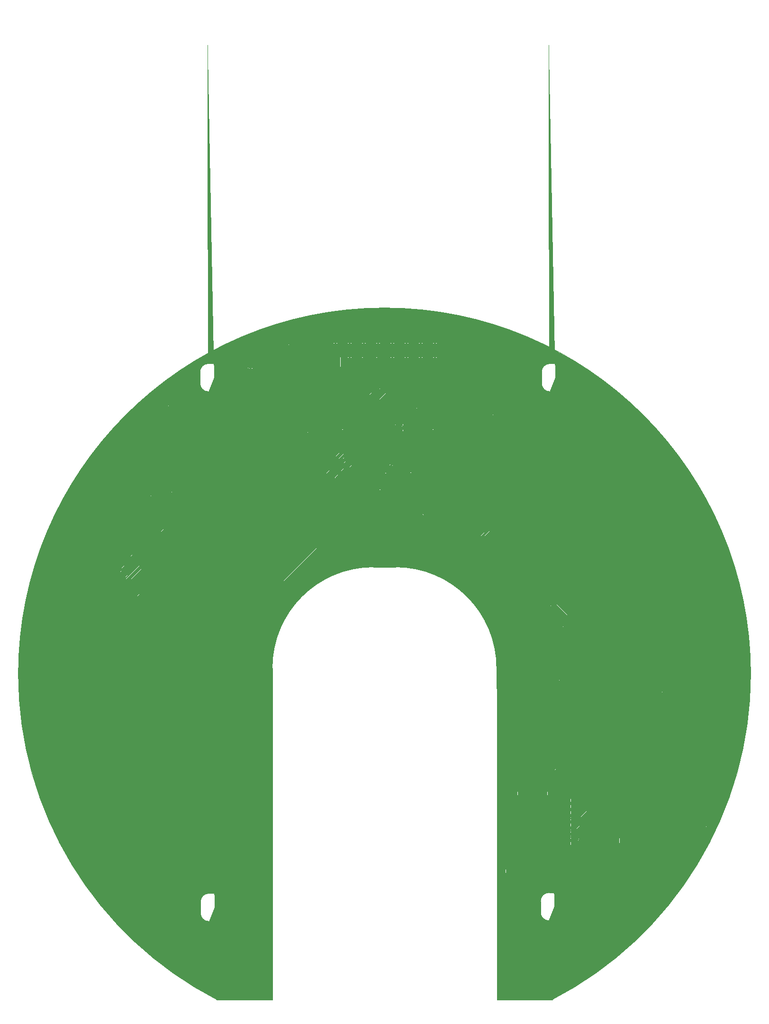
<source format=gbl>
G04 DesignSpark PCB Gerber Version 12.0 Build 5942*
%FSLAX35Y35*%
%MOMM*%
%AMT23*0 Rounded Rectangle Pad at angle 0*4,1,32,-0.05000,-0.29500,0.05000,-0.29500,0.08340,-0.29120,0.11510,-0.28010,0.14350,-0.26220,0.16720,-0.23850,0.18510,-0.21010,0.19620,-0.17840,0.20000,-0.14500,0.20000,0.14500,0.19620,0.17840,0.18510,0.21010,0.16720,0.23850,0.14350,0.26220,0.11510,0.28010,0.08340,0.29120,0.05000,0.29500,-0.05000,0.29500,-0.08340,0.29120,-0.11510,0.28010,-0.14350,0.26220,-0.16720,0.23850,-0.18510,0.21010,-0.19620,0.17840,-0.20000,0.14500,-0.20000,-0.14500,-0.19620,-0.17840,-0.18510,-0.21010,-0.16720,-0.23850,-0.14350,-0.26220,-0.11510,-0.28010,-0.08340,-0.29120,-0.05000,-0.29500,0*%
%ADD23T23*%
%AMT22*0 Rounded Rectangle Pad at angle 0*4,1,28,-0.12500,-0.34500,0.12500,-0.34500,0.15090,-0.34160,0.17500,-0.33160,0.19570,-0.31570,0.21160,-0.29500,0.22160,-0.27090,0.22500,-0.24500,0.22500,0.24500,0.22160,0.27090,0.21160,0.29500,0.19570,0.31570,0.17500,0.33160,0.15090,0.34160,0.12500,0.34500,-0.12500,0.34500,-0.15090,0.34160,-0.17500,0.33160,-0.19570,0.31570,-0.21160,0.29500,-0.22160,0.27090,-0.22500,0.24500,-0.22500,-0.24500,-0.22160,-0.27090,-0.21160,-0.29500,-0.19570,-0.31570,-0.17500,-0.33160,-0.15090,-0.34160,-0.12500,-0.34500,0*%
%ADD22T22*%
%AMT27*0 Rounded Rectangle Pad at angle 0*4,1,32,-0.11000,-0.44500,0.11000,-0.44500,0.14340,-0.44120,0.17510,-0.43010,0.20350,-0.41220,0.22720,-0.38850,0.24510,-0.36010,0.25620,-0.32840,0.26000,-0.29500,0.26000,0.29500,0.25620,0.32840,0.24510,0.36010,0.22720,0.38850,0.20350,0.41220,0.17510,0.43010,0.14340,0.44120,0.11000,0.44500,-0.11000,0.44500,-0.14340,0.44120,-0.17510,0.43010,-0.20350,0.41220,-0.22720,0.38850,-0.24510,0.36010,-0.25620,0.32840,-0.26000,0.29500,-0.26000,-0.29500,-0.25620,-0.32840,-0.24510,-0.36010,-0.22720,-0.38850,-0.20350,-0.41220,-0.17510,-0.43010,-0.14340,-0.44120,-0.11000,-0.44500,0*%
%ADD27T27*%
%AMT73*0 Rounded Rectangle Pad at angle 0*4,1,32,-0.31000,-0.60500,0.31000,-0.60500,0.34340,-0.60120,0.37510,-0.59010,0.40350,-0.57220,0.42720,-0.54850,0.44510,-0.52010,0.45620,-0.48840,0.46000,-0.45500,0.46000,0.45500,0.45620,0.48840,0.44510,0.52010,0.42720,0.54850,0.40350,0.57220,0.37510,0.59010,0.34340,0.60120,0.31000,0.60500,-0.31000,0.60500,-0.34340,0.60120,-0.37510,0.59010,-0.40350,0.57220,-0.42720,0.54850,-0.44510,0.52010,-0.45620,0.48840,-0.46000,0.45500,-0.46000,-0.45500,-0.45620,-0.48840,-0.44510,-0.52010,-0.42720,-0.54850,-0.40350,-0.57220,-0.37510,-0.59010,-0.34340,-0.60120,-0.31000,-0.60500,0*%
%ADD73T73*%
%AMT107*0 Rounded Rectangle Pad at angle 0*4,1,92,-1.00000,-2.50000,1.00000,-2.50000,1.10700,-2.49620,1.21340,-2.48480,1.31880,-2.46580,1.42250,-2.43930,1.52410,-2.40550,1.62300,-2.36450,1.71870,-2.31660,1.81080,-2.26200,1.89870,-2.20100,1.98210,-2.13380,2.06050,-2.06090,2.13350,-1.98260,2.20070,-1.89930,2.26180,-1.81140,2.31650,-1.71930,2.36450,-1.62360,2.40550,-1.52470,2.43930,-1.42310,2.46580,-1.31940,2.48480,-1.21400,2.49630,-1.10760,2.50000,-1.00000,2.50000,1.00000,2.49620,1.10700,2.48480,1.21340,2.46580,1.31880,2.43930,1.42250,2.40550,1.52410,2.36450,1.62300,2.31660,1.71870,2.26200,1.81080,2.20100,1.89870,2.13380,1.98210,2.06090,2.06050,1.98260,2.13350,1.89930,2.20070,1.81140,2.26180,1.71930,2.31650,1.62360,2.36450,1.52470,2.40550,1.42310,2.43930,1.31940,2.46580,1.21400,2.48480,1.10760,2.49630,1.00000,2.50000,-1.00000,2.50000,-1.10700,2.49620,-1.21340,2.48480,-1.31880,2.46580,-1.42250,2.43930,-1.52410,2.40550,-1.62300,2.36450,-1.71870,2.31660,-1.81080,2.26200,-1.89870,2.20100,-1.98210,2.13380,-2.06050,2.06090,-2.13350,1.98260,-2.20070,1.89930,-2.26180,1.81140,-2.31650,1.71930,-2.36450,1.62360,-2.40550,1.52470,-2.43930,1.42310,-2.46580,1.31940,-2.48480,1.21400,-2.49630,1.10760,-2.50000,1.00000,-2.50000,-1.00000,-2.49620,-1.10700,-2.48480,-1.21340,-2.46580,-1.31880,-2.43930,-1.42250,-2.40550,-1.52410,-2.36450,-1.62300,-2.31660,-1.71870,-2.26200,-1.81080,-2.20100,-1.89870,-2.13380,-1.98210,-2.06090,-2.06050,-1.98260,-2.13350,-1.89930,-2.20070,-1.81140,-2.26180,-1.71930,-2.31650,-1.62360,-2.36450,-1.52470,-2.40550,-1.42310,-2.43930,-1.31940,-2.46580,-1.21400,-2.48480,-1.10760,-2.49630,-1.00000,-2.50000,0*%
%ADD107T107*%
%ADD213R,0.35560X1.14300*%
%ADD102R,1.52400X1.52400*%
%ADD113R,1.75260X1.75260*%
%ADD124C,0.00001*%
%ADD14C,0.25400*%
%ADD19C,0.38100*%
%ADD18C,0.85000*%
%ADD28C,0.90000*%
%ADD72C,1.00000*%
%ADD70C,1.12000*%
%AMT26*0 Rounded Rectangle Pad at angle 45*4,1,28,0.15560,-0.33230,0.33230,-0.15560,0.34820,-0.13490,0.35820,-0.11080,0.36160,-0.08490,0.35820,-0.05900,0.34820,-0.03490,0.33230,-0.01410,-0.01410,0.33230,-0.03480,0.34820,-0.05890,0.35820,-0.08480,0.36160,-0.11070,0.35820,-0.13480,0.34820,-0.15560,0.33230,-0.33230,0.15560,-0.34820,0.13490,-0.35820,0.11080,-0.36160,0.08490,-0.35820,0.05900,-0.34820,0.03490,-0.33230,0.01410,0.01410,-0.33230,0.03480,-0.34820,0.05890,-0.35820,0.08480,-0.36160,0.11070,-0.35820,0.13480,-0.34820,0.15560,-0.33230,0*%
%ADD26T26*%
%AMT74*0 Rounded Rectangle Pad at angle 90*4,1,32,0.29500,-0.05000,0.29500,0.05000,0.29120,0.08340,0.28010,0.11510,0.26220,0.14350,0.23850,0.16720,0.21010,0.18510,0.17840,0.19620,0.14500,0.20000,-0.14500,0.20000,-0.17840,0.19620,-0.21010,0.18510,-0.23850,0.16720,-0.26220,0.14350,-0.28010,0.11510,-0.29120,0.08340,-0.29500,0.05000,-0.29500,-0.05000,-0.29120,-0.08340,-0.28010,-0.11510,-0.26220,-0.14350,-0.23850,-0.16720,-0.21010,-0.18510,-0.17840,-0.19620,-0.14500,-0.20000,0.14500,-0.20000,0.17840,-0.19620,0.21010,-0.18510,0.23850,-0.16720,0.26220,-0.14350,0.28010,-0.11510,0.29120,-0.08340,0.29500,-0.05000,0*%
%ADD74T74*%
%AMT24*0 Rounded Rectangle Pad at angle 90*4,1,28,0.34500,-0.12500,0.34500,0.12500,0.34160,0.15090,0.33160,0.17500,0.31570,0.19570,0.29500,0.21160,0.27090,0.22160,0.24500,0.22500,-0.24500,0.22500,-0.27090,0.22160,-0.29500,0.21160,-0.31570,0.19570,-0.33160,0.17500,-0.34160,0.15090,-0.34500,0.12500,-0.34500,-0.12500,-0.34160,-0.15090,-0.33160,-0.17500,-0.31570,-0.19570,-0.29500,-0.21160,-0.27090,-0.22160,-0.24500,-0.22500,0.24500,-0.22500,0.27090,-0.22160,0.29500,-0.21160,0.31570,-0.19570,0.33160,-0.17500,0.34160,-0.15090,0.34500,-0.12500,0*%
%ADD24T24*%
%AMT71*0 Rounded Rectangle Pad at angle 135*4,1,28,0.33230,0.15560,0.15560,0.33230,0.13490,0.34820,0.11080,0.35820,0.08490,0.36160,0.05900,0.35820,0.03490,0.34820,0.01410,0.33230,-0.33230,-0.01410,-0.34820,-0.03480,-0.35820,-0.05890,-0.36160,-0.08480,-0.35820,-0.11070,-0.34820,-0.13480,-0.33230,-0.15560,-0.15560,-0.33230,-0.13490,-0.34820,-0.11080,-0.35820,-0.08490,-0.36160,-0.05900,-0.35820,-0.03490,-0.34820,-0.01410,-0.33230,0.33230,0.01410,0.34820,0.03480,0.35820,0.05890,0.36160,0.08480,0.35820,0.11070,0.34820,0.13480,0.33230,0.15560,0*%
%ADD71T71*%
%AMT21*0 Rounded Rectangle Pad at angle 45*4,1,32,0.23690,-0.39240,0.39240,-0.23690,0.41330,-0.21060,0.42790,-0.18030,0.43540,-0.14760,0.43540,-0.11400,0.42790,-0.08120,0.41330,-0.05090,0.39240,-0.02470,-0.02470,0.39240,-0.05100,0.41330,-0.08130,0.42790,-0.11400,0.43540,-0.14760,0.43540,-0.18040,0.42790,-0.21070,0.41330,-0.23690,0.39240,-0.39240,0.23690,-0.41330,0.21060,-0.42790,0.18030,-0.43540,0.14760,-0.43540,0.11400,-0.42790,0.08120,-0.41330,0.05090,-0.39240,0.02470,0.02470,-0.39240,0.05100,-0.41330,0.08130,-0.42790,0.11400,-0.43540,0.14760,-0.43540,0.18040,-0.42790,0.21070,-0.41330,0.23690,-0.39240,0*%
%ADD21T21*%
%AMT29*0 Rounded Rectangle Pad at angle 90*4,1,32,0.44500,-0.11000,0.44500,0.11000,0.44120,0.14340,0.43010,0.17510,0.41220,0.20350,0.38850,0.22720,0.36010,0.24510,0.32840,0.25620,0.29500,0.26000,-0.29500,0.26000,-0.32840,0.25620,-0.36010,0.24510,-0.38850,0.22720,-0.41220,0.20350,-0.43010,0.17510,-0.44120,0.14340,-0.44500,0.11000,-0.44500,-0.11000,-0.44120,-0.14340,-0.43010,-0.17510,-0.41220,-0.20350,-0.38850,-0.22720,-0.36010,-0.24510,-0.32840,-0.25620,-0.29500,-0.26000,0.29500,-0.26000,0.32840,-0.25620,0.36010,-0.24510,0.38850,-0.22720,0.41220,-0.20350,0.43010,-0.17510,0.44120,-0.14340,0.44500,-0.11000,0*%
%ADD29T29*%
%AMT20*0 Rounded Rectangle Pad at angle 135*4,1,32,0.39240,0.23690,0.23690,0.39240,0.21060,0.41330,0.18030,0.42790,0.14760,0.43540,0.11400,0.43540,0.08120,0.42790,0.05090,0.41330,0.02470,0.39240,-0.39240,-0.02470,-0.41330,-0.05100,-0.42790,-0.08130,-0.43540,-0.11400,-0.43540,-0.14760,-0.42790,-0.18040,-0.41330,-0.21070,-0.39240,-0.23690,-0.23690,-0.39240,-0.21060,-0.41330,-0.18030,-0.42790,-0.14760,-0.43540,-0.11400,-0.43540,-0.08120,-0.42790,-0.05090,-0.41330,-0.02470,-0.39240,0.39240,0.02470,0.41330,0.05100,0.42790,0.08130,0.43540,0.11400,0.43540,0.14760,0.42790,0.18040,0.41330,0.21070,0.39240,0.23690,0*%
%ADD20T20*%
%ADD119C,1.21700*%
%ADD121C,1.31600*%
%ADD108C,1.44600*%
%ADD89C,1.50000*%
%ADD109C,1.55000*%
%ADD114C,1.75260*%
%ADD103C,2.25000*%
%ADD110C,2.35500*%
%ADD115C,2.52400*%
%ADD75C,3.85000*%
%ADD217R,1.15000X0.60000*%
%ADD212R,1.30000X0.65000*%
%ADD216R,1.60000X0.65000*%
%ADD215R,2.14000X0.65000*%
%ADD218R,1.50000X1.16000*%
%ADD214R,1.80000X1.35000*%
X0Y0D02*
D02*
D14*
X41049430Y47264760D02*
X41053930D01*
X41076380Y47287210D01*
Y47288210D01*
X41248930Y47460760D01*
X41549930D01*
X41977430Y47033260D01*
X43872930D01*
X44545430Y47705760D01*
X47257930D01*
X47549930Y47997760D01*
Y49130760D01*
X47469430Y49211260D01*
Y49520760D01*
X47354930Y49635260D01*
X47187430D01*
X41142930Y47172760D02*
X41379880Y47409710D01*
Y47409810D01*
X41533030D01*
Y47408160D01*
X41954430Y46986760D01*
X43895930D01*
X44559930Y47650760D01*
X47279930D01*
X47597930Y47968760D01*
Y49223260D01*
X47596430D01*
X41221930Y47069260D02*
X41431580Y47278910D01*
Y47280560D01*
X41441280Y47290260D01*
X41508080D01*
X41915580Y46882760D01*
X43933930D01*
X44602930Y47551760D01*
X47315530D01*
X47708030Y47944260D01*
Y48750760D01*
X47710930D01*
X41235930Y47544260D02*
Y47552260D01*
X41530930D01*
X41997930Y47085260D01*
X43850930D01*
X44104430Y47338760D01*
Y48570260D01*
X44106630Y48572460D01*
Y48736660D01*
X41574930Y40657760D02*
Y41369260D01*
X41364930Y41579260D01*
Y42870260D01*
X41149930Y43085260D01*
X40509930D01*
X40509430Y43084760D01*
X40328930D01*
X41779930Y46910260D02*
X41867430Y46822760D01*
X42371930D01*
X43634330Y49852760D02*
Y49792160D01*
X43868780Y49557710D01*
X44919410D01*
X44998460Y49636760D01*
X45124930D01*
X43799730Y49858860D02*
Y49739360D01*
X43932830Y49606260D01*
X44856950D01*
X44953950Y49703260D01*
X45125430D01*
X44312430Y50179760D02*
X44419430D01*
X44643430Y49955760D01*
X45067930D01*
X45141430Y49882260D01*
Y49842760D01*
X45390430Y47968260D02*
Y48041960D01*
X45289630Y48142760D01*
X44836930D01*
X44737430Y48242260D01*
Y48987760D01*
X44908930Y49159260D01*
Y49289760D01*
X45011930Y49392760D01*
X45140930D01*
X45429930Y49342760D02*
X45294930D01*
X45279430Y49327260D01*
Y49223260D01*
X45151930Y49095760D01*
X45140130D01*
X44943130Y48898760D01*
Y48384560D01*
X44990930Y48336760D01*
X46403430D01*
X46659430Y48080760D01*
Y47971260D01*
X46660430Y47970260D01*
Y47968260D01*
X45588430Y48745760D02*
Y49002260D01*
X45606430Y49020260D01*
Y49122760D01*
X45557930Y49171260D01*
Y50367260D01*
X45705430Y50514760D01*
Y50541260D01*
X45697430D01*
X45619430Y49216760D02*
Y50304910D01*
X45755430Y50440910D01*
Y50617760D01*
X45637930Y50625760D02*
Y50523760D01*
X45508930Y50394760D01*
Y49185260D01*
X45480430Y49156760D01*
Y49081760D01*
X45644430Y47968260D02*
Y48022760D01*
X45473930Y48193260D01*
X44854430D01*
X44787430Y48260260D01*
Y48964760D01*
X44959930Y49137260D01*
Y49249260D01*
X45044430Y49333760D01*
X45180630D01*
X45289630Y49442760D01*
X45429930D01*
X45795930Y50234760D02*
Y49132760D01*
X45907930Y49020760D01*
Y48734760D01*
X45811430Y50536760D02*
Y50431020D01*
X45687430Y50307020D01*
Y48737760D01*
X45851930Y50371760D02*
Y49195490D01*
X45892930Y49154490D01*
Y49126260D01*
X45898430Y47968260D02*
Y48044760D01*
X45702930Y48240260D01*
X44884930D01*
X44837930Y48287260D01*
Y48936260D01*
X45006430Y49104760D01*
Y49220760D01*
X45054930Y49269260D01*
X45130930D01*
Y49272260D01*
X45913430Y50275760D02*
Y49201260D01*
X45962930Y49151760D01*
Y49137060D01*
X46108430Y48991560D01*
Y48755260D01*
X46152430Y47968260D02*
Y48104760D01*
X45969430Y48287760D01*
X44909430D01*
X44889430Y48307760D01*
Y48914960D01*
X45054430Y49079960D01*
Y49173260D01*
X45083430Y49202260D01*
X45135430D01*
X46188930Y48731760D02*
Y48986560D01*
X46025930Y49149560D01*
Y50446240D01*
X45483410Y50988760D01*
X45402930D01*
X46238430Y49042760D02*
Y49119660D01*
X46164830Y49193260D01*
Y50383060D01*
X46009930Y50537960D01*
Y50720760D01*
X46602930Y49074260D02*
X46353880D01*
X46211430Y49216710D01*
Y50617170D01*
X46050340Y50778260D01*
X45950300D01*
X45739800Y50988760D01*
X45656930D01*
X46604930Y49142760D02*
X46422830D01*
Y49822680D01*
X46259430Y49986080D01*
Y50645100D01*
X46418930Y50804600D01*
Y50988760D01*
X47534930Y49681260D02*
X47751430D01*
X47820430Y49612260D01*
Y49394760D01*
X47819430Y49393760D01*
Y49384760D01*
X47655430Y49002260D02*
X47653930D01*
Y47957760D01*
X47295430Y47599260D01*
X44579930D01*
X43912130Y46931460D01*
X41933730D01*
X41505880Y47359310D01*
X41419480D01*
X41129930Y47069760D01*
X47667930Y49918610D02*
Y49919760D01*
X48476430D01*
X48691430Y49704760D01*
Y46623260D01*
X49345930Y45968760D01*
Y43863260D01*
X49225930Y43743260D01*
X48875430D01*
X48818930Y43686760D01*
Y43133360D01*
X48903430Y43048860D01*
X49036930D01*
X47749930Y49577260D02*
Y49408760D01*
X47748430D01*
Y49403760D01*
X47815460Y49848760D02*
X46768430D01*
X46717430Y49797760D01*
X46636930D01*
X47920430Y43255360D02*
Y43337860D01*
X47920230D01*
X47877430Y43380660D01*
Y43420260D01*
X48196930Y49853260D02*
X48447430D01*
X48634930Y49665760D01*
Y46613260D01*
X49159430Y46072260D01*
X49295930Y45935760D01*
Y43888260D01*
X49222930Y43815260D01*
X48240930D01*
X48998930Y42829260D02*
X49266430D01*
X49401430Y42964260D01*
Y45981260D01*
X48744930Y46637760D01*
Y49722260D01*
X48490480Y49976710D01*
X47825930D01*
X49036930Y42498860D02*
X49164030D01*
X49223430Y42558260D01*
X49294930D01*
X49505930Y42769260D01*
Y46011760D01*
X48852430Y46665260D01*
Y49761760D01*
X48516280Y50097910D01*
X47632930D01*
Y50092910D01*
X49036930Y42608860D02*
X49181530D01*
X49454430Y42881760D01*
Y45995760D01*
X48802430Y46647760D01*
Y49734260D01*
X48506930Y50029760D01*
X48505930D01*
X48499430Y50036260D01*
X47719930D01*
X47695930Y50012260D01*
X47070430D01*
X46979830Y49921660D01*
X46414530D01*
X46355030Y49981160D01*
Y50185760D01*
X46349930D01*
D02*
D18*
X42443130Y48810750D02*
X42451440D01*
X43063930Y48198260D01*
X48041930Y39970260D02*
Y40485760D01*
X48066430Y40510260D01*
X49924930Y42436760D02*
X49283430D01*
D02*
D19*
X41147430Y47905260D02*
X40757930D01*
X40674430Y47988760D01*
X42173720Y48900550D02*
Y48892960D01*
X42385430Y48681250D01*
Y48338260D01*
X42384930D01*
X42746430Y47976760D01*
D02*
D70*
X39719930Y44234760D03*
X40669930Y47618260D03*
X40763430Y48280260D03*
X41689930Y41814260D03*
X42004430Y46413760D03*
X42013930Y48109260D03*
X42230930Y46650760D03*
X42517430Y41806760D03*
X42951930Y49104260D03*
X43063930Y48198260D03*
X43266430Y41967260D03*
Y42923260D03*
Y43881260D03*
X43273430Y50215260D03*
X43312930Y49116760D03*
X44449430Y49729260D03*
X44712430Y50081660D03*
X44722930Y50319160D03*
X44800930Y49200260D03*
X45042430Y48436660D03*
X45277430D03*
X46584930Y50694160D03*
X47009930Y50311660D03*
X47777430Y46119160D03*
X47865930Y50435260D03*
X47892930Y42856260D03*
X49250430Y46631760D03*
Y47171760D03*
X49283430Y42436760D03*
X50016930Y46655260D03*
Y47171760D03*
X50062930Y40801260D03*
X50164930Y45886760D03*
X50373930Y41949260D03*
X50380430Y42342760D03*
X50626930Y46664260D03*
Y47171760D03*
X50781930Y45088760D03*
X50790930Y41538760D03*
Y42342760D03*
Y42943260D03*
X50794930Y43361760D03*
X51276930Y46641760D03*
X51467430Y42684760D03*
X51471430Y45467260D03*
X51488430Y43948260D03*
X51612430Y47589760D03*
X51801930Y43939260D03*
X51862930Y45064260D03*
D02*
D71*
X41049430Y47264760D03*
X41129930Y47069760D03*
X41142930Y47172760D03*
X41221930Y47069260D03*
X41235930Y47544260D03*
X41353930Y46833760D03*
X41359930Y46929260D03*
X41456430Y46847760D03*
D02*
D20*
X40943930Y47342760D03*
X41469930Y48061660D03*
X41781430Y47994760D03*
X42165830Y47364160D03*
X42567930Y47879260D03*
D02*
D21*
X40674430Y47988760D03*
X41918930Y47811260D03*
X42009430Y47716260D03*
D02*
D22*
X42260930Y48270760D03*
X42553930Y48550260D03*
X43634330Y49852760D03*
X43799730Y49858860D03*
X44106630Y48736660D03*
X45022430Y49812760D03*
X45451930Y49248760D03*
X45480430Y49081760D03*
X45535930Y50625260D03*
X45549930Y49080760D03*
X45588430Y48745760D03*
X45619430Y49216760D03*
X45637930Y50625760D03*
X45687430Y48737760D03*
X45697430Y50541260D03*
X45755430Y48663260D03*
Y50617760D03*
X45788430Y49034160D03*
X45795930Y50234760D03*
X45811430Y50536760D03*
X45907930Y48734760D03*
X45913430Y50275760D03*
X45973930Y48608760D03*
X46047930Y48642260D03*
X46089430Y50176760D03*
X46108430Y48755260D03*
X46188930Y48731760D03*
X46238430Y49042760D03*
X46316930Y49392760D03*
X47596430Y49223260D03*
X47655430Y49002260D03*
X47710930Y48750760D03*
X47748430Y49403760D03*
X47749930Y49577260D03*
X47819430Y49384760D03*
X47877430Y43420260D03*
D02*
D23*
X43687730Y50256460D03*
X45967930Y49889260D03*
X46081430Y49865260D03*
X46082430Y49764760D03*
X46349930Y50185760D03*
D02*
D24*
X42371930Y46822760D03*
X44312430Y50179760D03*
X44717430Y49359760D03*
X45124930Y49636760D03*
X45125430Y49703260D03*
X45130930Y49272260D03*
X45135430Y49202260D03*
X45140930Y49392760D03*
X45141430Y49842760D03*
X45149930Y49550260D03*
X45151930Y49484760D03*
X45429930Y49342760D03*
Y49442760D03*
X45434430Y49792760D03*
X45435430Y49724760D03*
X45851930Y50371760D03*
X46009930Y50720760D03*
X46602930Y49074260D03*
X46604930Y49142760D03*
X46605430Y49409760D03*
X47187430Y49635260D03*
X47534930Y49681260D03*
X47632930Y50092910D03*
X47667930Y49918610D03*
X47815460Y49848760D03*
X47825930Y49976710D03*
X48196930Y49853260D03*
X48240930Y43815260D03*
D02*
D26*
X41779930Y46910260D03*
X45892930Y49126260D03*
D02*
D27*
X42134430Y47726260D03*
X42471430Y48479260D03*
X42761930Y48871760D03*
D02*
D28*
X41574930Y40657760D03*
X42746430Y47976760D03*
D02*
D29*
X41147430Y47905260D03*
D02*
D72*
X42517430Y41806760D02*
X42124930D01*
Y41814260D01*
X41689930D01*
D02*
D73*
X49924930Y42436760D03*
D02*
D74*
X46636930Y49797760D03*
D02*
D75*
X44382530Y47961760D03*
X47160430D03*
D02*
D89*
X50816930Y46991760D03*
Y47641760D03*
X51266930Y46991760D03*
Y47641760D03*
D02*
D102*
X40328930Y43084760D03*
X41759430Y44335760D03*
X44882430Y47968260D03*
X45136430D03*
X45390430D03*
X45644430D03*
X45898430D03*
X46152430D03*
X46406430D03*
X46660430D03*
X49529930Y42181760D03*
X50124930Y47726760D03*
Y47980760D03*
Y48234760D03*
Y48488760D03*
Y48742760D03*
X51012030Y48426460D03*
Y48680460D03*
X51234930Y43366760D03*
D02*
D103*
X48066430Y40510260D03*
X48574430D03*
X48815930Y44718760D03*
Y45223760D03*
D02*
D107*
X42722430Y50706760D03*
X42731430Y41240760D03*
X48807930Y41254260D03*
X48825930Y50706760D03*
D02*
D108*
X41994110Y48720940D03*
X42083920Y48451540D03*
X42173720Y48900550D03*
X42263520Y48631140D03*
X42353320Y49080150D03*
X42443130Y48810750D03*
X42532930Y49259760D03*
X42622730Y48990350D03*
D02*
D109*
X41031740Y49237840D03*
X41211350Y49417440D03*
X41746630Y49952720D03*
X41926230Y50132330D03*
D02*
D110*
X41484290Y48559020D03*
X42605050Y49679780D03*
D02*
D113*
X44894930Y50988760D03*
D02*
D114*
X43376950Y50947960D03*
X44039880Y51215800D03*
X44894930Y51242760D03*
X45148930Y50988760D03*
Y51242760D03*
X45402930Y50988760D03*
Y51242760D03*
X45656930Y50988760D03*
Y51242760D03*
X45910930Y50988760D03*
Y51242760D03*
X46164930Y50988760D03*
Y51242760D03*
X46418930Y50988760D03*
Y51242760D03*
X46672930Y50988760D03*
Y51242760D03*
D02*
D115*
X40190430Y45446260D03*
X40714430D03*
X48041930Y39970260D03*
X48565930D03*
X49688430Y45335260D03*
X50212430D03*
D02*
D119*
X42969430Y39964260D03*
X43477430D03*
D02*
D121*
X39899430Y44898760D03*
X40404430D03*
D02*
D124*
X39226200Y45409390D02*
G75*
G03*
X42771480Y39593110I6543580J-40D01*
G01*
X43763580D01*
Y45516760D01*
G75*
G02*
X45569930Y47323110I1806350J0D01*
G01*
X45967430D01*
G75*
G02*
X47773780Y45516760I0J-1806350D01*
G01*
Y45156810D01*
G75*
G02*
X47776280Y45151760I-3850J-5050D01*
G01*
Y39593110D01*
X48768380D01*
G75*
G03*
X52313550Y45409360I-2998520J5816250D01*
G01*
G75*
G03*
X45769880Y51953040I-6543670J0D01*
G01*
G75*
G02*
X45769820I-30J6330D01*
G01*
G75*
G03*
X39226200Y45409390I0J-6543650D01*
G01*
X45910930Y51076390D02*
G75*
G02*
X45998560Y50988760I0J-87630D01*
G01*
G75*
G02*
X45910930Y50901130I-87630J0D01*
G01*
G75*
G02*
X45823300Y50988760I0J87630D01*
G01*
G75*
G02*
X45910930Y51076390I87630J0D01*
G01*
Y51330390D02*
G75*
G02*
X45998560Y51242760I0J-87630D01*
G01*
G75*
G02*
X45910930Y51155130I-87630J0D01*
G01*
G75*
G02*
X45823300Y51242760I0J87630D01*
G01*
G75*
G02*
X45910930Y51330390I87630J0D01*
G01*
X46164930Y51076390D02*
G75*
G02*
X46252560Y50988760I0J-87630D01*
G01*
G75*
G02*
X46164930Y50901130I-87630J0D01*
G01*
G75*
G02*
X46077300Y50988760I0J87630D01*
G01*
G75*
G02*
X46164930Y51076390I87630J0D01*
G01*
X46246730Y50645100D02*
G75*
G02*
X46250450Y50654080I12700J0D01*
G01*
X46406230Y50809860D01*
Y50902060D01*
G75*
G02*
X46331300Y50988760I12700J86700D01*
G01*
G75*
G02*
X46418930Y51076390I87630J0D01*
G01*
G75*
G02*
X46506560Y50988760I0J-87630D01*
G01*
G75*
G02*
X46431630Y50902060I-87630J0D01*
G01*
Y50804600D01*
G75*
G02*
X46427910Y50795620I-12700J0D01*
G01*
X46272130Y50639840D01*
Y49991340D01*
X46431810Y49831660D01*
G75*
G02*
X46435530Y49822680I-8980J-8980D01*
G01*
Y49155460D01*
X46570430D01*
G75*
G02*
X46580430Y49165260I10000J-200D01*
G01*
X46629430D01*
G75*
G02*
X46639430Y49155260I0J-10000D01*
G01*
Y49130260D01*
G75*
G02*
X46629430Y49120260I-10000J0D01*
G01*
X46580430D01*
G75*
G02*
X46570430Y49130060I0J10000D01*
G01*
X46422830D01*
G75*
G02*
X46410130Y49142760I0J12700D01*
G01*
Y49817420D01*
X46250450Y49977100D01*
G75*
G02*
X46246730Y49986080I8980J8980D01*
G01*
Y50645100D01*
X46329930Y50171260D02*
Y50200260D01*
G75*
G02*
X46344930Y50215260I15000J0D01*
G01*
X46354930D01*
G75*
G02*
X46369930Y50200260I0J-15000D01*
G01*
Y50171260D01*
G75*
G02*
X46367730Y50163440I-15000J0D01*
G01*
Y49986420D01*
X46419790Y49934360D01*
X46974570D01*
X47061450Y50021240D01*
G75*
G02*
X47070430Y50024960I8980J-8980D01*
G01*
X47690670D01*
X47710950Y50045240D01*
G75*
G02*
X47719930Y50048960I8980J-8980D01*
G01*
X48499430D01*
G75*
G02*
X48508410Y50045240I0J-12700D01*
G01*
X48512460Y50041190D01*
G75*
G02*
X48515910Y50038740I-5520J-11430D01*
G01*
X48811410Y49743240D01*
G75*
G02*
X48815130Y49734260I-8980J-8980D01*
G01*
Y46653020D01*
X49463410Y46004740D01*
G75*
G02*
X49467130Y45995760I-8980J-8980D01*
G01*
Y42881760D01*
G75*
G02*
X49463410Y42872780I-12700J0D01*
G01*
X49190510Y42599880D01*
G75*
G02*
X49181530Y42596160I-8980J8980D01*
G01*
X49101930D01*
Y42576360D01*
X48971930D01*
Y42641360D01*
X49101930D01*
Y42621560D01*
X49176270D01*
X49441730Y42887020D01*
Y45990500D01*
X48793450Y46638780D01*
G75*
G02*
X48789730Y46647760I8980J8980D01*
G01*
Y49729000D01*
X48500400Y50018330D01*
G75*
G02*
X48496950Y50020780I5520J11430D01*
G01*
X48494170Y50023560D01*
X47725190D01*
X47704910Y50003280D01*
G75*
G02*
X47695930Y49999560I-8980J8980D01*
G01*
X47075690D01*
X46988810Y49912680D01*
G75*
G02*
X46979830Y49908960I-8980J8980D01*
G01*
X46414530D01*
G75*
G02*
X46405550Y49912680I0J12700D01*
G01*
X46346050Y49972180D01*
G75*
G02*
X46342330Y49981160I8980J8980D01*
G01*
Y50156490D01*
G75*
G02*
X46329930Y50171260I2600J14770D01*
G01*
X47791430Y49964210D02*
Y49989210D01*
G75*
G02*
X47801430Y49999210I10000J0D01*
G01*
X47850430D01*
G75*
G02*
X47860430Y49989410I0J-10000D01*
G01*
X48490480D01*
G75*
G02*
X48499460Y49985690I0J-12700D01*
G01*
X48753910Y49731240D01*
G75*
G02*
X48757630Y49722260I-8980J-8980D01*
G01*
Y46643020D01*
X49410410Y45990240D01*
G75*
G02*
X49414130Y45981260I-8980J-8980D01*
G01*
Y42964260D01*
G75*
G02*
X49410410Y42955280I-12700J0D01*
G01*
X49275410Y42820280D01*
G75*
G02*
X49266430Y42816560I-8980J8980D01*
G01*
X49101930D01*
Y42796360D01*
X48971930D01*
Y42861360D01*
X49101930D01*
Y42841960D01*
X49261170D01*
X49388730Y42969520D01*
Y45976000D01*
X48735950Y46628780D01*
G75*
G02*
X48732230Y46637760I8980J8980D01*
G01*
Y49717000D01*
X48485220Y49964010D01*
X47860430D01*
G75*
G02*
X47850430Y49954210I-10000J200D01*
G01*
X47801430D01*
G75*
G02*
X47791430Y49964210I0J10000D01*
G01*
X47633430Y49906110D02*
Y49931110D01*
G75*
G02*
X47643430Y49941110I10000J0D01*
G01*
X47692430D01*
G75*
G02*
X47702340Y49932460I0J-10000D01*
G01*
X48476430D01*
G75*
G02*
X48485410Y49928740I0J-12700D01*
G01*
X48700410Y49713740D01*
G75*
G02*
X48704130Y49704760I-8980J-8980D01*
G01*
Y46628520D01*
X49354910Y45977740D01*
G75*
G02*
X49358630Y45968760I-8980J-8980D01*
G01*
Y43863260D01*
G75*
G02*
X49354910Y43854280I-12700J0D01*
G01*
X49234910Y43734280D01*
G75*
G02*
X49225930Y43730560I-8980J8980D01*
G01*
X48880690D01*
X48831630Y43681500D01*
Y43138620D01*
X48908690Y43061560D01*
X48971930D01*
Y43081360D01*
X49101930D01*
Y43016360D01*
X48971930D01*
Y43036160D01*
X48903430D01*
G75*
G02*
X48894450Y43039880I0J12700D01*
G01*
X48809950Y43124380D01*
G75*
G02*
X48806230Y43133360I8980J8980D01*
G01*
Y43686760D01*
G75*
G02*
X48809950Y43695740I12700J0D01*
G01*
X48866450Y43752240D01*
G75*
G02*
X48875430Y43755960I8980J-8980D01*
G01*
X49220670D01*
X49333230Y43868520D01*
Y45963500D01*
X48682450Y46614280D01*
G75*
G02*
X48678730Y46623260I8980J8980D01*
G01*
Y49699500D01*
X48471170Y49907060D01*
X47702430D01*
Y49906110D01*
G75*
G02*
X47692430Y49896110I-10000J0D01*
G01*
X47643430D01*
G75*
G02*
X47633430Y49906110I0J10000D01*
G01*
X48971930Y43191360D02*
X49101930D01*
Y43126360D01*
X48971930D01*
Y43191360D01*
X49151930Y43312760D02*
X49331930D01*
Y43177760D01*
X49151930D01*
Y43312760D01*
X48971930Y42421260D02*
X49101930D01*
Y42356260D01*
X48971930D01*
Y42421260D01*
Y42531360D02*
X49101930D01*
Y42511560D01*
X49158770D01*
X49214450Y42567240D01*
G75*
G02*
X49223430Y42570960I8980J-8980D01*
G01*
X49289670D01*
X49493230Y42774520D01*
Y46006500D01*
X48843450Y46656280D01*
G75*
G02*
X48839730Y46665260I8980J8980D01*
G01*
Y49756500D01*
X48511020Y50085210D01*
X47667430D01*
Y50080410D01*
G75*
G02*
X47657430Y50070410I-10000J0D01*
G01*
X47608430D01*
G75*
G02*
X47598430Y50080410I0J10000D01*
G01*
Y50105410D01*
G75*
G02*
X47608430Y50115410I10000J0D01*
G01*
X47657430D01*
G75*
G02*
X47665970Y50110610I0J-10000D01*
G01*
X48516280D01*
G75*
G02*
X48525260Y50106890I0J-12700D01*
G01*
X48861410Y49770740D01*
G75*
G02*
X48865130Y49761760I-8980J-8980D01*
G01*
Y46670520D01*
X49514910Y46020740D01*
G75*
G02*
X49518630Y46011760I-8980J-8980D01*
G01*
Y42769260D01*
G75*
G02*
X49514910Y42760280I-12700J0D01*
G01*
X49303910Y42549280D01*
G75*
G02*
X49294930Y42545560I-8980J8980D01*
G01*
X49228690D01*
X49173010Y42489880D01*
G75*
G02*
X49164030Y42486160I-8980J8980D01*
G01*
X49101930D01*
Y42466360D01*
X48971930D01*
Y42531360D01*
X49191930Y41973860D02*
X49341930D01*
Y41857860D01*
X49191930D01*
Y41973860D01*
X49227430Y42436760D02*
G75*
G02*
X49319900Y42479260I56000J0D01*
G01*
X49878930D01*
Y42482260D01*
G75*
G02*
X49893930Y42497260I15000J0D01*
G01*
X49955930D01*
G75*
G02*
X49970930Y42482260I0J-15000D01*
G01*
Y42391260D01*
G75*
G02*
X49955930Y42376260I-15000J0D01*
G01*
X49893930D01*
G75*
G02*
X49878930Y42391260I0J15000D01*
G01*
Y42394260D01*
X49319900D01*
G75*
G02*
X49227430Y42436760I-36470J42500D01*
G01*
X49453730Y42257960D02*
X49606130D01*
Y42105560D01*
X49453730D01*
Y42257960D01*
X48971930Y42751360D02*
X49101930D01*
Y42686360D01*
X48971930D01*
Y42751360D01*
Y42971360D02*
X49101930D01*
Y42906360D01*
X48971930D01*
Y42971360D01*
X47854930Y43395760D02*
Y43444760D01*
G75*
G02*
X47864930Y43454760I10000J0D01*
G01*
X47889930D01*
G75*
G02*
X47899930Y43444760I0J-10000D01*
G01*
Y43395760D01*
G75*
G02*
X47890280Y43385770I-10000J0D01*
G01*
X47927970Y43348080D01*
G75*
G02*
X47933130Y43337860I-7540J-10220D01*
G01*
Y43312510D01*
X47938210D01*
Y43198210D01*
X47902650D01*
Y43312510D01*
X47907730D01*
Y43332400D01*
X47868450Y43371680D01*
G75*
G02*
X47864730Y43380660I8980J8980D01*
G01*
Y43385760D01*
G75*
G02*
X47854930Y43395760I200J10000D01*
G01*
X48066430Y40622760D02*
G75*
G02*
X48178930Y40510260I0J-112500D01*
G01*
G75*
G02*
X48084430Y40399210I-112500J0D01*
G01*
Y40089090D01*
G75*
G02*
X48168130Y39970260I-42500J-118830D01*
G01*
G75*
G02*
X47915730I-126200J0D01*
G01*
G75*
G02*
X47999430Y40089090I126200J0D01*
G01*
Y40419890D01*
G75*
G02*
X47953930Y40510260I67000J90370D01*
G01*
G75*
G02*
X48066430Y40622760I112500J0D01*
G01*
X47990930Y43312860D02*
X48150930D01*
Y43247860D01*
X47990930D01*
Y43312860D01*
X48162430Y49840760D02*
Y49865760D01*
G75*
G02*
X48172430Y49875760I10000J0D01*
G01*
X48221430D01*
G75*
G02*
X48231430Y49865960I0J-10000D01*
G01*
X48447430D01*
G75*
G02*
X48456410Y49862240I0J-12700D01*
G01*
X48643910Y49674740D01*
G75*
G02*
X48647630Y49665760I-8980J-8980D01*
G01*
Y46618410D01*
X49168410Y46081240D01*
X49304910Y45944740D01*
G75*
G02*
X49308630Y45935760I-8980J-8980D01*
G01*
Y43888260D01*
G75*
G02*
X49304910Y43879280I-12700J0D01*
G01*
X49231910Y43806280D01*
G75*
G02*
X49222930Y43802560I-8980J8980D01*
G01*
X48275430D01*
G75*
G02*
X48265430Y43792760I-10000J200D01*
G01*
X48216430D01*
G75*
G02*
X48206430Y43802760I0J10000D01*
G01*
Y43827760D01*
G75*
G02*
X48216430Y43837760I10000J0D01*
G01*
X48265430D01*
G75*
G02*
X48275430Y43827960I0J-10000D01*
G01*
X49217670D01*
X49283230Y43893520D01*
Y45930500D01*
X49150450Y46063280D01*
G75*
G02*
X49150310Y46063420I8910J9050D01*
G01*
X48625810Y46604420D01*
G75*
G02*
X48622230Y46613260I9120J8840D01*
G01*
Y49660500D01*
X48442170Y49840560D01*
X48231430D01*
G75*
G02*
X48221430Y49830760I-10000J200D01*
G01*
X48172430D01*
G75*
G02*
X48162430Y49840760I0J10000D01*
G01*
X48411930Y41917760D02*
X48526930D01*
Y41857760D01*
X48411930D01*
Y41917760D01*
X48439730Y39970260D02*
G75*
G02*
X48692130I126200J0D01*
G01*
G75*
G02*
X48439730I-126200J0D01*
G01*
X48574430Y40622760D02*
G75*
G02*
X48686930Y40510260I0J-112500D01*
G01*
G75*
G02*
X48574430Y40397760I-112500J0D01*
G01*
G75*
G02*
X48461930Y40510260I0J112500D01*
G01*
G75*
G02*
X48574430Y40622760I112500J0D01*
G01*
X48471930Y43312860D02*
X48685930D01*
Y43247860D01*
X48471930D01*
Y43312860D01*
X48557930Y41154260D02*
Y41354260D01*
G75*
G02*
X48707930Y41504260I150000J0D01*
G01*
X48907930D01*
G75*
G02*
X49057930Y41354260I0J-150000D01*
G01*
Y41154260D01*
G75*
G02*
X48907930Y41004260I-150000J0D01*
G01*
X48707930D01*
G75*
G02*
X48557930Y41154260I0J150000D01*
G01*
X48703430Y44718760D02*
G75*
G02*
X48928430I112500J0D01*
G01*
G75*
G02*
X48703430I-112500J0D01*
G01*
Y45223760D02*
G75*
G02*
X48928430I112500J0D01*
G01*
G75*
G02*
X48703430I-112500J0D01*
G01*
X46570930Y49397260D02*
Y49422260D01*
G75*
G02*
X46580930Y49432260I10000J0D01*
G01*
X46629930D01*
G75*
G02*
X46639930Y49422260I0J-10000D01*
G01*
Y49397260D01*
G75*
G02*
X46629930Y49387260I-10000J0D01*
G01*
X46580930D01*
G75*
G02*
X46570930Y49397260I0J10000D01*
G01*
X46607430Y49792760D02*
Y49802760D01*
G75*
G02*
X46622430Y49817760I15000J0D01*
G01*
X46651430D01*
G75*
G02*
X46664300Y49810460I0J-15000D01*
G01*
X46712170D01*
X46759450Y49857740D01*
G75*
G02*
X46768430Y49861460I8980J-8980D01*
G01*
X47780960D01*
G75*
G02*
X47790960Y49871260I10000J-200D01*
G01*
X47839960D01*
G75*
G02*
X47849960Y49861260I0J-10000D01*
G01*
Y49836260D01*
G75*
G02*
X47839960Y49826260I-10000J0D01*
G01*
X47790960D01*
G75*
G02*
X47780960Y49836060I0J10000D01*
G01*
X46773690D01*
X46726410Y49788780D01*
G75*
G02*
X46717430Y49785060I-8980J8980D01*
G01*
X46664300D01*
G75*
G02*
X46651430Y49777760I-12870J7700D01*
G01*
X46622430D01*
G75*
G02*
X46607430Y49792760I0J15000D01*
G01*
X46967930Y47961760D02*
G75*
G02*
X47352930I192500J0D01*
G01*
G75*
G02*
X46967930I-192500J0D01*
G01*
X47152930Y49622760D02*
Y49647760D01*
G75*
G02*
X47162930Y49657760I10000J0D01*
G01*
X47211930D01*
G75*
G02*
X47221930Y49647960I0J-10000D01*
G01*
X47354930D01*
G75*
G02*
X47363910Y49644240I0J-12700D01*
G01*
X47478410Y49529740D01*
G75*
G02*
X47482130Y49520760I-8980J-8980D01*
G01*
Y49216520D01*
X47558910Y49139740D01*
G75*
G02*
X47562630Y49130760I-8980J-8980D01*
G01*
Y47997760D01*
G75*
G02*
X47558910Y47988780I-12700J0D01*
G01*
X47266910Y47696780D01*
G75*
G02*
X47257930Y47693060I-8980J8980D01*
G01*
X44550690D01*
X43881910Y47024280D01*
G75*
G02*
X43872930Y47020560I-8980J8980D01*
G01*
X41977430D01*
G75*
G02*
X41968450Y47024280I0J12700D01*
G01*
X41544670Y47448060D01*
X41254190D01*
X41087810Y47281680D01*
G75*
G02*
X41085360Y47278230I-11430J5520D01*
G01*
X41084640Y47277510D01*
G75*
G02*
X41085590Y47273250I-9050J-4250D01*
G01*
G75*
G02*
X41082660Y47266170I-10000J-10D01*
G01*
X41048020Y47231530D01*
G75*
G02*
X41033870I-7070J7080D01*
G01*
X41016200Y47249200D01*
G75*
G02*
X41013270Y47256280I7080J7080D01*
G01*
G75*
G02*
X41016200Y47263350I10010J-10D01*
G01*
X41050840Y47297990D01*
G75*
G02*
X41064990I7080J-7070D01*
G01*
X41066630Y47296350D01*
G75*
G02*
X41067400Y47297190I9730J-8150D01*
G01*
X41239950Y47469740D01*
G75*
G02*
X41248930Y47473460I8980J-8980D01*
G01*
X41549930D01*
G75*
G02*
X41558910Y47469740I0J-12700D01*
G01*
X41982690Y47045960D01*
X43867670D01*
X44536450Y47714740D01*
G75*
G02*
X44545430Y47718460I8980J-8980D01*
G01*
X47252670D01*
X47537230Y48003020D01*
Y49125500D01*
X47460450Y49202280D01*
G75*
G02*
X47456730Y49211260I8980J8980D01*
G01*
Y49515500D01*
X47349670Y49622560D01*
X47221930D01*
G75*
G02*
X47211930Y49612760I-10000J200D01*
G01*
X47162930D01*
G75*
G02*
X47152930Y49622760I0J10000D01*
G01*
X41096700Y47068350D02*
X41131340Y47102990D01*
G75*
G02*
X41145340Y47103130I7070J-7070D01*
G01*
X41410500Y47368290D01*
G75*
G02*
X41419480Y47372010I8980J-8980D01*
G01*
X41505880D01*
G75*
G02*
X41514860Y47368290I0J-12700D01*
G01*
X41938990Y46944160D01*
X43906870D01*
X44570950Y47608240D01*
G75*
G02*
X44579930Y47611960I8980J-8980D01*
G01*
X47290170D01*
X47641230Y47963020D01*
Y48967910D01*
G75*
G02*
X47632930Y48977760I1700J9850D01*
G01*
Y49026760D01*
G75*
G02*
X47642930Y49036760I10000J0D01*
G01*
X47667930D01*
G75*
G02*
X47677930Y49026760I0J-10000D01*
G01*
Y48977760D01*
G75*
G02*
X47667930Y48967760I-10000J0D01*
G01*
X47666630D01*
Y47957760D01*
G75*
G02*
X47662910Y47948780I-12700J0D01*
G01*
X47304410Y47590280D01*
G75*
G02*
X47295430Y47586560I-8980J8980D01*
G01*
X44585190D01*
X43921110Y46922480D01*
G75*
G02*
X43912130Y46918760I-8980J8980D01*
G01*
X41933730D01*
G75*
G02*
X41924750Y46922480I0J12700D01*
G01*
X41500620Y47346610D01*
X41424740D01*
X41163300Y47085170D01*
G75*
G02*
X41166090Y47078250I-7210J-6930D01*
G01*
G75*
G02*
X41163160Y47071170I-10000J-10D01*
G01*
X41128520Y47036530D01*
G75*
G02*
X41114370I-7070J7080D01*
G01*
X41096700Y47054200D01*
G75*
G02*
X41093770Y47061280I7080J7080D01*
G01*
G75*
G02*
X41096700Y47068350I10010J-10D01*
G01*
X41188700Y47067850D02*
X41223340Y47102490D01*
G75*
G02*
X41237340Y47102630I7070J-7070D01*
G01*
X41419660Y47284950D01*
G75*
G02*
X41422600Y47289540I11920J-4400D01*
G01*
X41432300Y47299240D01*
G75*
G02*
X41441280Y47302960I8980J-8980D01*
G01*
X41508080D01*
G75*
G02*
X41517060Y47299240I0J-12700D01*
G01*
X41920840Y46895460D01*
X43928670D01*
X44593950Y47560740D01*
G75*
G02*
X44602930Y47564460I8980J-8980D01*
G01*
X47310270D01*
X47695330Y47949520D01*
Y48716750D01*
G75*
G02*
X47688430Y48726260I3100J9510D01*
G01*
Y48775260D01*
G75*
G02*
X47698430Y48785260I10000J0D01*
G01*
X47723430D01*
G75*
G02*
X47733430Y48775260I0J-10000D01*
G01*
Y48726260D01*
G75*
G02*
X47723430Y48716260I-10000J0D01*
G01*
X47720730D01*
Y47944260D01*
G75*
G02*
X47717010Y47935280I-12700J0D01*
G01*
X47324510Y47542780D01*
G75*
G02*
X47315530Y47539060I-8980J8980D01*
G01*
X44608190D01*
X43942910Y46873780D01*
G75*
G02*
X43933930Y46870060I-8980J8980D01*
G01*
X41915580D01*
G75*
G02*
X41906600Y46873780I0J12700D01*
G01*
X41502820Y47277560D01*
X41446540D01*
X41443500Y47274520D01*
G75*
G02*
X41440560Y47269930I-11920J4400D01*
G01*
X41255300Y47084670D01*
G75*
G02*
X41258090Y47077750I-7210J-6930D01*
G01*
G75*
G02*
X41255160Y47070670I-10000J-10D01*
G01*
X41220520Y47036030D01*
G75*
G02*
X41206370I-7070J7080D01*
G01*
X41188700Y47053700D01*
G75*
G02*
X41185770Y47060780I7080J7080D01*
G01*
G75*
G02*
X41188700Y47067850I10010J-10D01*
G01*
X47721430Y46119160D02*
G75*
G02*
X47833430I56000J0D01*
G01*
G75*
G02*
X47721430I-56000J0D01*
G01*
X47811930Y41922760D02*
X47941930D01*
Y41857760D01*
X47811930D01*
Y41922760D01*
X43210430Y41967260D02*
G75*
G02*
X43322430I56000J0D01*
G01*
G75*
G02*
X43210430I-56000J0D01*
G01*
Y42923260D02*
G75*
G02*
X43322430I56000J0D01*
G01*
G75*
G02*
X43210430I-56000J0D01*
G01*
Y43881260D02*
G75*
G02*
X43322430I56000J0D01*
G01*
G75*
G02*
X43210430I-56000J0D01*
G01*
X43477430Y40025110D02*
G75*
G02*
X43538280Y39964260I0J-60850D01*
G01*
G75*
G02*
X43477430Y39903410I-60850J0D01*
G01*
G75*
G02*
X43416580Y39964260I0J60850D01*
G01*
G75*
G02*
X43477430Y40025110I60850J0D01*
G01*
X41633930Y41814260D02*
G75*
G02*
X41715150Y41864260I56000J0D01*
G01*
X42124930D01*
G75*
G02*
X42151270Y41856760I0J-50000D01*
G01*
X42492210D01*
G75*
G02*
X42573430Y41806760I25220J-50000D01*
G01*
G75*
G02*
X42492210Y41756760I-56000J0D01*
G01*
X42124930D01*
G75*
G02*
X42098590Y41764260I0J50000D01*
G01*
X41715150D01*
G75*
G02*
X41633930Y41814260I-25220J50000D01*
G01*
X42481430Y41140760D02*
Y41340760D01*
G75*
G02*
X42631430Y41490760I150000J0D01*
G01*
X42831430D01*
G75*
G02*
X42981430Y41340760I0J-150000D01*
G01*
Y41140760D01*
G75*
G02*
X42831430Y40990760I-150000J0D01*
G01*
X42631430D01*
G75*
G02*
X42481430Y41140760I0J150000D01*
G01*
X42969430Y40025110D02*
G75*
G02*
X43030280Y39964260I0J-60850D01*
G01*
G75*
G02*
X42969430Y39903410I-60850J0D01*
G01*
G75*
G02*
X42908580Y39964260I0J60850D01*
G01*
G75*
G02*
X42969430Y40025110I60850J0D01*
G01*
X41683230Y44411960D02*
X41835630D01*
Y44259560D01*
X41683230D01*
Y44411960D01*
X41746700Y46925820D02*
X41764370Y46943490D01*
G75*
G02*
X41778520I7080J-7070D01*
G01*
X41813160Y46908850D01*
G75*
G02*
X41816090Y46901780I-7070J-7070D01*
G01*
G75*
G02*
X41813300Y46894850I-10000J0D01*
G01*
X41872690Y46835460D01*
X42337430D01*
G75*
G02*
X42347430Y46845260I10000J-200D01*
G01*
X42396430D01*
G75*
G02*
X42406430Y46835260I0J-10000D01*
G01*
Y46810260D01*
G75*
G02*
X42396430Y46800260I-10000J0D01*
G01*
X42347430D01*
G75*
G02*
X42337430Y46810060I0J10000D01*
G01*
X41867430D01*
G75*
G02*
X41858450Y46813780I0J12700D01*
G01*
X41795340Y46876890D01*
G75*
G02*
X41781340Y46877030I-6930J7220D01*
G01*
X41746700Y46911670D01*
G75*
G02*
X41743770Y46918750I7080J7080D01*
G01*
G75*
G02*
X41746700Y46925820I10010J-10D01*
G01*
X41948430Y46413760D02*
G75*
G02*
X42060430I56000J0D01*
G01*
G75*
G02*
X41948430I-56000J0D01*
G01*
X42174930Y46650760D02*
G75*
G02*
X42286930I56000J0D01*
G01*
G75*
G02*
X42174930I-56000J0D01*
G01*
X41320700Y46832350D02*
X41355340Y46866990D01*
G75*
G02*
X41369490I7080J-7070D01*
G01*
X41387160Y46849320D01*
G75*
G02*
X41390090Y46842250I-7070J-7070D01*
G01*
G75*
G02*
X41387160Y46835170I-10000J-10D01*
G01*
X41352520Y46800530D01*
G75*
G02*
X41338370I-7070J7080D01*
G01*
X41320700Y46818200D01*
G75*
G02*
X41317770Y46825280I7080J7080D01*
G01*
G75*
G02*
X41320700Y46832350I10010J-10D01*
G01*
X41326700Y46927850D02*
X41361340Y46962490D01*
G75*
G02*
X41375490I7080J-7070D01*
G01*
X41393160Y46944820D01*
G75*
G02*
X41396090Y46937750I-7070J-7070D01*
G01*
G75*
G02*
X41393160Y46930670I-10000J-10D01*
G01*
X41358520Y46896030D01*
G75*
G02*
X41344370I-7070J7080D01*
G01*
X41326700Y46913700D01*
G75*
G02*
X41323770Y46920780I7080J7080D01*
G01*
G75*
G02*
X41326700Y46927850I10010J-10D01*
G01*
X41423200Y46846350D02*
X41457840Y46880990D01*
G75*
G02*
X41471990I7080J-7070D01*
G01*
X41489660Y46863320D01*
G75*
G02*
X41492590Y46856250I-7070J-7070D01*
G01*
G75*
G02*
X41489660Y46849170I-10000J-10D01*
G01*
X41455020Y46814530D01*
G75*
G02*
X41440870I-7070J7080D01*
G01*
X41423200Y46832200D01*
G75*
G02*
X41420270Y46839280I7080J7080D01*
G01*
G75*
G02*
X41423200Y46846350I10010J-10D01*
G01*
X41109700Y47171350D02*
X41144340Y47205990D01*
G75*
G02*
X41158340Y47206130I7070J-7070D01*
G01*
X41370000Y47417790D01*
G75*
G02*
X41379880Y47422510I9880J-7980D01*
G01*
X41533030D01*
G75*
G02*
X41544950Y47414210I0J-12700D01*
G01*
X41959690Y46999460D01*
X43890670D01*
X44550950Y47659740D01*
G75*
G02*
X44559930Y47663460I8980J-8980D01*
G01*
X47274670D01*
X47585230Y47974020D01*
Y49188760D01*
X47583930D01*
G75*
G02*
X47573930Y49198760I0J10000D01*
G01*
Y49247760D01*
G75*
G02*
X47583930Y49257760I10000J0D01*
G01*
X47608930D01*
G75*
G02*
X47618930Y49247760I0J-10000D01*
G01*
Y49198760D01*
G75*
G02*
X47610630Y49188910I-10000J0D01*
G01*
Y47968760D01*
G75*
G02*
X47606910Y47959780I-12700J0D01*
G01*
X47288910Y47641780D01*
G75*
G02*
X47279930Y47638060I-8980J8980D01*
G01*
X44565190D01*
X43904910Y46977780D01*
G75*
G02*
X43895930Y46974060I-8980J8980D01*
G01*
X41954430D01*
G75*
G02*
X41945450Y46977780I0J12700D01*
G01*
X41526120Y47397110D01*
X41385240D01*
X41176300Y47188170D01*
G75*
G02*
X41179090Y47181250I-7210J-6930D01*
G01*
G75*
G02*
X41176160Y47174170I-10000J-10D01*
G01*
X41141520Y47139530D01*
G75*
G02*
X41127370I-7070J7080D01*
G01*
X41109700Y47157200D01*
G75*
G02*
X41106770Y47164280I7080J7080D01*
G01*
G75*
G02*
X41109700Y47171350I10010J-10D01*
G01*
X47500430Y49668760D02*
Y49693760D01*
G75*
G02*
X47510430Y49703760I10000J0D01*
G01*
X47559430D01*
G75*
G02*
X47569430Y49693960I0J-10000D01*
G01*
X47751430D01*
G75*
G02*
X47760410Y49690240I0J-12700D01*
G01*
X47829410Y49621240D01*
G75*
G02*
X47833130Y49612260I-8980J-8980D01*
G01*
Y49419190D01*
G75*
G02*
X47841930Y49409260I-1200J-9930D01*
G01*
Y49360260D01*
G75*
G02*
X47831930Y49350260I-10000J0D01*
G01*
X47806930D01*
G75*
G02*
X47796930Y49360260I0J10000D01*
G01*
Y49409260D01*
G75*
G02*
X47806930Y49419260I10000J0D01*
G01*
X47807730D01*
Y49607000D01*
X47746170Y49668560D01*
X47569430D01*
G75*
G02*
X47559430Y49658760I-10000J200D01*
G01*
X47510430D01*
G75*
G02*
X47500430Y49668760I0J10000D01*
G01*
X47836650Y43312510D02*
X47872210D01*
Y43198210D01*
X47836650D01*
Y43312510D01*
X47836930Y42856260D02*
G75*
G02*
X47948930I56000J0D01*
G01*
G75*
G02*
X47836930I-56000J0D01*
G01*
X47725930Y49379260D02*
Y49428260D01*
G75*
G02*
X47735930Y49438260I10000J0D01*
G01*
X47737230D01*
Y49542760D01*
G75*
G02*
X47727430Y49552760I200J10000D01*
G01*
Y49601760D01*
G75*
G02*
X47737430Y49611760I10000J0D01*
G01*
X47762430D01*
G75*
G02*
X47772430Y49601760I0J-10000D01*
G01*
Y49552760D01*
G75*
G02*
X47762630Y49542760I-10000J0D01*
G01*
Y49438110D01*
G75*
G02*
X47770930Y49428260I-1700J-9850D01*
G01*
Y49379260D01*
G75*
G02*
X47760930Y49369260I-10000J0D01*
G01*
X47735930D01*
G75*
G02*
X47725930Y49379260I0J10000D01*
G01*
X46294430Y49368260D02*
Y49417260D01*
G75*
G02*
X46304430Y49427260I10000J0D01*
G01*
X46329430D01*
G75*
G02*
X46339430Y49417260I0J-10000D01*
G01*
Y49368260D01*
G75*
G02*
X46329430Y49358260I-10000J0D01*
G01*
X46304430D01*
G75*
G02*
X46294430Y49368260I0J10000D01*
G01*
X46164930Y51330390D02*
G75*
G02*
X46252560Y51242760I0J-87630D01*
G01*
G75*
G02*
X46164930Y51155130I-87630J0D01*
G01*
G75*
G02*
X46077300Y51242760I0J87630D01*
G01*
G75*
G02*
X46164930Y51330390I87630J0D01*
G01*
X46418930D02*
G75*
G02*
X46506560Y51242760I0J-87630D01*
G01*
G75*
G02*
X46418930Y51155130I-87630J0D01*
G01*
G75*
G02*
X46331300Y51242760I0J87630D01*
G01*
G75*
G02*
X46418930Y51330390I87630J0D01*
G01*
X46528930Y50694160D02*
G75*
G02*
X46640930I56000J0D01*
G01*
G75*
G02*
X46528930I-56000J0D01*
G01*
X46672930Y51076390D02*
G75*
G02*
X46760560Y50988760I0J-87630D01*
G01*
G75*
G02*
X46672930Y50901130I-87630J0D01*
G01*
G75*
G02*
X46585300Y50988760I0J87630D01*
G01*
G75*
G02*
X46672930Y51076390I87630J0D01*
G01*
Y51330390D02*
G75*
G02*
X46760560Y51242760I0J-87630D01*
G01*
G75*
G02*
X46672930Y51155130I-87630J0D01*
G01*
G75*
G02*
X46585300Y51242760I0J87630D01*
G01*
G75*
G02*
X46672930Y51330390I87630J0D01*
G01*
X46953930Y50311660D02*
G75*
G02*
X47065930I56000J0D01*
G01*
G75*
G02*
X46953930I-56000J0D01*
G01*
X47809930Y50435260D02*
G75*
G02*
X47921930I56000J0D01*
G01*
G75*
G02*
X47809930I-56000J0D01*
G01*
X48575930Y50606760D02*
Y50806760D01*
G75*
G02*
X48725930Y50956760I150000J0D01*
G01*
X48925930D01*
G75*
G02*
X49075930Y50806760I0J-150000D01*
G01*
Y50606760D01*
G75*
G02*
X48925930Y50456760I-150000J0D01*
G01*
X48725930D01*
G75*
G02*
X48575930Y50606760I0J150000D01*
G01*
X49194430Y46631760D02*
G75*
G02*
X49306430I56000J0D01*
G01*
G75*
G02*
X49194430I-56000J0D01*
G01*
Y47171760D02*
G75*
G02*
X49306430I56000J0D01*
G01*
G75*
G02*
X49194430I-56000J0D01*
G01*
X49562230Y45335260D02*
G75*
G02*
X49814630I126200J0D01*
G01*
G75*
G02*
X49562230I-126200J0D01*
G01*
X49960930Y46655260D02*
G75*
G02*
X50072930I56000J0D01*
G01*
G75*
G02*
X49960930I-56000J0D01*
G01*
X50006930Y40801260D02*
G75*
G02*
X50118930I56000J0D01*
G01*
G75*
G02*
X50006930I-56000J0D01*
G01*
X49960930Y47171760D02*
G75*
G02*
X50072930I56000J0D01*
G01*
G75*
G02*
X49960930I-56000J0D01*
G01*
X50048730Y47802960D02*
X50201130D01*
Y47650560D01*
X50048730D01*
Y47802960D01*
X50086230Y45335260D02*
G75*
G02*
X50338630I126200J0D01*
G01*
G75*
G02*
X50086230I-126200J0D01*
G01*
X50317930Y41949260D02*
G75*
G02*
X50429930I56000J0D01*
G01*
G75*
G02*
X50317930I-56000J0D01*
G01*
X50324430Y42342760D02*
G75*
G02*
X50436430I56000J0D01*
G01*
G75*
G02*
X50324430I-56000J0D01*
G01*
X50108930Y45886760D02*
G75*
G02*
X50220930I56000J0D01*
G01*
G75*
G02*
X50108930I-56000J0D01*
G01*
X50048730Y48056960D02*
X50201130D01*
Y47904560D01*
X50048730D01*
Y48056960D01*
Y48310960D02*
X50201130D01*
Y48158560D01*
X50048730D01*
Y48310960D01*
Y48564960D02*
X50201130D01*
Y48412560D01*
X50048730D01*
Y48564960D01*
Y48818960D02*
X50201130D01*
Y48666560D01*
X50048730D01*
Y48818960D01*
X50570930Y46664260D02*
G75*
G02*
X50682930I56000J0D01*
G01*
G75*
G02*
X50570930I-56000J0D01*
G01*
Y47171760D02*
G75*
G02*
X50682930I56000J0D01*
G01*
G75*
G02*
X50570930I-56000J0D01*
G01*
X50725930Y45088760D02*
G75*
G02*
X50837930I56000J0D01*
G01*
G75*
G02*
X50725930I-56000J0D01*
G01*
X50734930Y41538760D02*
G75*
G02*
X50846930I56000J0D01*
G01*
G75*
G02*
X50734930I-56000J0D01*
G01*
Y42342760D02*
G75*
G02*
X50846930I56000J0D01*
G01*
G75*
G02*
X50734930I-56000J0D01*
G01*
Y42943260D02*
G75*
G02*
X50846930I56000J0D01*
G01*
G75*
G02*
X50734930I-56000J0D01*
G01*
X50738930Y43361760D02*
G75*
G02*
X50850930I56000J0D01*
G01*
G75*
G02*
X50738930I-56000J0D01*
G01*
X50741930Y46991760D02*
G75*
G02*
X50891930I75000J0D01*
G01*
G75*
G02*
X50741930I-75000J0D01*
G01*
Y47641760D02*
G75*
G02*
X50891930I75000J0D01*
G01*
G75*
G02*
X50741930I-75000J0D01*
G01*
X50935830Y48502660D02*
X51088230D01*
Y48350260D01*
X50935830D01*
Y48502660D01*
Y48756660D02*
X51088230D01*
Y48604260D01*
X50935830D01*
Y48756660D01*
X51158730Y43442960D02*
X51311130D01*
Y43290560D01*
X51158730D01*
Y43442960D01*
X51191930Y46991760D02*
G75*
G02*
X51341930I75000J0D01*
G01*
G75*
G02*
X51191930I-75000J0D01*
G01*
X51220930Y46641760D02*
G75*
G02*
X51332930I56000J0D01*
G01*
G75*
G02*
X51220930I-56000J0D01*
G01*
X51191930Y47641760D02*
G75*
G02*
X51341930I75000J0D01*
G01*
G75*
G02*
X51191930I-75000J0D01*
G01*
X51411430Y42684760D02*
G75*
G02*
X51523430I56000J0D01*
G01*
G75*
G02*
X51411430I-56000J0D01*
G01*
X51415430Y45467260D02*
G75*
G02*
X51527430I56000J0D01*
G01*
G75*
G02*
X51415430I-56000J0D01*
G01*
X51432430Y43948260D02*
G75*
G02*
X51544430I56000J0D01*
G01*
G75*
G02*
X51432430I-56000J0D01*
G01*
X51556430Y47589760D02*
G75*
G02*
X51668430I56000J0D01*
G01*
G75*
G02*
X51556430I-56000J0D01*
G01*
X51745930Y43939260D02*
G75*
G02*
X51857930I56000J0D01*
G01*
G75*
G02*
X51745930I-56000J0D01*
G01*
X51806930Y45064260D02*
G75*
G02*
X51918930I56000J0D01*
G01*
G75*
G02*
X51806930I-56000J0D01*
G01*
X39663930Y44234760D02*
G75*
G02*
X39775930I56000J0D01*
G01*
G75*
G02*
X39663930I-56000J0D01*
G01*
X39899430Y44964560D02*
G75*
G02*
X39965230Y44898760I0J-65800D01*
G01*
G75*
G02*
X39899430Y44832960I-65800J0D01*
G01*
G75*
G02*
X39833630Y44898760I0J65800D01*
G01*
G75*
G02*
X39899430Y44964560I65800J0D01*
G01*
X40064230Y45446260D02*
G75*
G02*
X40316630I126200J0D01*
G01*
G75*
G02*
X40064230I-126200J0D01*
G01*
X40252730Y43160960D02*
X40405130D01*
Y43097460D01*
X40506400D01*
G75*
G02*
X40509930Y43097960I3530J-12200D01*
G01*
X41149930D01*
G75*
G02*
X41158910Y43094240I0J-12700D01*
G01*
X41373910Y42879240D01*
G75*
G02*
X41377630Y42870260I-8980J-8980D01*
G01*
Y41584520D01*
X41583910Y41378240D01*
G75*
G02*
X41587630Y41369260I-8980J-8980D01*
G01*
Y40700930D01*
G75*
G02*
X41619930Y40657760I-12700J-43170D01*
G01*
G75*
G02*
X41529930I-45000J0D01*
G01*
G75*
G02*
X41562230Y40700930I45000J0D01*
G01*
Y41364000D01*
X41355950Y41570280D01*
G75*
G02*
X41352230Y41579260I8980J8980D01*
G01*
Y42865000D01*
X41144670Y43072560D01*
X40512960D01*
G75*
G02*
X40509430Y43072060I-3530J12200D01*
G01*
X40405130D01*
Y43008560D01*
X40252730D01*
Y43160960D01*
X40404430Y44964560D02*
G75*
G02*
X40470230Y44898760I0J-65800D01*
G01*
G75*
G02*
X40404430Y44832960I-65800J0D01*
G01*
G75*
G02*
X40338630Y44898760I0J65800D01*
G01*
G75*
G02*
X40404430Y44964560I65800J0D01*
G01*
X40588230Y45446260D02*
G75*
G02*
X40840630I126200J0D01*
G01*
G75*
G02*
X40588230I-126200J0D01*
G01*
X40613930Y47618260D02*
G75*
G02*
X40725930I56000J0D01*
G01*
G75*
G02*
X40613930I-56000J0D01*
G01*
X40635190Y48012450D02*
X40650740Y48028000D01*
G75*
G02*
X40671960I10610J-10610D01*
G01*
X40713670Y47986290D01*
G75*
G02*
X40718060Y47975680I-10610J-10600D01*
G01*
G75*
G02*
X40717710Y47972420I-15000J-40D01*
G01*
X40765820Y47924310D01*
X41105270D01*
G75*
G02*
X41117930Y47931260I12660J-8050D01*
G01*
X41176930D01*
G75*
G02*
X41191930Y47916260I0J-15000D01*
G01*
Y47894260D01*
G75*
G02*
X41176930Y47879260I-15000J0D01*
G01*
X41117930D01*
G75*
G02*
X41105270Y47886210I0J15000D01*
G01*
X40757930D01*
G75*
G02*
X40744460Y47891790I0J19050D01*
G01*
X40690770Y47945480D01*
G75*
G02*
X40676900Y47949520I-3260J14650D01*
G01*
X40635190Y47991230D01*
G75*
G02*
X40630800Y48001840I10610J10600D01*
G01*
G75*
G02*
X40635190Y48012450I15000J10D01*
G01*
X40904690Y47340290D02*
X40946400Y47382000D01*
G75*
G02*
X40967620I10610J-10610D01*
G01*
X40983170Y47366450D01*
G75*
G02*
X40987560Y47355840I-10610J-10600D01*
G01*
G75*
G02*
X40983170Y47345230I-15000J-10D01*
G01*
X40941460Y47303520D01*
G75*
G02*
X40920240I-10610J10610D01*
G01*
X40904690Y47319070D01*
G75*
G02*
X40900300Y47329680I10610J10600D01*
G01*
G75*
G02*
X40904690Y47340290I15000J10D01*
G01*
X40707430Y48280260D02*
G75*
G02*
X40819430I56000J0D01*
G01*
G75*
G02*
X40707430I-56000J0D01*
G01*
X40976940Y49292640D02*
G75*
G02*
X41109240Y49237840I54800J-54800D01*
G01*
G75*
G02*
X41086540Y49183040I-77500J0D01*
G01*
G75*
G02*
X40954240Y49237840I-54800J54800D01*
G01*
G75*
G02*
X40976940Y49292640I77500J0D01*
G01*
X41156550Y49472240D02*
G75*
G02*
X41288850Y49417440I54800J-54800D01*
G01*
G75*
G02*
X41266150Y49362640I-77500J0D01*
G01*
G75*
G02*
X41133850Y49417440I-54800J54800D01*
G01*
G75*
G02*
X41156550Y49472240I77500J0D01*
G01*
X41202700Y47542850D02*
X41237340Y47577490D01*
G75*
G02*
X41251490I7080J-7070D01*
G01*
X41264020Y47564960D01*
X41530930D01*
G75*
G02*
X41539910Y47561240I0J-12700D01*
G01*
X42003190Y47097960D01*
X43845670D01*
X44091730Y47344020D01*
Y48570260D01*
G75*
G02*
X44093930Y48577400I12700J0D01*
G01*
Y48702160D01*
G75*
G02*
X44084130Y48712160I200J10000D01*
G01*
Y48761160D01*
G75*
G02*
X44094130Y48771160I10000J0D01*
G01*
X44119130D01*
G75*
G02*
X44129130Y48761160I0J-10000D01*
G01*
Y48712160D01*
G75*
G02*
X44119330Y48702160I-10000J0D01*
G01*
Y48572460D01*
G75*
G02*
X44117130Y48565320I-12700J0D01*
G01*
Y47338760D01*
G75*
G02*
X44113410Y47329780I-12700J0D01*
G01*
X43859910Y47076280D01*
G75*
G02*
X43850930Y47072560I-8980J8980D01*
G01*
X41997930D01*
G75*
G02*
X41988950Y47076280I0J12700D01*
G01*
X41525670Y47539560D01*
X41263050D01*
X41234520Y47511030D01*
G75*
G02*
X41220370I-7070J7080D01*
G01*
X41202700Y47528700D01*
G75*
G02*
X41199770Y47535780I7080J7080D01*
G01*
G75*
G02*
X41202700Y47542850I10010J-10D01*
G01*
X41401030Y48642280D02*
G75*
G02*
X41602040Y48559020I83260J-83260D01*
G01*
G75*
G02*
X41567550Y48475760I-117750J0D01*
G01*
G75*
G02*
X41366540Y48559020I-83260J83260D01*
G01*
G75*
G02*
X41401030Y48642280I117750J0D01*
G01*
X41430690Y48059190D02*
X41472400Y48100900D01*
G75*
G02*
X41493620I10610J-10610D01*
G01*
X41509170Y48085350D01*
G75*
G02*
X41513560Y48074740I-10610J-10600D01*
G01*
G75*
G02*
X41509170Y48064130I-15000J-10D01*
G01*
X41467460Y48022420D01*
G75*
G02*
X41446240I-10610J10610D01*
G01*
X41430690Y48037970D01*
G75*
G02*
X41426300Y48048580I10610J10600D01*
G01*
G75*
G02*
X41430690Y48059190I15000J10D01*
G01*
X41691830Y50007520D02*
G75*
G02*
X41824130Y49952720I54800J-54800D01*
G01*
G75*
G02*
X41801430Y49897920I-77500J0D01*
G01*
G75*
G02*
X41669130Y49952720I-54800J54800D01*
G01*
G75*
G02*
X41691830Y50007520I77500J0D01*
G01*
X41742190Y47992290D02*
X41783900Y48034000D01*
G75*
G02*
X41805120I10610J-10610D01*
G01*
X41820670Y48018450D01*
G75*
G02*
X41825060Y48007840I-10610J-10600D01*
G01*
G75*
G02*
X41820670Y47997230I-15000J-10D01*
G01*
X41778960Y47955520D01*
G75*
G02*
X41757740I-10610J10610D01*
G01*
X41742190Y47971070D01*
G75*
G02*
X41737800Y47981680I10610J10600D01*
G01*
G75*
G02*
X41742190Y47992290I15000J10D01*
G01*
X41871430Y50187130D02*
G75*
G02*
X42003730Y50132330I54800J-54800D01*
G01*
G75*
G02*
X41981030Y50077530I-77500J0D01*
G01*
G75*
G02*
X41848730Y50132330I-54800J54800D01*
G01*
G75*
G02*
X41871430Y50187130I77500J0D01*
G01*
X41879690Y47834950D02*
X41895240Y47850500D01*
G75*
G02*
X41916460I10610J-10610D01*
G01*
X41958170Y47808790D01*
G75*
G02*
X41962560Y47798180I-10610J-10600D01*
G01*
G75*
G02*
X41958170Y47787570I-15000J-10D01*
G01*
X41942620Y47772020D01*
G75*
G02*
X41921400I-10610J10610D01*
G01*
X41879690Y47813730D01*
G75*
G02*
X41875300Y47824340I10610J10600D01*
G01*
G75*
G02*
X41879690Y47834950I15000J10D01*
G01*
X41942990Y48772060D02*
G75*
G02*
X42066400Y48720940I51120J-51120D01*
G01*
G75*
G02*
X42045230Y48669820I-72290J-10D01*
G01*
G75*
G02*
X41921820Y48720940I-51120J51120D01*
G01*
G75*
G02*
X41942990Y48772060I72290J10D01*
G01*
X41957930Y48109260D02*
G75*
G02*
X42069930I56000J0D01*
G01*
G75*
G02*
X41957930I-56000J0D01*
G01*
X41970190Y47739950D02*
X41985740Y47755500D01*
G75*
G02*
X42006960I10610J-10610D01*
G01*
X42048670Y47713790D01*
G75*
G02*
X42053060Y47703180I-10610J-10600D01*
G01*
G75*
G02*
X42048670Y47692570I-15000J-10D01*
G01*
X42033120Y47677020D01*
G75*
G02*
X42011900I-10610J10610D01*
G01*
X41970190Y47718730D01*
G75*
G02*
X41965800Y47729340I10610J10600D01*
G01*
G75*
G02*
X41970190Y47739950I15000J10D01*
G01*
X42032800Y48502660D02*
G75*
G02*
X42156210Y48451540I51120J-51120D01*
G01*
G75*
G02*
X42135040Y48400420I-72290J-10D01*
G01*
G75*
G02*
X42011630Y48451540I-51120J51120D01*
G01*
G75*
G02*
X42032800Y48502660I72290J10D01*
G01*
X42108430Y47696760D02*
Y47755760D01*
G75*
G02*
X42123430Y47770760I15000J0D01*
G01*
X42145430D01*
G75*
G02*
X42160430Y47755760I0J-15000D01*
G01*
Y47696760D01*
G75*
G02*
X42145430Y47681760I-15000J0D01*
G01*
X42123430D01*
G75*
G02*
X42108430Y47696760I0J15000D01*
G01*
X42126590Y47361690D02*
X42168300Y47403400D01*
G75*
G02*
X42189520I10610J-10610D01*
G01*
X42205070Y47387850D01*
G75*
G02*
X42209460Y47377240I-10610J-10600D01*
G01*
G75*
G02*
X42205070Y47366630I-15000J-10D01*
G01*
X42163360Y47324920D01*
G75*
G02*
X42142140I-10610J10610D01*
G01*
X42126590Y47340470D01*
G75*
G02*
X42122200Y47351080I10610J10600D01*
G01*
G75*
G02*
X42126590Y47361690I15000J10D01*
G01*
X42122600Y48951670D02*
G75*
G02*
X42246010Y48900550I51120J-51120D01*
G01*
G75*
G02*
X42233590Y48860030I-72290J0D01*
G01*
X42398900Y48694720D01*
G75*
G02*
X42404480Y48681250I-13470J-13470D01*
G01*
Y48345650D01*
X42731070Y48019060D01*
G75*
G02*
X42791430Y47976760I15360J-42300D01*
G01*
G75*
G02*
X42701430I-45000J0D01*
G01*
G75*
G02*
X42704130Y47992120I45000J10D01*
G01*
X42371460Y48324790D01*
G75*
G02*
X42365880Y48338260I13470J13470D01*
G01*
G75*
G02*
X42366380Y48342590I19050J-10D01*
G01*
Y48673360D01*
X42204570Y48835170D01*
G75*
G02*
X42101430Y48900550I-30850J65380D01*
G01*
G75*
G02*
X42122600Y48951670I72290J10D01*
G01*
X42528690Y47876790D02*
X42570400Y47918500D01*
G75*
G02*
X42591620I10610J-10610D01*
G01*
X42607170Y47902950D01*
G75*
G02*
X42611560Y47892340I-10610J-10600D01*
G01*
G75*
G02*
X42607170Y47881730I-15000J-10D01*
G01*
X42565460Y47840020D01*
G75*
G02*
X42544240I-10610J10610D01*
G01*
X42528690Y47855570D01*
G75*
G02*
X42524300Y47866180I10610J10600D01*
G01*
G75*
G02*
X42528690Y47876790I15000J10D01*
G01*
X42212400Y48682260D02*
G75*
G02*
X42335810Y48631140I51120J-51120D01*
G01*
G75*
G02*
X42314640Y48580020I-72290J-10D01*
G01*
G75*
G02*
X42191230Y48631140I-51120J51120D01*
G01*
G75*
G02*
X42212400Y48682260I72290J10D01*
G01*
X42238430Y48246260D02*
Y48295260D01*
G75*
G02*
X42248430Y48305260I10000J0D01*
G01*
X42273430D01*
G75*
G02*
X42283430Y48295260I0J-10000D01*
G01*
Y48246260D01*
G75*
G02*
X42273430Y48236260I-10000J0D01*
G01*
X42248430D01*
G75*
G02*
X42238430Y48246260I0J10000D01*
G01*
X42302200Y49131270D02*
G75*
G02*
X42425610Y49080150I51120J-51120D01*
G01*
G75*
G02*
X42404440Y49029030I-72290J-10D01*
G01*
G75*
G02*
X42281030Y49080150I-51120J51120D01*
G01*
G75*
G02*
X42302200Y49131270I72290J10D01*
G01*
X42392010Y48861870D02*
G75*
G02*
X42515420Y48810750I51120J-51120D01*
G01*
G75*
G02*
X42515330Y48806960I-72320J-180D01*
G01*
X43068190Y48254100D01*
G75*
G02*
X43119930Y48198260I-4260J-55840D01*
G01*
G75*
G02*
X43008090Y48194000I-56000J0D01*
G01*
X42461320Y48740780D01*
G75*
G02*
X42370840Y48810750I-18190J69970D01*
G01*
G75*
G02*
X42392010Y48861870I72290J10D01*
G01*
X42531430Y48525760D02*
Y48574760D01*
G75*
G02*
X42541430Y48584760I10000J0D01*
G01*
X42566430D01*
G75*
G02*
X42576430Y48574760I0J-10000D01*
G01*
Y48525760D01*
G75*
G02*
X42566430Y48515760I-10000J0D01*
G01*
X42541430D01*
G75*
G02*
X42531430Y48525760I0J10000D01*
G01*
X42445430Y48449760D02*
Y48508760D01*
G75*
G02*
X42460430Y48523760I15000J0D01*
G01*
X42482430D01*
G75*
G02*
X42497430Y48508760I0J-15000D01*
G01*
Y48449760D01*
G75*
G02*
X42482430Y48434760I-15000J0D01*
G01*
X42460430D01*
G75*
G02*
X42445430Y48449760I0J15000D01*
G01*
X42481810Y49310880D02*
G75*
G02*
X42605220Y49259760I51120J-51120D01*
G01*
G75*
G02*
X42584050Y49208640I-72290J-10D01*
G01*
G75*
G02*
X42460640Y49259760I-51120J51120D01*
G01*
G75*
G02*
X42481810Y49310880I72290J10D01*
G01*
X42571610Y49041470D02*
G75*
G02*
X42695020Y48990350I51120J-51120D01*
G01*
G75*
G02*
X42673850Y48939230I-72290J-10D01*
G01*
G75*
G02*
X42550440Y48990350I-51120J51120D01*
G01*
G75*
G02*
X42571610Y49041470I72290J10D01*
G01*
X42472430Y50606760D02*
Y50806760D01*
G75*
G02*
X42622430Y50956760I150000J0D01*
G01*
X42822430D01*
G75*
G02*
X42972430Y50806760I0J-150000D01*
G01*
Y50606760D01*
G75*
G02*
X42822430Y50456760I-150000J0D01*
G01*
X42622430D01*
G75*
G02*
X42472430Y50606760I0J150000D01*
G01*
X42895930Y49104260D02*
G75*
G02*
X43007930I56000J0D01*
G01*
G75*
G02*
X42895930I-56000J0D01*
G01*
X42735930Y48842260D02*
Y48901260D01*
G75*
G02*
X42750930Y48916260I15000J0D01*
G01*
X42772930D01*
G75*
G02*
X42787930Y48901260I0J-15000D01*
G01*
Y48842260D01*
G75*
G02*
X42772930Y48827260I-15000J0D01*
G01*
X42750930D01*
G75*
G02*
X42735930Y48842260I0J15000D01*
G01*
X42521790Y49763040D02*
G75*
G02*
X42722800Y49679780I83260J-83260D01*
G01*
G75*
G02*
X42688310Y49596520I-117750J0D01*
G01*
G75*
G02*
X42487300Y49679780I-83260J83260D01*
G01*
G75*
G02*
X42521790Y49763040I117750J0D01*
G01*
X43217430Y50215260D02*
G75*
G02*
X43329430I56000J0D01*
G01*
G75*
G02*
X43217430I-56000J0D01*
G01*
X43256930Y49116760D02*
G75*
G02*
X43368930I56000J0D01*
G01*
G75*
G02*
X43256930I-56000J0D01*
G01*
X43344120Y51029210D02*
G75*
G02*
X43464580Y50947960I32830J-81250D01*
G01*
G75*
G02*
X43409780Y50866710I-87630J0D01*
G01*
G75*
G02*
X43289320Y50947960I-32830J81250D01*
G01*
G75*
G02*
X43344120Y51029210I87630J0D01*
G01*
X43611830Y49828260D02*
Y49877260D01*
G75*
G02*
X43621830Y49887260I10000J0D01*
G01*
X43646830D01*
G75*
G02*
X43656830Y49877260I0J-10000D01*
G01*
Y49828260D01*
G75*
G02*
X43647030Y49818260I-10000J0D01*
G01*
Y49797420D01*
X43874040Y49570410D01*
X44914150D01*
X44989480Y49645740D01*
G75*
G02*
X44998460Y49649460I8980J-8980D01*
G01*
X45090430D01*
G75*
G02*
X45100430Y49659260I10000J-200D01*
G01*
X45149430D01*
G75*
G02*
X45159430Y49649260I0J-10000D01*
G01*
Y49624260D01*
G75*
G02*
X45149430Y49614260I-10000J0D01*
G01*
X45100430D01*
G75*
G02*
X45090430Y49624060I0J10000D01*
G01*
X45003720D01*
X44928390Y49548730D01*
G75*
G02*
X44919410Y49545010I-8980J8980D01*
G01*
X43868780D01*
G75*
G02*
X43859800Y49548730I0J12700D01*
G01*
X43625350Y49783180D01*
G75*
G02*
X43621630Y49792160I8980J8980D01*
G01*
Y49818260D01*
G75*
G02*
X43611830Y49828260I200J10000D01*
G01*
X45115430Y49537760D02*
Y49562760D01*
G75*
G02*
X45125430Y49572760I10000J0D01*
G01*
X45174430D01*
G75*
G02*
X45184430Y49562760I0J-10000D01*
G01*
Y49537760D01*
G75*
G02*
X45174430Y49527760I-10000J0D01*
G01*
X45125430D01*
G75*
G02*
X45115430Y49537760I0J10000D01*
G01*
X45117430Y49472260D02*
Y49497260D01*
G75*
G02*
X45127430Y49507260I10000J0D01*
G01*
X45176430D01*
G75*
G02*
X45186430Y49497260I0J-10000D01*
G01*
Y49472260D01*
G75*
G02*
X45176430Y49462260I-10000J0D01*
G01*
X45127430D01*
G75*
G02*
X45117430Y49472260I0J10000D01*
G01*
X44190030Y47961760D02*
G75*
G02*
X44575030I192500J0D01*
G01*
G75*
G02*
X44190030I-192500J0D01*
G01*
X44682930Y49347260D02*
Y49372260D01*
G75*
G02*
X44692930Y49382260I10000J0D01*
G01*
X44741930D01*
G75*
G02*
X44751930Y49372260I0J-10000D01*
G01*
Y49347260D01*
G75*
G02*
X44741930Y49337260I-10000J0D01*
G01*
X44692930D01*
G75*
G02*
X44682930Y49347260I0J10000D01*
G01*
X44744930Y49200260D02*
G75*
G02*
X44856930I56000J0D01*
G01*
G75*
G02*
X44744930I-56000J0D01*
G01*
X44724730Y48987760D02*
G75*
G02*
X44728450Y48996740I12700J0D01*
G01*
X44896230Y49164520D01*
Y49289760D01*
G75*
G02*
X44899950Y49298740I12700J0D01*
G01*
X45002950Y49401740D01*
G75*
G02*
X45011930Y49405460I8980J-8980D01*
G01*
X45106430D01*
G75*
G02*
X45116430Y49415260I10000J-200D01*
G01*
X45165430D01*
G75*
G02*
X45175430Y49405260I0J-10000D01*
G01*
Y49380260D01*
G75*
G02*
X45165430Y49370260I-10000J0D01*
G01*
X45116430D01*
G75*
G02*
X45106430Y49380060I0J10000D01*
G01*
X45017190D01*
X44921630Y49284500D01*
Y49159260D01*
G75*
G02*
X44917910Y49150280I-12700J0D01*
G01*
X44750130Y48982500D01*
Y48247520D01*
X44842190Y48155460D01*
X45289630D01*
G75*
G02*
X45298610Y48151740I0J-12700D01*
G01*
X45399410Y48050940D01*
G75*
G02*
X45402880Y48044460I-8980J-8980D01*
G01*
X45466630D01*
Y47892060D01*
X45314230D01*
Y48044460D01*
X45369970D01*
X45284370Y48130060D01*
X44836930D01*
G75*
G02*
X44827950Y48133780I0J12700D01*
G01*
X44728450Y48233280D01*
G75*
G02*
X44724730Y48242260I8980J8980D01*
G01*
Y48987760D01*
X44774730Y48964760D02*
G75*
G02*
X44778450Y48973740I12700J0D01*
G01*
X44947230Y49142520D01*
Y49249260D01*
G75*
G02*
X44950950Y49258240I12700J0D01*
G01*
X45035450Y49342740D01*
G75*
G02*
X45044430Y49346460I8980J-8980D01*
G01*
X45175370D01*
X45280650Y49451740D01*
G75*
G02*
X45289630Y49455460I8980J-8980D01*
G01*
X45395430D01*
G75*
G02*
X45405430Y49465260I10000J-200D01*
G01*
X45454430D01*
G75*
G02*
X45464430Y49455260I0J-10000D01*
G01*
Y49430260D01*
G75*
G02*
X45454430Y49420260I-10000J0D01*
G01*
X45405430D01*
G75*
G02*
X45395430Y49430060I0J10000D01*
G01*
X45294890D01*
X45189610Y49324780D01*
G75*
G02*
X45180630Y49321060I-8980J8980D01*
G01*
X45049690D01*
X44972630Y49244000D01*
Y49137260D01*
G75*
G02*
X44968910Y49128280I-12700J0D01*
G01*
X44800130Y48959500D01*
Y48265520D01*
X44859690Y48205960D01*
X45473930D01*
G75*
G02*
X45482910Y48202240I0J-12700D01*
G01*
X45640690Y48044460D01*
X45720630D01*
Y47892060D01*
X45568230D01*
Y48044460D01*
X45604770D01*
X45468670Y48180560D01*
X44854430D01*
G75*
G02*
X44845450Y48184280I0J12700D01*
G01*
X44778450Y48251280D01*
G75*
G02*
X44774730Y48260260I8980J8980D01*
G01*
Y48964760D01*
X45106430Y49294760D02*
X45155430D01*
G75*
G02*
X45165430Y49284760I0J-10000D01*
G01*
Y49259760D01*
G75*
G02*
X45155430Y49249760I-10000J0D01*
G01*
X45106430D01*
G75*
G02*
X45096960Y49256560I0J10000D01*
G01*
X45060190D01*
X45019130Y49215500D01*
Y49104760D01*
G75*
G02*
X45015410Y49095780I-12700J0D01*
G01*
X44850630Y48931000D01*
Y48292520D01*
X44890190Y48252960D01*
X45702930D01*
G75*
G02*
X45711910Y48249240I0J-12700D01*
G01*
X45907410Y48053740D01*
G75*
G02*
X45911130Y48044760I-8980J-8980D01*
G01*
Y48044460D01*
X45974630D01*
Y47892060D01*
X45822230D01*
Y48044460D01*
X45880770D01*
X45697670Y48227560D01*
X44884930D01*
G75*
G02*
X44875950Y48231280I0J12700D01*
G01*
X44828950Y48278280D01*
G75*
G02*
X44825230Y48287260I8980J8980D01*
G01*
Y48936260D01*
G75*
G02*
X44828950Y48945240I12700J0D01*
G01*
X44993730Y49110020D01*
Y49220760D01*
G75*
G02*
X44997450Y49229740I12700J0D01*
G01*
X45045950Y49278240D01*
G75*
G02*
X45054930Y49281960I8980J-8980D01*
G01*
X45096430D01*
Y49284760D01*
G75*
G02*
X45106430Y49294760I10000J0D01*
G01*
X44876730Y48914960D02*
G75*
G02*
X44880450Y48923940I12700J0D01*
G01*
X45041730Y49085220D01*
Y49173260D01*
G75*
G02*
X45045450Y49182240I12700J0D01*
G01*
X45074450Y49211240D01*
G75*
G02*
X45083430Y49214960I8980J-8980D01*
G01*
X45100930D01*
G75*
G02*
X45110930Y49224760I10000J-200D01*
G01*
X45159930D01*
G75*
G02*
X45169930Y49214760I0J-10000D01*
G01*
Y49189760D01*
G75*
G02*
X45159930Y49179760I-10000J0D01*
G01*
X45110930D01*
G75*
G02*
X45100930Y49189560I0J10000D01*
G01*
X45088690D01*
X45067130Y49168000D01*
Y49079960D01*
G75*
G02*
X45063410Y49070980I-12700J0D01*
G01*
X44902130Y48909700D01*
Y48313020D01*
X44914690Y48300460D01*
X45969430D01*
G75*
G02*
X45978410Y48296740I0J-12700D01*
G01*
X46161410Y48113740D01*
G75*
G02*
X46165130Y48104760I-8980J-8980D01*
G01*
Y48044460D01*
X46228630D01*
Y47892060D01*
X46076230D01*
Y48044460D01*
X46139730D01*
Y48099500D01*
X45964170Y48275060D01*
X44909430D01*
G75*
G02*
X44900450Y48278780I0J12700D01*
G01*
X44880450Y48298780D01*
G75*
G02*
X44876730Y48307760I8980J8980D01*
G01*
Y48914960D01*
X44930430Y48898760D02*
G75*
G02*
X44934150Y48907740I12700J0D01*
G01*
X45131150Y49104740D01*
G75*
G02*
X45140130Y49108460I8980J-8980D01*
G01*
X45146670D01*
X45266730Y49228520D01*
Y49327260D01*
G75*
G02*
X45270450Y49336240I12700J0D01*
G01*
X45285950Y49351740D01*
G75*
G02*
X45294930Y49355460I8980J-8980D01*
G01*
X45395430D01*
G75*
G02*
X45405430Y49365260I10000J-200D01*
G01*
X45454430D01*
G75*
G02*
X45464430Y49355260I0J-10000D01*
G01*
Y49330260D01*
G75*
G02*
X45454430Y49320260I-10000J0D01*
G01*
X45405430D01*
G75*
G02*
X45395430Y49330060I0J10000D01*
G01*
X45300190D01*
X45292130Y49322000D01*
Y49223260D01*
G75*
G02*
X45288410Y49214280I-12700J0D01*
G01*
X45160910Y49086780D01*
G75*
G02*
X45151930Y49083060I-8980J8980D01*
G01*
X45145390D01*
X44955830Y48893500D01*
Y48389820D01*
X44996190Y48349460D01*
X46403430D01*
G75*
G02*
X46412410Y48345740I0J-12700D01*
G01*
X46668410Y48089740D01*
G75*
G02*
X46672130Y48080760I-8980J-8980D01*
G01*
Y48044460D01*
X46736630D01*
Y47892060D01*
X46584230D01*
Y48044460D01*
X46646730D01*
Y48075500D01*
X46398170Y48324060D01*
X44990930D01*
G75*
G02*
X44981950Y48327780I0J12700D01*
G01*
X44934150Y48375580D01*
G75*
G02*
X44930430Y48384560I8980J8980D01*
G01*
Y48898760D01*
X45429430Y49224260D02*
Y49273260D01*
G75*
G02*
X45439430Y49283260I10000J0D01*
G01*
X45464430D01*
G75*
G02*
X45474430Y49273260I0J-10000D01*
G01*
Y49224260D01*
G75*
G02*
X45464430Y49214260I-10000J0D01*
G01*
X45439430D01*
G75*
G02*
X45429430Y49224260I0J10000D01*
G01*
X45457930Y49057260D02*
Y49106260D01*
G75*
G02*
X45467730Y49116260I10000J0D01*
G01*
Y49156760D01*
G75*
G02*
X45471450Y49165740I12700J0D01*
G01*
X45496230Y49190520D01*
Y50394760D01*
G75*
G02*
X45499950Y50403740I12700J0D01*
G01*
X45625230Y50529020D01*
Y50591260D01*
G75*
G02*
X45615430Y50601260I200J10000D01*
G01*
Y50650260D01*
G75*
G02*
X45625430Y50660260I10000J0D01*
G01*
X45650430D01*
G75*
G02*
X45660430Y50650260I0J-10000D01*
G01*
Y50601260D01*
G75*
G02*
X45650630Y50591260I-10000J0D01*
G01*
Y50523760D01*
G75*
G02*
X45646910Y50514780I-12700J0D01*
G01*
X45521630Y50389500D01*
Y49185260D01*
G75*
G02*
X45517910Y49176280I-12700J0D01*
G01*
X45493130Y49151500D01*
Y49116260D01*
G75*
G02*
X45502930Y49106260I-200J-10000D01*
G01*
Y49057260D01*
G75*
G02*
X45492930Y49047260I-10000J0D01*
G01*
X45467930D01*
G75*
G02*
X45457930Y49057260I0J10000D01*
G01*
X45527430Y49056260D02*
Y49105260D01*
G75*
G02*
X45537430Y49115260I10000J0D01*
G01*
X45562430D01*
G75*
G02*
X45572430Y49105260I0J-10000D01*
G01*
Y49056260D01*
G75*
G02*
X45562430Y49046260I-10000J0D01*
G01*
X45537430D01*
G75*
G02*
X45527430Y49056260I0J10000D01*
G01*
X45565930Y48721260D02*
Y48770260D01*
G75*
G02*
X45575730Y48780260I10000J0D01*
G01*
Y49002260D01*
G75*
G02*
X45579450Y49011240I12700J0D01*
G01*
X45593730Y49025520D01*
Y49117500D01*
X45548950Y49162280D01*
G75*
G02*
X45545230Y49171260I8980J8980D01*
G01*
Y50367260D01*
G75*
G02*
X45548950Y50376240I12700J0D01*
G01*
X45680500Y50507790D01*
G75*
G02*
X45674930Y50516760I4430J8970D01*
G01*
Y50565760D01*
G75*
G02*
X45684930Y50575760I10000J0D01*
G01*
X45709930D01*
G75*
G02*
X45719930Y50565760I0J-10000D01*
G01*
Y50516760D01*
G75*
G02*
X45717130Y50509820I-10000J0D01*
G01*
G75*
G02*
X45714410Y50505780I-11700J4940D01*
G01*
X45570630Y50362000D01*
Y49176520D01*
X45615410Y49131740D01*
G75*
G02*
X45619130Y49122760I-8980J-8980D01*
G01*
Y49020260D01*
G75*
G02*
X45615410Y49011280I-12700J0D01*
G01*
X45601130Y48997000D01*
Y48780260D01*
G75*
G02*
X45610930Y48770260I-200J-10000D01*
G01*
Y48721260D01*
G75*
G02*
X45600930Y48711260I-10000J0D01*
G01*
X45575930D01*
G75*
G02*
X45565930Y48721260I0J10000D01*
G01*
X45596930Y49192260D02*
Y49241260D01*
G75*
G02*
X45606730Y49251260I10000J0D01*
G01*
Y50304910D01*
G75*
G02*
X45610450Y50313890I12700J0D01*
G01*
X45742730Y50446170D01*
Y50583260D01*
G75*
G02*
X45732930Y50593260I200J10000D01*
G01*
Y50642260D01*
G75*
G02*
X45742930Y50652260I10000J0D01*
G01*
X45767930D01*
G75*
G02*
X45777930Y50642260I0J-10000D01*
G01*
Y50593260D01*
G75*
G02*
X45768130Y50583260I-10000J0D01*
G01*
Y50440910D01*
G75*
G02*
X45764410Y50431930I-12700J0D01*
G01*
X45632130Y50299650D01*
Y49251260D01*
G75*
G02*
X45641930Y49241260I-200J-10000D01*
G01*
Y49192260D01*
G75*
G02*
X45631930Y49182260I-10000J0D01*
G01*
X45606930D01*
G75*
G02*
X45596930Y49192260I0J10000D01*
G01*
X45664930Y48713260D02*
Y48762260D01*
G75*
G02*
X45674730Y48772260I10000J0D01*
G01*
Y50307020D01*
G75*
G02*
X45678450Y50316000I12700J0D01*
G01*
X45798730Y50436280D01*
Y50502260D01*
G75*
G02*
X45788930Y50512260I200J10000D01*
G01*
Y50561260D01*
G75*
G02*
X45798930Y50571260I10000J0D01*
G01*
X45823930D01*
G75*
G02*
X45833930Y50561260I0J-10000D01*
G01*
Y50512260D01*
G75*
G02*
X45824130Y50502260I-10000J0D01*
G01*
Y50431020D01*
G75*
G02*
X45820410Y50422040I-12700J0D01*
G01*
X45700130Y50301760D01*
Y48772260D01*
G75*
G02*
X45709930Y48762260I-200J-10000D01*
G01*
Y48713260D01*
G75*
G02*
X45699930Y48703260I-10000J0D01*
G01*
X45674930D01*
G75*
G02*
X45664930Y48713260I0J10000D01*
G01*
X45732930Y48638760D02*
Y48687760D01*
G75*
G02*
X45742930Y48697760I10000J0D01*
G01*
X45767930D01*
G75*
G02*
X45777930Y48687760I0J-10000D01*
G01*
Y48638760D01*
G75*
G02*
X45767930Y48628760I-10000J0D01*
G01*
X45742930D01*
G75*
G02*
X45732930Y48638760I0J10000D01*
G01*
X45765930Y49009660D02*
Y49058660D01*
G75*
G02*
X45775930Y49068660I10000J0D01*
G01*
X45800930D01*
G75*
G02*
X45810930Y49058660I0J-10000D01*
G01*
Y49009660D01*
G75*
G02*
X45800930Y48999660I-10000J0D01*
G01*
X45775930D01*
G75*
G02*
X45765930Y49009660I0J10000D01*
G01*
X45773430Y50210260D02*
Y50259260D01*
G75*
G02*
X45783430Y50269260I10000J0D01*
G01*
X45808430D01*
G75*
G02*
X45818430Y50259260I0J-10000D01*
G01*
Y50210260D01*
G75*
G02*
X45808630Y50200260I-10000J0D01*
G01*
Y49138020D01*
X45916910Y49029740D01*
G75*
G02*
X45920630Y49020760I-8980J-8980D01*
G01*
Y48769260D01*
G75*
G02*
X45930430Y48759260I-200J-10000D01*
G01*
Y48710260D01*
G75*
G02*
X45920430Y48700260I-10000J0D01*
G01*
X45895430D01*
G75*
G02*
X45885430Y48710260I0J10000D01*
G01*
Y48759260D01*
G75*
G02*
X45895230Y48769260I10000J0D01*
G01*
Y49015500D01*
X45786950Y49123780D01*
G75*
G02*
X45783230Y49132760I8980J8980D01*
G01*
Y50200260D01*
G75*
G02*
X45773430Y50210260I200J10000D01*
G01*
X45817430Y50359260D02*
Y50384260D01*
G75*
G02*
X45827430Y50394260I10000J0D01*
G01*
X45876430D01*
G75*
G02*
X45886430Y50384260I0J-10000D01*
G01*
Y50359260D01*
G75*
G02*
X45876430Y50349260I-10000J0D01*
G01*
X45864630D01*
Y49200750D01*
X45901910Y49163470D01*
G75*
G02*
X45905630Y49154490I-8980J-8980D01*
G01*
Y49145380D01*
X45926160Y49124850D01*
G75*
G02*
X45929090Y49117780I-7070J-7070D01*
G01*
G75*
G02*
X45926160Y49110700I-10000J-10D01*
G01*
X45908490Y49093030D01*
G75*
G02*
X45894340I-7070J7080D01*
G01*
X45859700Y49127670D01*
G75*
G02*
X45856770Y49134750I7080J7080D01*
G01*
G75*
G02*
X45859700Y49141820I10010J-10D01*
G01*
X45873670Y49155790D01*
X45842950Y49186510D01*
G75*
G02*
X45839230Y49195490I8980J8980D01*
G01*
Y50349260D01*
X45827430D01*
G75*
G02*
X45817430Y50359260I0J10000D01*
G01*
X45221430Y48436660D02*
G75*
G02*
X45333430I56000J0D01*
G01*
G75*
G02*
X45221430I-56000J0D01*
G01*
X44986430D02*
G75*
G02*
X45098430I56000J0D01*
G01*
G75*
G02*
X44986430I-56000J0D01*
G01*
X46330230Y48044460D02*
X46482630D01*
Y47892060D01*
X46330230D01*
Y48044460D01*
X45060230D02*
X45212630D01*
Y47892060D01*
X45060230D01*
Y48044460D01*
X44806230D02*
X44958630D01*
Y47892060D01*
X44806230D01*
Y48044460D01*
X43667730Y50241960D02*
Y50270960D01*
G75*
G02*
X43682730Y50285960I15000J0D01*
G01*
X43692730D01*
G75*
G02*
X43707730Y50270960I0J-15000D01*
G01*
Y50241960D01*
G75*
G02*
X43692730Y50226960I-15000J0D01*
G01*
X43682730D01*
G75*
G02*
X43667730Y50241960I0J15000D01*
G01*
X43777230Y49834360D02*
Y49883360D01*
G75*
G02*
X43787230Y49893360I10000J0D01*
G01*
X43812230D01*
G75*
G02*
X43822230Y49883360I0J-10000D01*
G01*
Y49834360D01*
G75*
G02*
X43812430Y49824360I-10000J0D01*
G01*
Y49744620D01*
X43938090Y49618960D01*
X44851690D01*
X44944970Y49712240D01*
G75*
G02*
X44953950Y49715960I8980J-8980D01*
G01*
X45090930D01*
G75*
G02*
X45100930Y49725760I10000J-200D01*
G01*
X45149930D01*
G75*
G02*
X45159930Y49715760I0J-10000D01*
G01*
Y49690760D01*
G75*
G02*
X45149930Y49680760I-10000J0D01*
G01*
X45100930D01*
G75*
G02*
X45090930Y49690560I0J10000D01*
G01*
X44959210D01*
X44865930Y49597280D01*
G75*
G02*
X44856950Y49593560I-8980J8980D01*
G01*
X43932830D01*
G75*
G02*
X43923850Y49597280I0J12700D01*
G01*
X43790750Y49730380D01*
G75*
G02*
X43787030Y49739360I8980J8980D01*
G01*
Y49824360D01*
G75*
G02*
X43777230Y49834360I200J10000D01*
G01*
X44007050Y51297050D02*
G75*
G02*
X44127510Y51215800I32830J-81250D01*
G01*
G75*
G02*
X44072710Y51134550I-87630J0D01*
G01*
G75*
G02*
X43952250Y51215800I-32830J81250D01*
G01*
G75*
G02*
X44007050Y51297050I87630J0D01*
G01*
X44277930Y50167260D02*
Y50192260D01*
G75*
G02*
X44287930Y50202260I10000J0D01*
G01*
X44336930D01*
G75*
G02*
X44346930Y50192460I0J-10000D01*
G01*
X44419430D01*
G75*
G02*
X44428410Y50188740I0J-12700D01*
G01*
X44648690Y49968460D01*
X45067930D01*
G75*
G02*
X45076910Y49964740I0J-12700D01*
G01*
X45150410Y49891240D01*
G75*
G02*
X45154130Y49882260I-8980J-8980D01*
G01*
Y49865260D01*
X45165930D01*
G75*
G02*
X45175930Y49855260I0J-10000D01*
G01*
Y49830260D01*
G75*
G02*
X45165930Y49820260I-10000J0D01*
G01*
X45116930D01*
G75*
G02*
X45106930Y49830260I0J10000D01*
G01*
Y49855260D01*
G75*
G02*
X45116930Y49865260I10000J0D01*
G01*
X45128730D01*
Y49877000D01*
X45062670Y49943060D01*
X44643430D01*
G75*
G02*
X44634450Y49946780I0J12700D01*
G01*
X44414170Y50167060D01*
X44346930D01*
G75*
G02*
X44336930Y50157260I-10000J200D01*
G01*
X44287930D01*
G75*
G02*
X44277930Y50167260I0J10000D01*
G01*
X44999930Y49788260D02*
Y49837260D01*
G75*
G02*
X45009930Y49847260I10000J0D01*
G01*
X45034930D01*
G75*
G02*
X45044930Y49837260I0J-10000D01*
G01*
Y49788260D01*
G75*
G02*
X45034930Y49778260I-10000J0D01*
G01*
X45009930D01*
G75*
G02*
X44999930Y49788260I0J10000D01*
G01*
X44393430Y49729260D02*
G75*
G02*
X44505430I56000J0D01*
G01*
G75*
G02*
X44393430I-56000J0D01*
G01*
X44656430Y50081660D02*
G75*
G02*
X44768430I56000J0D01*
G01*
G75*
G02*
X44656430I-56000J0D01*
G01*
X44666930Y50319160D02*
G75*
G02*
X44778930I56000J0D01*
G01*
G75*
G02*
X44666930I-56000J0D01*
G01*
X44894930Y51330390D02*
G75*
G02*
X44982560Y51242760I0J-87630D01*
G01*
G75*
G02*
X44894930Y51155130I-87630J0D01*
G01*
G75*
G02*
X44807300Y51242760I0J87630D01*
G01*
G75*
G02*
X44894930Y51330390I87630J0D01*
G01*
X44807300Y51076390D02*
X44982560D01*
Y50901130D01*
X44807300D01*
Y51076390D01*
X45148930D02*
G75*
G02*
X45236560Y50988760I0J-87630D01*
G01*
G75*
G02*
X45148930Y50901130I-87630J0D01*
G01*
G75*
G02*
X45061300Y50988760I0J87630D01*
G01*
G75*
G02*
X45148930Y51076390I87630J0D01*
G01*
Y51330390D02*
G75*
G02*
X45236560Y51242760I0J-87630D01*
G01*
G75*
G02*
X45148930Y51155130I-87630J0D01*
G01*
G75*
G02*
X45061300Y51242760I0J87630D01*
G01*
G75*
G02*
X45148930Y51330390I87630J0D01*
G01*
X45402930Y51076390D02*
G75*
G02*
X45489880Y50999690I0J-87630D01*
G01*
G75*
G02*
X45492390Y50997740I-6480J-10930D01*
G01*
X46034910Y50455220D01*
G75*
G02*
X46038630Y50446240I-8980J-8980D01*
G01*
Y49154820D01*
X46197910Y48995540D01*
G75*
G02*
X46201630Y48986560I-8980J-8980D01*
G01*
Y48766260D01*
G75*
G02*
X46211430Y48756260I-200J-10000D01*
G01*
Y48707260D01*
G75*
G02*
X46201430Y48697260I-10000J0D01*
G01*
X46176430D01*
G75*
G02*
X46166430Y48707260I0J10000D01*
G01*
Y48756260D01*
G75*
G02*
X46176230Y48766260I10000J0D01*
G01*
Y48981300D01*
X46016950Y49140580D01*
G75*
G02*
X46013230Y49149560I8980J8980D01*
G01*
Y50440980D01*
X45487690Y50966520D01*
G75*
G02*
X45402930Y50901130I-84760J22240D01*
G01*
G75*
G02*
X45315300Y50988760I0J87630D01*
G01*
G75*
G02*
X45402930Y51076390I87630J0D01*
G01*
X45513430Y50600760D02*
Y50649760D01*
G75*
G02*
X45523430Y50659760I10000J0D01*
G01*
X45548430D01*
G75*
G02*
X45558430Y50649760I0J-10000D01*
G01*
Y50600760D01*
G75*
G02*
X45548430Y50590760I-10000J0D01*
G01*
X45523430D01*
G75*
G02*
X45513430Y50600760I0J10000D01*
G01*
X45890930Y50251260D02*
Y50300260D01*
G75*
G02*
X45900930Y50310260I10000J0D01*
G01*
X45925930D01*
G75*
G02*
X45935930Y50300260I0J-10000D01*
G01*
Y50251260D01*
G75*
G02*
X45926130Y50241260I-10000J0D01*
G01*
Y49206520D01*
X45971910Y49160740D01*
G75*
G02*
X45975630Y49151760I-8980J-8980D01*
G01*
Y49142320D01*
X46117410Y49000540D01*
G75*
G02*
X46121130Y48991560I-8980J-8980D01*
G01*
Y48789760D01*
G75*
G02*
X46130930Y48779760I-200J-10000D01*
G01*
Y48730760D01*
G75*
G02*
X46120930Y48720760I-10000J0D01*
G01*
X46095930D01*
G75*
G02*
X46085930Y48730760I0J10000D01*
G01*
Y48779760D01*
G75*
G02*
X46095730Y48789760I10000J0D01*
G01*
Y48986300D01*
X45953950Y49128080D01*
G75*
G02*
X45950230Y49137060I8980J8980D01*
G01*
Y49146500D01*
X45904450Y49192280D01*
G75*
G02*
X45900730Y49201260I8980J8980D01*
G01*
Y50241260D01*
G75*
G02*
X45890930Y50251260I200J10000D01*
G01*
X46025430Y48617760D02*
Y48666760D01*
G75*
G02*
X46035430Y48676760I10000J0D01*
G01*
X46060430D01*
G75*
G02*
X46070430Y48666760I0J-10000D01*
G01*
Y48617760D01*
G75*
G02*
X46060430Y48607760I-10000J0D01*
G01*
X46035430D01*
G75*
G02*
X46025430Y48617760I0J10000D01*
G01*
X45951430Y48584260D02*
Y48633260D01*
G75*
G02*
X45961430Y48643260I10000J0D01*
G01*
X45986430D01*
G75*
G02*
X45996430Y48633260I0J-10000D01*
G01*
Y48584260D01*
G75*
G02*
X45986430Y48574260I-10000J0D01*
G01*
X45961430D01*
G75*
G02*
X45951430Y48584260I0J10000D01*
G01*
X45947930Y49874760D02*
Y49903760D01*
G75*
G02*
X45962930Y49918760I15000J0D01*
G01*
X45972930D01*
G75*
G02*
X45987930Y49903760I0J-15000D01*
G01*
Y49874760D01*
G75*
G02*
X45972930Y49859760I-15000J0D01*
G01*
X45962930D01*
G75*
G02*
X45947930Y49874760I0J15000D01*
G01*
X45399930Y49780260D02*
Y49805260D01*
G75*
G02*
X45409930Y49815260I10000J0D01*
G01*
X45458930D01*
G75*
G02*
X45468930Y49805260I0J-10000D01*
G01*
Y49780260D01*
G75*
G02*
X45458930Y49770260I-10000J0D01*
G01*
X45409930D01*
G75*
G02*
X45399930Y49780260I0J10000D01*
G01*
X45400930Y49712260D02*
Y49737260D01*
G75*
G02*
X45410930Y49747260I10000J0D01*
G01*
X45459930D01*
G75*
G02*
X45469930Y49737260I0J-10000D01*
G01*
Y49712260D01*
G75*
G02*
X45459930Y49702260I-10000J0D01*
G01*
X45410930D01*
G75*
G02*
X45400930Y49712260I0J10000D01*
G01*
X45402930Y51330390D02*
G75*
G02*
X45490560Y51242760I0J-87630D01*
G01*
G75*
G02*
X45402930Y51155130I-87630J0D01*
G01*
G75*
G02*
X45315300Y51242760I0J87630D01*
G01*
G75*
G02*
X45402930Y51330390I87630J0D01*
G01*
X45656930Y51076390D02*
G75*
G02*
X45743720Y51000840I0J-87630D01*
G01*
G75*
G02*
X45748780Y50997740I-3920J-12080D01*
G01*
X45955560Y50790960D01*
X46050340D01*
G75*
G02*
X46059320Y50787240I0J-12700D01*
G01*
X46220410Y50626150D01*
G75*
G02*
X46224130Y50617170I-8980J-8980D01*
G01*
Y49221970D01*
X46359140Y49086960D01*
X46568430D01*
G75*
G02*
X46578430Y49096760I10000J-200D01*
G01*
X46627430D01*
G75*
G02*
X46637430Y49086760I0J-10000D01*
G01*
Y49061760D01*
G75*
G02*
X46627430Y49051760I-10000J0D01*
G01*
X46578430D01*
G75*
G02*
X46568430Y49061560I0J10000D01*
G01*
X46353880D01*
G75*
G02*
X46344900Y49065280I0J12700D01*
G01*
X46202450Y49207730D01*
G75*
G02*
X46198730Y49216710I8980J8980D01*
G01*
Y50611910D01*
X46045080Y50765560D01*
X45950300D01*
G75*
G02*
X45941320Y50769280I0J12700D01*
G01*
X45742170Y50968430D01*
G75*
G02*
X45656930Y50901130I-85240J20330D01*
G01*
G75*
G02*
X45569300Y50988760I0J87630D01*
G01*
G75*
G02*
X45656930Y51076390I87630J0D01*
G01*
X45975430Y50708260D02*
Y50733260D01*
G75*
G02*
X45985430Y50743260I10000J0D01*
G01*
X46034430D01*
G75*
G02*
X46044430Y50733260I0J-10000D01*
G01*
Y50708260D01*
G75*
G02*
X46034430Y50698260I-10000J0D01*
G01*
X46022630D01*
Y50543220D01*
X46173810Y50392040D01*
G75*
G02*
X46177530Y50383060I-8980J-8980D01*
G01*
Y49198520D01*
X46247410Y49128640D01*
G75*
G02*
X46251130Y49119660I-8980J-8980D01*
G01*
Y49077260D01*
G75*
G02*
X46260930Y49067260I-200J-10000D01*
G01*
Y49018260D01*
G75*
G02*
X46250930Y49008260I-10000J0D01*
G01*
X46225930D01*
G75*
G02*
X46215930Y49018260I0J10000D01*
G01*
Y49067260D01*
G75*
G02*
X46225730Y49077260I10000J0D01*
G01*
Y49114400D01*
X46155850Y49184280D01*
G75*
G02*
X46152130Y49193260I8980J8980D01*
G01*
Y50377800D01*
X46000950Y50528980D01*
G75*
G02*
X45997230Y50537960I8980J8980D01*
G01*
Y50698260D01*
X45985430D01*
G75*
G02*
X45975430Y50708260I0J10000D01*
G01*
X46061430Y49850760D02*
Y49879760D01*
G75*
G02*
X46076430Y49894760I15000J0D01*
G01*
X46086430D01*
G75*
G02*
X46101430Y49879760I0J-15000D01*
G01*
Y49850760D01*
G75*
G02*
X46086430Y49835760I-15000J0D01*
G01*
X46076430D01*
G75*
G02*
X46061430Y49850760I0J15000D01*
G01*
X46062430Y49750260D02*
Y49779260D01*
G75*
G02*
X46077430Y49794260I15000J0D01*
G01*
X46087430D01*
G75*
G02*
X46102430Y49779260I0J-15000D01*
G01*
Y49750260D01*
G75*
G02*
X46087430Y49735260I-15000J0D01*
G01*
X46077430D01*
G75*
G02*
X46062430Y49750260I0J15000D01*
G01*
X46066930Y50152260D02*
Y50201260D01*
G75*
G02*
X46076930Y50211260I10000J0D01*
G01*
X46101930D01*
G75*
G02*
X46111930Y50201260I0J-10000D01*
G01*
Y50152260D01*
G75*
G02*
X46101930Y50142260I-10000J0D01*
G01*
X46076930D01*
G75*
G02*
X46066930Y50152260I0J10000D01*
G01*
X45656930Y51330390D02*
G75*
G02*
X45744560Y51242760I0J-87630D01*
G01*
G75*
G02*
X45656930Y51155130I-87630J0D01*
G01*
G75*
G02*
X45569300Y51242760I0J87630D01*
G01*
G75*
G02*
X45656930Y51330390I87630J0D01*
G01*
X42131820Y39970260D02*
G36*
X42131820Y39970260D02*
G75*
G03*
X42771480Y39593110I3638180J5439470D01*
G01*
X43763580D01*
Y39970260D01*
X43537980D01*
G75*
G02*
X43538280Y39964270I-60530J-6030D01*
G01*
G75*
G02*
Y39964260I-71620J0D01*
G01*
G75*
G02*
Y39964250I-71620J0D01*
G01*
G75*
G02*
X43477430Y39903410I-60850J0D01*
G01*
G75*
G02*
X43416580Y39964250I0J60840D01*
G01*
G75*
G02*
Y39964260I71620J10D01*
G01*
G75*
G02*
Y39964270I71620J10D01*
G01*
G75*
G02*
X43416880Y39970260I60830J-40D01*
G01*
X43029980D01*
G75*
G02*
X43030280Y39964270I-60530J-6030D01*
G01*
G75*
G02*
Y39964260I-71620J0D01*
G01*
G75*
G02*
Y39964250I-71620J0D01*
G01*
G75*
G02*
X42969430Y39903410I-60850J0D01*
G01*
G75*
G02*
X42908580Y39964250I0J60840D01*
G01*
G75*
G02*
Y39964260I71620J10D01*
G01*
G75*
G02*
Y39964270I71620J10D01*
G01*
G75*
G02*
X42908880Y39970260I60830J-40D01*
G01*
X42131820D01*
G37*
X47776280D02*
G36*
X47776280Y39970260D02*
Y39593110D01*
X48768380D01*
G75*
G03*
X49408000Y39970260I-2998540J5816270D01*
G01*
X48692130D01*
G75*
G02*
X48439730I-126200J0D01*
G01*
X48168130D01*
G75*
G02*
X47915730I-126200J0D01*
G01*
X47776280D01*
G37*
X41766270Y40233410D02*
G36*
X41766270Y40233410D02*
G75*
G03*
X42131820Y39970260I4004130J5176790D01*
G01*
X42908880D01*
G75*
G02*
X42969430Y40025110I60540J-5990D01*
G01*
G75*
G02*
X43029980Y39970260I10J-60840D01*
G01*
X43416880D01*
G75*
G02*
X43477430Y40025110I60540J-5990D01*
G01*
G75*
G02*
X43537980Y39970260I10J-60840D01*
G01*
X43763580D01*
Y40233410D01*
X41766270D01*
G37*
X47776280D02*
G36*
X47776280Y40233410D02*
Y39970260D01*
X47915730D01*
G75*
G02*
Y39970270I286480J10D01*
G01*
G75*
G02*
X47999430Y40089090I126190J0D01*
G01*
Y40233410D01*
X47776280D01*
G37*
X48084430D02*
G36*
X48084430Y40233410D02*
Y40089090D01*
G75*
G02*
X48168130Y39970260I-42530J-118850D01*
G01*
X48439730D01*
G75*
G02*
X48692130I126200J0D01*
G01*
X49408000D01*
G75*
G03*
X49773540Y40233410I-3638590J5439800D01*
G01*
X48084430D01*
G37*
X41431880Y40510260D02*
G36*
X41431880Y40510260D02*
G75*
G03*
X41766270Y40233410I4338870J4900280D01*
G01*
X43763580D01*
Y40510260D01*
X41431880D01*
G37*
X47776280D02*
G36*
X47776280Y40510260D02*
Y40233410D01*
X47999430D01*
Y40419890D01*
G75*
G02*
X47953930Y40510260I67020J90380D01*
G01*
X47776280D01*
G37*
X48084430Y40399210D02*
G36*
X48084430Y40399210D02*
Y40233410D01*
X49773540D01*
G75*
G03*
X50107910Y40510260I-4004490J5176830D01*
G01*
X48686930D01*
G75*
G02*
X48574430Y40397760I-112500J0D01*
G01*
G75*
G02*
X48461930Y40510260I0J112500D01*
G01*
X48178930D01*
G75*
G02*
Y40510250I-143240J0D01*
G01*
G75*
G02*
X48084430Y40399210I-112490J0D01*
G01*
G37*
X41123920Y40801260D02*
G36*
X41123920Y40801260D02*
G75*
G03*
X41431880Y40510260I4646500J4608850D01*
G01*
X43763580D01*
Y40801260D01*
X41587630D01*
Y40700930D01*
G75*
G02*
X41619930Y40657760I-12700J-43170D01*
G01*
G75*
G02*
X41529930I-45000J0D01*
G01*
G75*
G02*
X41562230Y40700930I45000J0D01*
G01*
Y40801260D01*
X41123920D01*
G37*
X47776280D02*
G36*
X47776280Y40801260D02*
Y40510260D01*
X47953930D01*
G75*
G02*
X48066430Y40622760I112500J0D01*
G01*
G75*
G02*
X48178930Y40510260I0J-112500D01*
G01*
X48461930D01*
G75*
G02*
X48574430Y40622760I112500J0D01*
G01*
G75*
G02*
X48686930Y40510260I0J-112500D01*
G01*
X50107910D01*
G75*
G03*
X50415860Y40801260I-4338540J4899700D01*
G01*
X50118930D01*
G75*
G02*
X50006930I-56000J0D01*
G01*
X47776280D01*
G37*
X40714710Y41254260D02*
G36*
X40714710Y41254260D02*
G75*
G03*
X41123920Y40801260I5055200J4155210D01*
G01*
X41562230D01*
Y41254260D01*
X40714710D01*
G37*
X41587630D02*
G36*
X41587630Y41254260D02*
Y40801260D01*
X43763580D01*
Y41254260D01*
X42981430D01*
Y41140760D01*
G75*
G02*
Y41140750I-114590J0D01*
G01*
G75*
G02*
X42831430Y40990760I-150000J0D01*
G01*
X42631430D01*
G75*
G02*
X42481430Y41140750I0J149990D01*
G01*
G75*
G02*
Y41140760I114590J10D01*
G01*
Y41254260D01*
X41587630D01*
G37*
X47776280D02*
G36*
X47776280Y41254260D02*
Y40801260D01*
X50006930D01*
G75*
G02*
X50118930I56000J0D01*
G01*
X50415860D01*
G75*
G03*
X50825060Y41254260I-4646910J4608920D01*
G01*
X49057930D01*
Y41154260D01*
G75*
G02*
Y41154250I-114590J0D01*
G01*
G75*
G02*
X48907930Y41004260I-150000J0D01*
G01*
X48707930D01*
G75*
G02*
X48557930Y41154250I0J149990D01*
G01*
G75*
G02*
Y41154260I114590J10D01*
G01*
Y41254260D01*
X47776280D01*
G37*
X40493700Y41538760D02*
G36*
X40493700Y41538760D02*
G75*
G03*
X40714710Y41254260I5277450J3871620D01*
G01*
X41562230D01*
Y41364000D01*
X41387470Y41538760D01*
X40493700D01*
G37*
X41423390D02*
G36*
X41423390Y41538760D02*
X41583910Y41378240D01*
G75*
G02*
X41587630Y41369260I-9010J-8990D01*
G01*
Y41254260D01*
X42481430D01*
Y41340760D01*
G75*
G02*
Y41340770I114590J10D01*
G01*
G75*
G02*
X42631430Y41490760I150000J0D01*
G01*
X42831430D01*
G75*
G02*
X42981430Y41340770I0J-149990D01*
G01*
G75*
G02*
Y41340760I-114590J0D01*
G01*
Y41254260D01*
X43763580D01*
Y41538760D01*
X41423390D01*
G37*
X47776280D02*
G36*
X47776280Y41538760D02*
Y41254260D01*
X48557930D01*
Y41354260D01*
G75*
G02*
Y41354270I114590J10D01*
G01*
G75*
G02*
X48707930Y41504260I150000J0D01*
G01*
X48907930D01*
G75*
G02*
X49057930Y41354270I0J-149990D01*
G01*
G75*
G02*
Y41354260I-114590J0D01*
G01*
Y41254260D01*
X50825060D01*
G75*
G03*
X51046060Y41538760I-5056440J4155940D01*
G01*
X50846930D01*
G75*
G02*
X50734930I-56000J0D01*
G01*
X47776280D01*
G37*
X40304720Y41810510D02*
G36*
X40304720Y41810510D02*
G75*
G03*
X40493700Y41538760I5466060J3599610D01*
G01*
X41387470D01*
X41355950Y41570280D01*
G75*
G02*
X41352230Y41579260I9010J8990D01*
G01*
Y41810510D01*
X40304720D01*
G37*
X41377630D02*
G36*
X41377630Y41810510D02*
Y41584520D01*
X41423390Y41538760D01*
X43763580D01*
Y41810510D01*
X42573300D01*
G75*
G02*
X42573430Y41806770I-55810J-3810D01*
G01*
G75*
G02*
Y41806760I-114590J0D01*
G01*
G75*
G02*
Y41806750I-114590J0D01*
G01*
G75*
G02*
X42492210Y41756760I-56000J0D01*
G01*
X42124930D01*
G75*
G02*
X42098590Y41764260I0J49990D01*
G01*
X41715150D01*
G75*
G02*
X41634060Y41810510I-25220J49990D01*
G01*
X41377630D01*
G37*
X47776280D02*
G36*
X47776280Y41810510D02*
Y41538760D01*
X50734930D01*
G75*
G02*
X50846930I56000J0D01*
G01*
X51046060D01*
G75*
G03*
X51235040Y41810510I-5277080J3871360D01*
G01*
X47776280D01*
G37*
X40236790Y41915860D02*
G36*
X40236790Y41915860D02*
G75*
G03*
X40304720Y41810510I5536180J3495170D01*
G01*
X41352230D01*
Y41915860D01*
X40236790D01*
G37*
X41377630D02*
G36*
X41377630Y41915860D02*
Y41810510D01*
X41634060D01*
G75*
G02*
X41633930Y41814250I55810J3810D01*
G01*
G75*
G02*
Y41814260I114590J10D01*
G01*
G75*
G02*
Y41814270I114590J10D01*
G01*
G75*
G02*
X41715150Y41864260I56000J0D01*
G01*
X42124930D01*
G75*
G02*
X42151270Y41856760I0J-49990D01*
G01*
X42492210D01*
G75*
G02*
X42573300Y41810510I25220J-49990D01*
G01*
X43763580D01*
Y41915860D01*
X43288660D01*
G75*
G02*
X43244200I-22230J51410D01*
G01*
X41377630D01*
G37*
X47776280D02*
G36*
X47776280Y41915860D02*
Y41810510D01*
X51235040D01*
G75*
G03*
X51302970Y41915860I-5468250J3600520D01*
G01*
X50418880D01*
G75*
G02*
X50328980I-44950J33400D01*
G01*
X49341930D01*
Y41857860D01*
X49191930D01*
Y41915860D01*
X48526930D01*
Y41857760D01*
X48411930D01*
Y41915860D01*
X47941930D01*
Y41857760D01*
X47811930D01*
Y41915860D01*
X47776280D01*
G37*
X40077580Y42181760D02*
G36*
X40077580Y42181760D02*
G75*
G03*
X40236790Y41915860I5694090J3228770D01*
G01*
X41352230D01*
Y42181760D01*
X40077580D01*
G37*
X41377630D02*
G36*
X41377630Y42181760D02*
Y41915860D01*
X43244200D01*
G75*
G02*
X43210430Y41967260I22230J51400D01*
G01*
G75*
G02*
X43322430I56000J0D01*
G01*
G75*
G02*
X43288660Y41915860I-56000J0D01*
G01*
X43763580D01*
Y42181760D01*
X41377630D01*
G37*
X47776280D02*
G36*
X47776280Y42181760D02*
Y41915860D01*
X47811930D01*
Y41922760D01*
X47941930D01*
Y41915860D01*
X48411930D01*
Y41917760D01*
X48526930D01*
Y41915860D01*
X49191930D01*
Y41973860D01*
X49341930D01*
Y41915860D01*
X50328980D01*
G75*
G02*
X50317930Y41949260I44950J33400D01*
G01*
G75*
G02*
X50429930I56000J0D01*
G01*
G75*
G02*
X50418880Y41915860I-56000J0D01*
G01*
X51302970D01*
G75*
G03*
X51462180Y42181760I-5534880J3494670D01*
G01*
X49606130D01*
Y42105560D01*
X49453730D01*
Y42181760D01*
X47776280D01*
G37*
X39965080Y42388760D02*
G36*
X39965080Y42388760D02*
G75*
G03*
X40077580Y42181760I5807440J3022140D01*
G01*
X41352230D01*
Y42388760D01*
X39965080D01*
G37*
X41377630D02*
G36*
X41377630Y42388760D02*
Y42181760D01*
X43763580D01*
Y42388760D01*
X41377630D01*
G37*
X47776280D02*
G36*
X47776280Y42388760D02*
Y42181760D01*
X49453730D01*
Y42257960D01*
X49606130D01*
Y42181760D01*
X51462180D01*
G75*
G03*
X51574670Y42388760I-5694940J3228870D01*
G01*
X50822870D01*
G75*
G02*
X50846930Y42342760I-31940J-46000D01*
G01*
G75*
G02*
X50734930I-56000J0D01*
G01*
G75*
G02*
X50758990Y42388760I56000J0D01*
G01*
X50412370D01*
G75*
G02*
X50436430Y42342760I-31940J-46000D01*
G01*
G75*
G02*
X50324430I-56000J0D01*
G01*
G75*
G02*
X50348490Y42388760I56000J0D01*
G01*
X49970720D01*
G75*
G02*
X49955930Y42376260I-14780J2490D01*
G01*
X49893930D01*
G75*
G02*
X49879140Y42388760I-10J14990D01*
G01*
X49312280D01*
G75*
G02*
X49254570I-28850J47990D01*
G01*
X49101930D01*
Y42356260D01*
X48971930D01*
Y42388760D01*
X47776280D01*
G37*
X39804900Y42718860D02*
G36*
X39804900Y42718860D02*
G75*
G03*
X39965080Y42388760I5965050J2690610D01*
G01*
X41352230D01*
Y42718860D01*
X39804900D01*
G37*
X41377630D02*
G36*
X41377630Y42718860D02*
Y42388760D01*
X43763580D01*
Y42718860D01*
X41377630D01*
G37*
X47776280D02*
G36*
X47776280Y42718860D02*
Y42388760D01*
X48971930D01*
Y42421260D01*
X49101930D01*
Y42388760D01*
X49254570D01*
G75*
G02*
X49227430Y42436750I28860J47990D01*
G01*
G75*
G02*
Y42436760I52090J10D01*
G01*
G75*
G02*
Y42436770I52090J10D01*
G01*
G75*
G02*
X49319900Y42479260I56000J0D01*
G01*
X49878930D01*
Y42482260D01*
G75*
G02*
Y42482270I13020J10D01*
G01*
G75*
G02*
X49893930Y42497260I15000J0D01*
G01*
X49955930D01*
G75*
G02*
X49970930Y42482270I0J-14990D01*
G01*
G75*
G02*
Y42482260I-13020J0D01*
G01*
Y42391260D01*
G75*
G02*
Y42391250I-13020J0D01*
G01*
G75*
G02*
X49970720Y42388760I-15000J10D01*
G01*
X50348490D01*
G75*
G02*
X50412370I31940J-46000D01*
G01*
X50758990D01*
G75*
G02*
X50822870I31940J-46000D01*
G01*
X51574670D01*
G75*
G03*
X51734850Y42718860I-5804870J3020710D01*
G01*
X51511850D01*
G75*
G02*
X51523430Y42684760I-44420J-34100D01*
G01*
G75*
G02*
X51411430I-56000J0D01*
G01*
G75*
G02*
X51423010Y42718860I56000J0D01*
G01*
X49473490D01*
X49303910Y42549280D01*
G75*
G02*
X49294930Y42545560I-8990J9010D01*
G01*
X49228690D01*
X49173010Y42489880D01*
G75*
G02*
X49164030Y42486160I-8990J9010D01*
G01*
X49101930D01*
Y42466360D01*
X48971930D01*
Y42531360D01*
X49101930D01*
Y42511560D01*
X49158770D01*
X49214450Y42567240D01*
G75*
G02*
X49223430Y42570960I8990J-9010D01*
G01*
X49289670D01*
X49437570Y42718860D01*
X49309490D01*
X49190510Y42599880D01*
G75*
G02*
X49181530Y42596160I-8990J9010D01*
G01*
X49101930D01*
Y42576360D01*
X48971930D01*
Y42641360D01*
X49101930D01*
Y42621560D01*
X49176270D01*
X49273570Y42718860D01*
X49101930D01*
Y42686360D01*
X48971930D01*
Y42718860D01*
X47776280D01*
G37*
X49319900Y42394260D02*
G36*
X49319900Y42394260D02*
G75*
G02*
X49312280Y42388760I-36480J42510D01*
G01*
X49879140D01*
G75*
G02*
X49878930Y42391250I14790J2500D01*
G01*
G75*
G02*
Y42391260I13020J10D01*
G01*
Y42394260D01*
X49319900D01*
G37*
X39744810Y42856260D02*
G36*
X39744810Y42856260D02*
G75*
G03*
X39804900Y42718860I6025550J2553350D01*
G01*
X41352230D01*
Y42856260D01*
X39744810D01*
G37*
X41377630D02*
G36*
X41377630Y42856260D02*
Y42718860D01*
X43763580D01*
Y42856260D01*
X41377630D01*
G37*
X47776280D02*
G36*
X47776280Y42856260D02*
Y42718860D01*
X48971930D01*
Y42751360D01*
X49101930D01*
Y42718860D01*
X49273570D01*
X49410970Y42856260D01*
X49311390D01*
X49275410Y42820280D01*
G75*
G02*
X49266430Y42816560I-8990J9010D01*
G01*
X49101930D01*
Y42796360D01*
X48971930D01*
Y42856260D01*
X47948930D01*
G75*
G02*
X47836930I-56000J0D01*
G01*
X47776280D01*
G37*
X49101930D02*
G36*
X49101930Y42856260D02*
Y42841960D01*
X49261170D01*
X49275470Y42856260D01*
X49101930D01*
G37*
X49309490Y42718860D02*
G36*
X49309490Y42718860D02*
X49437570D01*
X49493230Y42774520D01*
Y42856260D01*
X49446890D01*
X49309490Y42718860D01*
G37*
X49514910Y42760280D02*
G36*
X49514910Y42760280D02*
X49473490Y42718860D01*
X51423010D01*
G75*
G02*
X51511850I44420J-34100D01*
G01*
X51734850D01*
G75*
G03*
X51794940Y42856260I-5965460J2690750D01*
G01*
X49518630D01*
Y42769260D01*
G75*
G02*
X49514910Y42760280I-12730J10D01*
G01*
G37*
X39710480Y42938860D02*
G36*
X39710480Y42938860D02*
G75*
G03*
X39744810Y42856260I6061300J2470750D01*
G01*
X41352230D01*
Y42865000D01*
X41278370Y42938860D01*
X39710480D01*
G37*
X41314290D02*
G36*
X41314290Y42938860D02*
X41373910Y42879240D01*
G75*
G02*
X41377630Y42870260I-9010J-8990D01*
G01*
Y42856260D01*
X43763580D01*
Y42938860D01*
X43320210D01*
G75*
G02*
X43322430Y42923260I-53780J-15610D01*
G01*
G75*
G02*
X43210430I-56000J0D01*
G01*
G75*
G02*
X43212650Y42938860I56000J-10D01*
G01*
X41314290D01*
G37*
X47776280D02*
G36*
X47776280Y42938860D02*
Y42856260D01*
X47836930D01*
G75*
G02*
X47948930I56000J0D01*
G01*
X48971930D01*
Y42861360D01*
X49101930D01*
Y42856260D01*
X49275470D01*
X49358070Y42938860D01*
X49101930D01*
Y42906360D01*
X48971930D01*
Y42938860D01*
X47776280D01*
G37*
X49393990D02*
G36*
X49393990Y42938860D02*
X49311390Y42856260D01*
X49410970D01*
X49441730Y42887020D01*
Y42938860D01*
X49393990D01*
G37*
X49463410Y42872780D02*
G36*
X49463410Y42872780D02*
X49446890Y42856260D01*
X49493230D01*
Y42938860D01*
X49467130D01*
Y42881760D01*
G75*
G02*
X49463410Y42872780I-12730J10D01*
G01*
G37*
X49518630Y42938860D02*
G36*
X49518630Y42938860D02*
Y42856260D01*
X51794940D01*
G75*
G03*
X51829270Y42938860I-6026970J2553350D01*
G01*
X50846760D01*
G75*
G02*
X50735100I-55830J4400D01*
G01*
X49518630D01*
G37*
X39625370Y43158860D02*
G36*
X39625370Y43158860D02*
G75*
G03*
X39710480Y42938860I6146050J2251220D01*
G01*
X41278370D01*
X41144670Y43072560D01*
X40512960D01*
G75*
G02*
X40509430Y43072060I-3600J12700D01*
G01*
X40405130D01*
Y43008560D01*
X40252730D01*
Y43158860D01*
X39625370D01*
G37*
X40405130D02*
G36*
X40405130Y43158860D02*
Y43097460D01*
X40506400D01*
G75*
G02*
X40509930Y43097960I3600J-12700D01*
G01*
X41149930D01*
G75*
G02*
X41158910Y43094240I-10J-12730D01*
G01*
X41314290Y42938860D01*
X43212650D01*
G75*
G02*
X43320210I53780J-15600D01*
G01*
X43763580D01*
Y43158860D01*
X40405130D01*
G37*
X47776280D02*
G36*
X47776280Y43158860D02*
Y42938860D01*
X48971930D01*
Y42971360D01*
X49101930D01*
Y42938860D01*
X49358070D01*
X49388730Y42969520D01*
Y43158860D01*
X49101930D01*
Y43126360D01*
X48971930D01*
Y43158860D01*
X48831630D01*
Y43138620D01*
X48908690Y43061560D01*
X48971930D01*
Y43081360D01*
X49101930D01*
Y43016360D01*
X48971930D01*
Y43036160D01*
X48903430D01*
G75*
G02*
X48894450Y43039880I10J12730D01*
G01*
X48809950Y43124380D01*
G75*
G02*
X48806230Y43133360I9010J8990D01*
G01*
Y43158860D01*
X47776280D01*
G37*
X49410410Y42955280D02*
G36*
X49410410Y42955280D02*
X49393990Y42938860D01*
X49441730D01*
Y43158860D01*
X49414130D01*
Y42964260D01*
G75*
G02*
X49410410Y42955280I-12730J10D01*
G01*
G37*
X49467130Y43158860D02*
G36*
X49467130Y43158860D02*
Y42938860D01*
X49493230D01*
Y43158860D01*
X49467130D01*
G37*
X49518630D02*
G36*
X49518630Y43158860D02*
Y42938860D01*
X50735100D01*
G75*
G02*
X50734930Y42943260I55830J4360D01*
G01*
G75*
G02*
X50846930I56000J0D01*
G01*
G75*
G02*
X50846760Y42938860I-56000J-40D01*
G01*
X51829270D01*
G75*
G03*
X51914380Y43158860I-6060940J2471220D01*
G01*
X49518630D01*
G37*
X39594410Y43245260D02*
G36*
X39594410Y43245260D02*
G75*
G03*
X39625370Y43158860I6180210J2165830D01*
G01*
X40252730D01*
Y43160960D01*
X40405130D01*
Y43158860D01*
X43763580D01*
Y43245260D01*
X39594410D01*
G37*
X47776280D02*
G36*
X47776280Y43245260D02*
Y43158860D01*
X48806230D01*
Y43245260D01*
X47938210D01*
Y43198210D01*
X47902650D01*
Y43245260D01*
X47872210D01*
Y43198210D01*
X47836650D01*
Y43245260D01*
X47776280D01*
G37*
X48831630D02*
G36*
X48831630Y43245260D02*
Y43158860D01*
X48971930D01*
Y43191360D01*
X49101930D01*
Y43158860D01*
X49388730D01*
Y43245260D01*
X49331930D01*
Y43177760D01*
X49151930D01*
Y43245260D01*
X48831630D01*
G37*
X49414130D02*
G36*
X49414130Y43245260D02*
Y43158860D01*
X49441730D01*
Y43245260D01*
X49414130D01*
G37*
X49467130D02*
G36*
X49467130Y43245260D02*
Y43158860D01*
X49493230D01*
Y43245260D01*
X49467130D01*
G37*
X49518630D02*
G36*
X49518630Y43245260D02*
Y43158860D01*
X51914380D01*
G75*
G03*
X51945340Y43245260I-6149250J2252230D01*
G01*
X49518630D01*
G37*
X39582220Y43280360D02*
G36*
X39582220Y43280360D02*
G75*
G03*
X39594410Y43245260I6194020J2131480D01*
G01*
X43763580D01*
Y43280360D01*
X39582220D01*
G37*
X47776280D02*
G36*
X47776280Y43280360D02*
Y43245260D01*
X47836650D01*
Y43280360D01*
X47776280D01*
G37*
X47872210D02*
G36*
X47872210Y43280360D02*
Y43245260D01*
X47902650D01*
Y43280360D01*
X47872210D01*
G37*
X47938210D02*
G36*
X47938210Y43280360D02*
Y43245260D01*
X48806230D01*
Y43280360D01*
X48685930D01*
Y43247860D01*
X48471930D01*
Y43280360D01*
X48150930D01*
Y43247860D01*
X47990930D01*
Y43280360D01*
X47938210D01*
G37*
X48831630D02*
G36*
X48831630Y43280360D02*
Y43245260D01*
X49151930D01*
Y43280360D01*
X48831630D01*
G37*
X49331930D02*
G36*
X49331930Y43280360D02*
Y43245260D01*
X49388730D01*
Y43280360D01*
X49331930D01*
G37*
X49414130D02*
G36*
X49414130Y43280360D02*
Y43245260D01*
X49441730D01*
Y43280360D01*
X49414130D01*
G37*
X49467130D02*
G36*
X49467130Y43280360D02*
Y43245260D01*
X49493230D01*
Y43280360D01*
X49467130D01*
G37*
X49518630D02*
G36*
X49518630Y43280360D02*
Y43245260D01*
X51945340D01*
G75*
G03*
X51957530Y43280360I-6181830J2166580D01*
G01*
X49518630D01*
G37*
X39554810Y43361760D02*
G36*
X39554810Y43361760D02*
G75*
G03*
X39582220Y43280360I6215580J2047670D01*
G01*
X43763580D01*
Y43361760D01*
X39554810D01*
G37*
X47776280D02*
G36*
X47776280Y43361760D02*
Y43280360D01*
X47836650D01*
Y43312510D01*
X47872210D01*
Y43280360D01*
X47902650D01*
Y43312510D01*
X47907730D01*
Y43332400D01*
X47878370Y43361760D01*
X47776280D01*
G37*
X47914290D02*
G36*
X47914290Y43361760D02*
X47927970Y43348080D01*
G75*
G02*
X47933130Y43337860I-7540J-10220D01*
G01*
Y43312510D01*
X47938210D01*
Y43280360D01*
X47990930D01*
Y43312860D01*
X48150930D01*
Y43280360D01*
X48471930D01*
Y43312860D01*
X48685930D01*
Y43280360D01*
X48806230D01*
Y43361760D01*
X47914290D01*
G37*
X48831630D02*
G36*
X48831630Y43361760D02*
Y43280360D01*
X49151930D01*
Y43312760D01*
X49331930D01*
Y43280360D01*
X49388730D01*
Y43361760D01*
X48831630D01*
G37*
X49414130D02*
G36*
X49414130Y43361760D02*
Y43280360D01*
X49441730D01*
Y43361760D01*
X49414130D01*
G37*
X49467130D02*
G36*
X49467130Y43361760D02*
Y43280360D01*
X49493230D01*
Y43361760D01*
X49467130D01*
G37*
X49518630D02*
G36*
X49518630Y43361760D02*
Y43280360D01*
X51957530D01*
G75*
G03*
X51984940Y43361760I-6188170J2129070D01*
G01*
X51311130D01*
Y43290560D01*
X51158730D01*
Y43361760D01*
X50850930D01*
G75*
G02*
X50738930I-56000J0D01*
G01*
X49518630D01*
G37*
X39407120Y43881260D02*
G36*
X39407120Y43881260D02*
G75*
G03*
X39554810Y43361760I6363120J1528240D01*
G01*
X43763580D01*
Y43881260D01*
X43322430D01*
G75*
G02*
X43210430I-56000J0D01*
G01*
X39407120D01*
G37*
X47776280D02*
G36*
X47776280Y43881260D02*
Y43361760D01*
X47878370D01*
X47868450Y43371680D01*
G75*
G02*
X47864730Y43380660I9010J8990D01*
G01*
Y43385760D01*
G75*
G02*
X47854930Y43395760I210J10000D01*
G01*
Y43444760D01*
G75*
G02*
X47864930Y43454760I10000J0D01*
G01*
X47889930D01*
G75*
G02*
X47899930Y43444760I0J-10000D01*
G01*
Y43395760D01*
G75*
G02*
X47890280Y43385770I-10010J10D01*
G01*
X47914290Y43361760D01*
X48806230D01*
Y43686760D01*
G75*
G02*
X48809950Y43695740I12730J-10D01*
G01*
X48866450Y43752240D01*
G75*
G02*
X48875430Y43755960I8990J-9010D01*
G01*
X49220670D01*
X49333230Y43868520D01*
Y43881260D01*
X49306520D01*
G75*
G02*
X49304910Y43879280I-10630J7000D01*
G01*
X49231910Y43806280D01*
G75*
G02*
X49222930Y43802560I-8990J9010D01*
G01*
X48275430D01*
G75*
G02*
X48265430Y43792760I-10000J210D01*
G01*
X48216430D01*
G75*
G02*
X48206430Y43802760I0J10000D01*
G01*
Y43827760D01*
G75*
G02*
X48216430Y43837760I10000J0D01*
G01*
X48265430D01*
G75*
G02*
X48275430Y43827960I0J-10010D01*
G01*
X49217670D01*
X49270970Y43881260D01*
X47776280D01*
G37*
X48831630Y43681500D02*
G36*
X48831630Y43681500D02*
Y43361760D01*
X49388730D01*
Y43881260D01*
X49358630D01*
Y43863260D01*
G75*
G02*
X49354910Y43854280I-12730J10D01*
G01*
X49234910Y43734280D01*
G75*
G02*
X49225930Y43730560I-8990J9010D01*
G01*
X48880690D01*
X48831630Y43681500D01*
G37*
X49414130Y43881260D02*
G36*
X49414130Y43881260D02*
Y43361760D01*
X49441730D01*
Y43881260D01*
X49414130D01*
G37*
X49467130D02*
G36*
X49467130Y43881260D02*
Y43361760D01*
X49493230D01*
Y43881260D01*
X49467130D01*
G37*
X49518630D02*
G36*
X49518630Y43881260D02*
Y43361760D01*
X50738930D01*
G75*
G02*
X50850930I56000J0D01*
G01*
X51158730D01*
Y43442960D01*
X51311130D01*
Y43361760D01*
X51984940D01*
G75*
G03*
X52132630Y43881260I-6215430J2047740D01*
G01*
X49518630D01*
G37*
X39391400Y43948260D02*
G36*
X39391400Y43948260D02*
G75*
G03*
X39407120Y43881260I6384570J1462650D01*
G01*
X43210430D01*
G75*
G02*
X43322430I56000J0D01*
G01*
X43763580D01*
Y43948260D01*
X39391400D01*
G37*
X47776280D02*
G36*
X47776280Y43948260D02*
Y43881260D01*
X49270970D01*
X49283230Y43893520D01*
Y43948260D01*
X47776280D01*
G37*
X49308630Y43888260D02*
G36*
X49308630Y43888260D02*
G75*
G02*
X49306520Y43881260I-12740J20D01*
G01*
X49333230D01*
Y43948260D01*
X49308630D01*
Y43888260D01*
G37*
X49358630Y43948260D02*
G36*
X49358630Y43948260D02*
Y43881260D01*
X49388730D01*
Y43948260D01*
X49358630D01*
G37*
X49414130D02*
G36*
X49414130Y43948260D02*
Y43881260D01*
X49441730D01*
Y43948260D01*
X49414130D01*
G37*
X49467130D02*
G36*
X49467130Y43948260D02*
Y43881260D01*
X49493230D01*
Y43948260D01*
X49467130D01*
G37*
X49518630D02*
G36*
X49518630Y43948260D02*
Y43881260D01*
X52132630D01*
G75*
G03*
X52148340Y43948260I-6368860J1528700D01*
G01*
X51857200D01*
G75*
G02*
X51857930Y43939260I-55270J-9010D01*
G01*
G75*
G02*
X51745930I-56000J0D01*
G01*
G75*
G02*
X51746660Y43948260I56000J-10D01*
G01*
X51544430D01*
G75*
G02*
X51432430I-56000J0D01*
G01*
X49518630D01*
G37*
X39332480Y44234760D02*
G36*
X39332480Y44234760D02*
G75*
G03*
X39391400Y43948260I6438090J1174710D01*
G01*
X43763580D01*
Y44234760D01*
X39775930D01*
G75*
G02*
X39663930I-56000J0D01*
G01*
X39332480D01*
G37*
X47776280D02*
G36*
X47776280Y44234760D02*
Y43948260D01*
X49283230D01*
Y44234760D01*
X47776280D01*
G37*
X49308630D02*
G36*
X49308630Y44234760D02*
Y43948260D01*
X49333230D01*
Y44234760D01*
X49308630D01*
G37*
X49358630D02*
G36*
X49358630Y44234760D02*
Y43948260D01*
X49388730D01*
Y44234760D01*
X49358630D01*
G37*
X49414130D02*
G36*
X49414130Y44234760D02*
Y43948260D01*
X49441730D01*
Y44234760D01*
X49414130D01*
G37*
X49467130D02*
G36*
X49467130Y44234760D02*
Y43948260D01*
X49493230D01*
Y44234760D01*
X49467130D01*
G37*
X49518630D02*
G36*
X49518630Y44234760D02*
Y43948260D01*
X51432430D01*
G75*
G02*
X51544430I56000J0D01*
G01*
X51746660D01*
G75*
G02*
X51857200I55270J-9000D01*
G01*
X52148340D01*
G75*
G03*
X52207270Y44234760I-6379170J1461440D01*
G01*
X49518630D01*
G37*
X39314870Y44335760D02*
G36*
X39314870Y44335760D02*
G75*
G03*
X39332480Y44234760I6460040J1074310D01*
G01*
X39663930D01*
G75*
G02*
X39775930I56000J0D01*
G01*
X43763580D01*
Y44335760D01*
X41835630D01*
Y44259560D01*
X41683230D01*
Y44335760D01*
X39314870D01*
G37*
X47776280D02*
G36*
X47776280Y44335760D02*
Y44234760D01*
X49283230D01*
Y44335760D01*
X47776280D01*
G37*
X49308630D02*
G36*
X49308630Y44335760D02*
Y44234760D01*
X49333230D01*
Y44335760D01*
X49308630D01*
G37*
X49358630D02*
G36*
X49358630Y44335760D02*
Y44234760D01*
X49388730D01*
Y44335760D01*
X49358630D01*
G37*
X49414130D02*
G36*
X49414130Y44335760D02*
Y44234760D01*
X49441730D01*
Y44335760D01*
X49414130D01*
G37*
X49467130D02*
G36*
X49467130Y44335760D02*
Y44234760D01*
X49493230D01*
Y44335760D01*
X49467130D01*
G37*
X49518630D02*
G36*
X49518630Y44335760D02*
Y44234760D01*
X52207270D01*
G75*
G03*
X52224880Y44335760I-6442430J1175310D01*
G01*
X49518630D01*
G37*
X39262740Y44718760D02*
G36*
X39262740Y44718760D02*
G75*
G03*
X39314870Y44335760I6508900J690880D01*
G01*
X41683230D01*
Y44411960D01*
X41835630D01*
Y44335760D01*
X43763580D01*
Y44718760D01*
X39262740D01*
G37*
X47776280D02*
G36*
X47776280Y44718760D02*
Y44335760D01*
X49283230D01*
Y44718760D01*
X48928430D01*
G75*
G02*
X48703430I-112500J0D01*
G01*
X47776280D01*
G37*
X49308630D02*
G36*
X49308630Y44718760D02*
Y44335760D01*
X49333230D01*
Y44718760D01*
X49308630D01*
G37*
X49358630D02*
G36*
X49358630Y44718760D02*
Y44335760D01*
X49388730D01*
Y44718760D01*
X49358630D01*
G37*
X49414130D02*
G36*
X49414130Y44718760D02*
Y44335760D01*
X49441730D01*
Y44718760D01*
X49414130D01*
G37*
X49467130D02*
G36*
X49467130Y44718760D02*
Y44335760D01*
X49493230D01*
Y44718760D01*
X49467130D01*
G37*
X49518630D02*
G36*
X49518630Y44718760D02*
Y44335760D01*
X52224880D01*
G75*
G03*
X52277010Y44718760I-6456770J1073880D01*
G01*
X49518630D01*
G37*
X39246150Y44898760D02*
G36*
X39246150Y44898760D02*
G75*
G03*
X39262740Y44718760I6527000J510810D01*
G01*
X43763580D01*
Y44898760D01*
X40470230D01*
G75*
G02*
Y44898750I-81850J0D01*
G01*
G75*
G02*
X40404430Y44832960I-65800J0D01*
G01*
G75*
G02*
X40338630Y44898750I0J65790D01*
G01*
G75*
G02*
Y44898760I81850J10D01*
G01*
X39965230D01*
G75*
G02*
Y44898750I-81850J0D01*
G01*
G75*
G02*
X39899430Y44832960I-65800J0D01*
G01*
G75*
G02*
X39833630Y44898750I0J65790D01*
G01*
G75*
G02*
Y44898760I81850J10D01*
G01*
X39246150D01*
G37*
X47776280D02*
G36*
X47776280Y44898760D02*
Y44718760D01*
X48703430D01*
G75*
G02*
X48928430I112500J0D01*
G01*
X49283230D01*
Y44898760D01*
X47776280D01*
G37*
X49308630D02*
G36*
X49308630Y44898760D02*
Y44718760D01*
X49333230D01*
Y44898760D01*
X49308630D01*
G37*
X49358630D02*
G36*
X49358630Y44898760D02*
Y44718760D01*
X49388730D01*
Y44898760D01*
X49358630D01*
G37*
X49414130D02*
G36*
X49414130Y44898760D02*
Y44718760D01*
X49441730D01*
Y44898760D01*
X49414130D01*
G37*
X49467130D02*
G36*
X49467130Y44898760D02*
Y44718760D01*
X49493230D01*
Y44898760D01*
X49467130D01*
G37*
X49518630D02*
G36*
X49518630Y44898760D02*
Y44718760D01*
X52277010D01*
G75*
G03*
X52293600Y44898760I-6510410J690810D01*
G01*
X49518630D01*
G37*
X39234060Y45088760D02*
G36*
X39234060Y45088760D02*
G75*
G03*
X39246150Y44898760I6536000J320510D01*
G01*
X39833630D01*
G75*
G02*
Y44898770I81850J10D01*
G01*
G75*
G02*
X39899430Y44964560I65800J0D01*
G01*
G75*
G02*
X39965230Y44898770I0J-65790D01*
G01*
G75*
G02*
Y44898760I-81850J0D01*
G01*
X40338630D01*
G75*
G02*
Y44898770I81850J10D01*
G01*
G75*
G02*
X40404430Y44964560I65800J0D01*
G01*
G75*
G02*
X40470230Y44898770I0J-65790D01*
G01*
G75*
G02*
Y44898760I-81850J0D01*
G01*
X43763580D01*
Y45088760D01*
X39234060D01*
G37*
X47776280D02*
G36*
X47776280Y45088760D02*
Y44898760D01*
X49283230D01*
Y45088760D01*
X47776280D01*
G37*
X49308630D02*
G36*
X49308630Y45088760D02*
Y44898760D01*
X49333230D01*
Y45088760D01*
X49308630D01*
G37*
X49358630D02*
G36*
X49358630Y45088760D02*
Y44898760D01*
X49388730D01*
Y45088760D01*
X49358630D01*
G37*
X49414130D02*
G36*
X49414130Y45088760D02*
Y44898760D01*
X49441730D01*
Y45088760D01*
X49414130D01*
G37*
X49467130D02*
G36*
X49467130Y45088760D02*
Y44898760D01*
X49493230D01*
Y45088760D01*
X49467130D01*
G37*
X49518630D02*
G36*
X49518630Y45088760D02*
Y44898760D01*
X52293600D01*
G75*
G03*
X52305690Y45088760I-6523910J510510D01*
G01*
X51913290D01*
G75*
G02*
X51918930Y45064260I-50360J-24490D01*
G01*
G75*
G02*
X51806930I-56000J0D01*
G01*
G75*
G02*
X51812570Y45088760I56000J10D01*
G01*
X50837930D01*
G75*
G02*
X50725930I-56000J0D01*
G01*
X49518630D01*
G37*
X39228830Y45223760D02*
G36*
X39228830Y45223760D02*
G75*
G03*
X39234060Y45088760I6546320J186010D01*
G01*
X43763580D01*
Y45223760D01*
X39228830D01*
G37*
X47773780D02*
G36*
X47773780Y45223760D02*
Y45156810D01*
G75*
G02*
X47776280Y45151760I-3850J-5050D01*
G01*
Y45088760D01*
X49283230D01*
Y45223760D01*
X48928430D01*
G75*
G02*
X48703430I-112500J0D01*
G01*
X47773780D01*
G37*
X49308630D02*
G36*
X49308630Y45223760D02*
Y45088760D01*
X49333230D01*
Y45223760D01*
X49308630D01*
G37*
X49358630D02*
G36*
X49358630Y45223760D02*
Y45088760D01*
X49388730D01*
Y45223760D01*
X49358630D01*
G37*
X49414130D02*
G36*
X49414130Y45223760D02*
Y45088760D01*
X49441730D01*
Y45223760D01*
X49414130D01*
G37*
X49467130D02*
G36*
X49467130Y45223760D02*
Y45088760D01*
X49493230D01*
Y45223760D01*
X49467130D01*
G37*
X49518630D02*
G36*
X49518630Y45223760D02*
Y45088760D01*
X50725930D01*
G75*
G02*
X50837930I56000J0D01*
G01*
X51812570D01*
G75*
G02*
X51913290I50360J-24500D01*
G01*
X52305690D01*
G75*
G03*
X52310920Y45223760I-6541090J321010D01*
G01*
X50271540D01*
G75*
G02*
X50153320I-59110J111500D01*
G01*
X49747540D01*
G75*
G02*
X49629320I-59110J111500D01*
G01*
X49518630D01*
G37*
X39226200Y45409390D02*
G36*
X39226200Y45409390D02*
Y45409340D01*
G75*
G03*
X39228830Y45223760I6544230J-70D01*
G01*
X43763580D01*
Y45467260D01*
X40838870D01*
G75*
G02*
X40840630Y45446260I-124450J-21000D01*
G01*
G75*
G02*
X40588230I-126200J0D01*
G01*
G75*
G02*
X40589990Y45467260I126210J0D01*
G01*
X40314870D01*
G75*
G02*
X40316630Y45446260I-124450J-21000D01*
G01*
G75*
G02*
X40064230I-126200J0D01*
G01*
G75*
G02*
X40065990Y45467260I126210J0D01*
G01*
X39226460D01*
G75*
G03*
X39226200Y45409440I6546950J-58350D01*
G01*
Y45409390D01*
G37*
X47773780Y45467260D02*
G36*
X47773780Y45467260D02*
Y45223760D01*
X48703430D01*
G75*
G02*
X48928430I112500J0D01*
G01*
X49283230D01*
Y45467260D01*
X47773780D01*
G37*
X49308630D02*
G36*
X49308630Y45467260D02*
Y45223760D01*
X49333230D01*
Y45467260D01*
X49308630D01*
G37*
X49358630D02*
G36*
X49358630Y45467260D02*
Y45223760D01*
X49388730D01*
Y45467260D01*
X49358630D01*
G37*
X49414130D02*
G36*
X49414130Y45467260D02*
Y45223760D01*
X49441730D01*
Y45467260D01*
X49414130D01*
G37*
X49467130D02*
G36*
X49467130Y45467260D02*
Y45223760D01*
X49493230D01*
Y45467260D01*
X49467130D01*
G37*
X49518630D02*
G36*
X49518630Y45467260D02*
Y45223760D01*
X49629320D01*
G75*
G02*
X49562230Y45335260I59110J111500D01*
G01*
G75*
G02*
X49814630I126200J0D01*
G01*
G75*
G02*
X49747540Y45223760I-126200J0D01*
G01*
X50153320D01*
G75*
G02*
X50086230Y45335260I59110J111500D01*
G01*
G75*
G02*
X50338630I126200J0D01*
G01*
G75*
G02*
X50271540Y45223760I-126200J0D01*
G01*
X52310920D01*
G75*
G03*
X52313550Y45409360I-6542310J185520D01*
G01*
G75*
G03*
X52313290Y45467260I-6556260J-490D01*
G01*
X51527430D01*
G75*
G02*
X51415430I-56000J0D01*
G01*
X49518630D01*
G37*
X39243630Y45886760D02*
G36*
X39243630Y45886760D02*
G75*
G03*
X39226460Y45467260I6527690J-477280D01*
G01*
X40065990D01*
G75*
G02*
X40314870I124440J-21000D01*
G01*
X40589990D01*
G75*
G02*
X40838870I124440J-21000D01*
G01*
X43763580D01*
Y45516760D01*
G75*
G02*
X43801880Y45886760I1806460J-10D01*
G01*
X39243630D01*
G37*
X47773780Y45516760D02*
G36*
X47773780Y45516760D02*
Y45467260D01*
X49283230D01*
Y45886760D01*
X47735480D01*
G75*
G02*
X47773780Y45516760I-1768160J-370010D01*
G01*
G37*
X49308630Y45886760D02*
G36*
X49308630Y45886760D02*
Y45467260D01*
X49333230D01*
Y45886760D01*
X49308630D01*
G37*
X49358630D02*
G36*
X49358630Y45886760D02*
Y45467260D01*
X49388730D01*
Y45886760D01*
X49358630D01*
G37*
X49414130D02*
G36*
X49414130Y45886760D02*
Y45467260D01*
X49441730D01*
Y45886760D01*
X49414130D01*
G37*
X49467130D02*
G36*
X49467130Y45886760D02*
Y45467260D01*
X49493230D01*
Y45886760D01*
X49467130D01*
G37*
X49518630D02*
G36*
X49518630Y45886760D02*
Y45467260D01*
X51415430D01*
G75*
G02*
X51527430I56000J0D01*
G01*
X52313290D01*
G75*
G03*
X52296110Y45886760I-6544860J-57930D01*
G01*
X50220930D01*
G75*
G02*
X50108930I-56000J0D01*
G01*
X49518630D01*
G37*
X39264800Y46119160D02*
G36*
X39264800Y46119160D02*
G75*
G03*
X39243630Y45886760I6506360J-709850D01*
G01*
X43801880D01*
G75*
G02*
X43866990Y46119160I1768060J-370020D01*
G01*
X39264800D01*
G37*
X47721430D02*
G36*
X47721430Y46119160D02*
X47670370D01*
G75*
G02*
X47735480Y45886760I-1702950J-602420D01*
G01*
X49283230D01*
Y45930500D01*
X49150450Y46063280D01*
X49150310Y46063420D01*
X49096270Y46119160D01*
X47833430D01*
G75*
G02*
X47721430I-56000J0D01*
G01*
G37*
X49131650D02*
G36*
X49131650Y46119160D02*
X49168410Y46081240D01*
X49304910Y45944740D01*
G75*
G02*
X49308630Y45935760I-9010J-8990D01*
G01*
Y45886760D01*
X49333230D01*
Y45963500D01*
X49177570Y46119160D01*
X49131650D01*
G37*
X49245570D02*
G36*
X49245570Y46119160D02*
X49213490D01*
X49354910Y45977740D01*
G75*
G02*
X49358630Y45968760I-9010J-8990D01*
G01*
Y45886760D01*
X49388730D01*
Y45976000D01*
X49245570Y46119160D01*
G37*
X49313070D02*
G36*
X49313070Y46119160D02*
X49281490D01*
X49410410Y45990240D01*
G75*
G02*
X49414130Y45981260I-9010J-8990D01*
G01*
Y45886760D01*
X49441730D01*
Y45990500D01*
X49313070Y46119160D01*
G37*
X49380570D02*
G36*
X49380570Y46119160D02*
X49348990D01*
X49463410Y46004740D01*
G75*
G02*
X49467130Y45995760I-9010J-8990D01*
G01*
Y45886760D01*
X49493230D01*
Y46006500D01*
X49380570Y46119160D01*
G37*
X49416490D02*
G36*
X49416490Y46119160D02*
X49514910Y46020740D01*
G75*
G02*
X49518630Y46011760I-9010J-8990D01*
G01*
Y45886760D01*
X50108930D01*
G75*
G02*
X50220930I56000J0D01*
G01*
X52296110D01*
G75*
G03*
X52274940Y46119160I-6527530J-477450D01*
G01*
X49416490D01*
G37*
X39300970Y46395810D02*
G36*
X39300970Y46395810D02*
G75*
G03*
X39264800Y46119160I6469220J-986490D01*
G01*
X43866990D01*
G75*
G02*
X43991910Y46395810I1703030J-602470D01*
G01*
X42057480D01*
G75*
G02*
X41951380I-53050J17950D01*
G01*
X39300970D01*
G37*
X47545450D02*
G36*
X47545450Y46395810D02*
G75*
G02*
X47670370Y46119160I-1578110J-879120D01*
G01*
X47721430D01*
G75*
G02*
X47833430I56000J0D01*
G01*
X49096270D01*
X48828060Y46395810D01*
X47545450D01*
G37*
X48900920D02*
G36*
X48900920Y46395810D02*
X48863440D01*
X49131650Y46119160D01*
X49177570D01*
X48900920Y46395810D01*
G37*
X48968920D02*
G36*
X48968920Y46395810D02*
X48936840D01*
X49213490Y46119160D01*
X49245570D01*
X48968920Y46395810D01*
G37*
X49036420D02*
G36*
X49036420Y46395810D02*
X49004840D01*
X49281490Y46119160D01*
X49313070D01*
X49036420Y46395810D01*
G37*
X49103920D02*
G36*
X49103920Y46395810D02*
X49072340D01*
X49348990Y46119160D01*
X49380570D01*
X49103920Y46395810D01*
G37*
X49139840D02*
G36*
X49139840Y46395810D02*
X49416490Y46119160D01*
X52274940D01*
G75*
G03*
X52238770Y46395810I-6505390J-709840D01*
G01*
X49139840D01*
G37*
X39345020Y46650760D02*
G36*
X39345020Y46650760D02*
G75*
G03*
X39300970Y46395810I6426390J-1241630D01*
G01*
X41951380D01*
G75*
G02*
X41948430Y46413760I53050J17940D01*
G01*
G75*
G02*
X42060430I56000J0D01*
G01*
G75*
G02*
X42057480Y46395810I-56000J-10D01*
G01*
X43991910D01*
G75*
G02*
X44163900Y46650760I1578130J-879120D01*
G01*
X42286930D01*
G75*
G02*
X42174930I-56000J0D01*
G01*
X39345020D01*
G37*
X47373460D02*
G36*
X47373460Y46650760D02*
G75*
G02*
X47545450Y46395810I-1406140J-1134070D01*
G01*
X48828060D01*
X48625810Y46604420D01*
G75*
G02*
X48622230Y46613260I9130J8840D01*
G01*
Y46650760D01*
X47373460D01*
G37*
X48647630D02*
G36*
X48647630Y46650760D02*
Y46618410D01*
X48863440Y46395810D01*
X48900920D01*
X48682450Y46614280D01*
G75*
G02*
X48678730Y46623260I9010J8990D01*
G01*
Y46650760D01*
X48647630D01*
G37*
X48704130D02*
G36*
X48704130Y46650760D02*
Y46628520D01*
X48936840Y46395810D01*
X48968920D01*
X48735950Y46628780D01*
G75*
G02*
X48732230Y46637760I9010J8990D01*
G01*
Y46650760D01*
X48704130D01*
G37*
X48757630D02*
G36*
X48757630Y46650760D02*
Y46643020D01*
X49004840Y46395810D01*
X49036420D01*
X48793450Y46638780D01*
G75*
G02*
X48789730Y46647760I9010J8990D01*
G01*
Y46650760D01*
X48757630D01*
G37*
X48848970D02*
G36*
X48848970Y46650760D02*
X48817390D01*
X49072340Y46395810D01*
X49103920D01*
X48848970Y46650760D01*
G37*
X48884890D02*
G36*
X48884890Y46650760D02*
X49139840Y46395810D01*
X52238770D01*
G75*
G03*
X52194710Y46650760I-6470440J-986930D01*
G01*
X51332200D01*
G75*
G02*
X51332930Y46641760I-55270J-9010D01*
G01*
G75*
G02*
X51220930I-56000J0D01*
G01*
G75*
G02*
X51221660Y46650760I56000J-10D01*
G01*
X50681280D01*
G75*
G02*
X50572580I-54350J13500D01*
G01*
X50072750D01*
G75*
G02*
X49961110I-55820J4500D01*
G01*
X49303110D01*
G75*
G02*
X49306430Y46631760I-52680J-19000D01*
G01*
G75*
G02*
X49194430I-56000J0D01*
G01*
G75*
G02*
X49197750Y46650760I56000J0D01*
G01*
X48884890D01*
G37*
X39383090Y46833760D02*
G36*
X39383090Y46833760D02*
G75*
G03*
X39345020Y46650760I6389530J-1424690D01*
G01*
X42174930D01*
G75*
G02*
X42286930I56000J0D01*
G01*
X44163900D01*
G75*
G02*
X44333650Y46833760I1406140J-1134100D01*
G01*
X42406430D01*
Y46810260D01*
G75*
G02*
X42396430Y46800260I-10000J0D01*
G01*
X42347430D01*
G75*
G02*
X42337430Y46810060I0J10010D01*
G01*
X41867430D01*
G75*
G02*
X41858450Y46813780I10J12730D01*
G01*
X41838470Y46833760D01*
X41474250D01*
X41455020Y46814530D01*
G75*
G02*
X41440870I-7070J7080D01*
G01*
X41423200Y46832200D01*
G75*
G02*
X41421930Y46833760I7080J7060D01*
G01*
X41385750D01*
X41352520Y46800530D01*
G75*
G02*
X41338370I-7070J7080D01*
G01*
X41320700Y46818200D01*
G75*
G02*
X41317770Y46825280I7080J7080D01*
G01*
G75*
G02*
Y46825290I7350J10D01*
G01*
G75*
G02*
X41320700Y46832350I9970J0D01*
G01*
X41322110Y46833760D01*
X39383090D01*
G37*
X47203710D02*
G36*
X47203710Y46833760D02*
G75*
G02*
X47373460Y46650760I-1236390J-1317100D01*
G01*
X48622230D01*
Y46833760D01*
X47203710D01*
G37*
X48647630D02*
G36*
X48647630Y46833760D02*
Y46650760D01*
X48678730D01*
Y46833760D01*
X48647630D01*
G37*
X48704130D02*
G36*
X48704130Y46833760D02*
Y46650760D01*
X48732230D01*
Y46833760D01*
X48704130D01*
G37*
X48757630D02*
G36*
X48757630Y46833760D02*
Y46650760D01*
X48789730D01*
Y46833760D01*
X48757630D01*
G37*
X48815130D02*
G36*
X48815130Y46833760D02*
Y46653020D01*
X48817390Y46650760D01*
X48848970D01*
X48843450Y46656280D01*
G75*
G02*
X48839730Y46665260I9010J8990D01*
G01*
Y46833760D01*
X48815130D01*
G37*
X48865130D02*
G36*
X48865130Y46833760D02*
Y46670520D01*
X48884890Y46650760D01*
X49197750D01*
G75*
G02*
X49303110I52680J-19000D01*
G01*
X49961110D01*
G75*
G02*
X49960930Y46655260I55820J4490D01*
G01*
G75*
G02*
X50072930I56000J0D01*
G01*
G75*
G02*
X50072750Y46650760I-56000J-10D01*
G01*
X50572580D01*
G75*
G02*
X50570930Y46664260I54350J13490D01*
G01*
G75*
G02*
X50682930I56000J0D01*
G01*
G75*
G02*
X50681280Y46650760I-56000J-10D01*
G01*
X51221660D01*
G75*
G02*
X51332200I55270J-9000D01*
G01*
X52194710D01*
G75*
G03*
X52156640Y46833760I-6427600J-1241690D01*
G01*
X48865130D01*
G37*
X39392050Y46873340D02*
G36*
X39392050Y46873340D02*
G75*
G03*
X39383090Y46833760I6383580J-1465900D01*
G01*
X41322110D01*
X41355340Y46866990D01*
G75*
G02*
X41369490I7080J-7080D01*
G01*
X41387160Y46849320D01*
G75*
G02*
X41390090Y46842260I-7040J-7060D01*
G01*
G75*
G02*
Y46842250I-7350J0D01*
G01*
G75*
G02*
X41387160Y46835170I-10010J0D01*
G01*
X41385750Y46833760D01*
X41421930D01*
G75*
G02*
X41420270Y46839280I8360J5520D01*
G01*
G75*
G02*
Y46839290I7350J10D01*
G01*
G75*
G02*
X41423200Y46846350I9970J0D01*
G01*
X41450190Y46873340D01*
X39392050D01*
G37*
X41489660Y46849170D02*
G36*
X41489660Y46849170D02*
X41474250Y46833760D01*
X41838470D01*
X41798890Y46873340D01*
X41479640D01*
X41489660Y46863320D01*
G75*
G02*
X41492590Y46856260I-7040J-7060D01*
G01*
G75*
G02*
Y46856250I-7350J0D01*
G01*
G75*
G02*
X41489660Y46849170I-10010J0D01*
G01*
G37*
X41834810Y46873340D02*
G36*
X41834810Y46873340D02*
X41872690Y46835460D01*
X42337430D01*
G75*
G02*
X42347430Y46845260I10000J-210D01*
G01*
X42396430D01*
G75*
G02*
X42406430Y46835260I0J-10000D01*
G01*
Y46833760D01*
X44333650D01*
G75*
G02*
X44377210Y46873340I1236330J-1316890D01*
G01*
X43942450D01*
G75*
G02*
X43933930Y46870060I-8530J9460D01*
G01*
X41915580D01*
G75*
G02*
X41907060Y46873340I10J12740D01*
G01*
X41834810D01*
G37*
X47160150D02*
G36*
X47160150Y46873340D02*
G75*
G02*
X47203710Y46833760I-1192770J-1356470D01*
G01*
X48622230D01*
Y46873340D01*
X47160150D01*
G37*
X48647630D02*
G36*
X48647630Y46873340D02*
Y46833760D01*
X48678730D01*
Y46873340D01*
X48647630D01*
G37*
X48704130D02*
G36*
X48704130Y46873340D02*
Y46833760D01*
X48732230D01*
Y46873340D01*
X48704130D01*
G37*
X48757630D02*
G36*
X48757630Y46873340D02*
Y46833760D01*
X48789730D01*
Y46873340D01*
X48757630D01*
G37*
X48815130D02*
G36*
X48815130Y46873340D02*
Y46833760D01*
X48839730D01*
Y46873340D01*
X48815130D01*
G37*
X48865130D02*
G36*
X48865130Y46873340D02*
Y46833760D01*
X52156640D01*
G75*
G03*
X52147680Y46873340I-6392540J-1426320D01*
G01*
X48865130D01*
G37*
X39405140Y46929260D02*
G36*
X39405140Y46929260D02*
G75*
G03*
X39392050Y46873340I6375840J-1521980D01*
G01*
X41450190D01*
X41457840Y46880990D01*
G75*
G02*
X41471990I7080J-7080D01*
G01*
X41479640Y46873340D01*
X41798890D01*
X41795340Y46876890D01*
G75*
G02*
X41781340Y46877030I-6930J7210D01*
G01*
X41746700Y46911670D01*
G75*
G02*
X41743770Y46918750I7080J7080D01*
G01*
G75*
G02*
Y46918760I7350J10D01*
G01*
G75*
G02*
X41746700Y46925820I9970J0D01*
G01*
X41750140Y46929260D01*
X41391750D01*
X41358520Y46896030D01*
G75*
G02*
X41344370I-7070J7080D01*
G01*
X41326700Y46913700D01*
G75*
G02*
X41323770Y46920780I7080J7080D01*
G01*
G75*
G02*
Y46920790I7350J10D01*
G01*
G75*
G02*
X41326700Y46927850I9970J0D01*
G01*
X41328110Y46929260D01*
X39405140D01*
G37*
X41792750D02*
G36*
X41792750Y46929260D02*
X41813160Y46908850D01*
G75*
G02*
X41816090Y46901790I-7040J-7060D01*
G01*
G75*
G02*
Y46901780I-7350J0D01*
G01*
G75*
G02*
Y46901750I-11230J-10D01*
G01*
G75*
G02*
X41813300Y46894850I-9930J0D01*
G01*
X41834810Y46873340D01*
X41907060D01*
G75*
G02*
X41906600Y46873780I8530J9380D01*
G01*
X41851120Y46929260D01*
X41792750D01*
G37*
X41917970D02*
G36*
X41917970Y46929260D02*
X41887040D01*
X41920840Y46895460D01*
X43928670D01*
X43962470Y46929260D01*
X43927890D01*
X43921110Y46922480D01*
G75*
G02*
X43912130Y46918760I-8990J9010D01*
G01*
X41933730D01*
G75*
G02*
X41924750Y46922480I10J12730D01*
G01*
X41917970Y46929260D01*
G37*
X43942910Y46873780D02*
G36*
X43942910Y46873780D02*
G75*
G02*
X43942450Y46873340I-8990J8940D01*
G01*
X44377210D01*
G75*
G02*
X44443990Y46929260I1192770J-1356580D01*
G01*
X43998390D01*
X43942910Y46873780D01*
G37*
X47093370Y46929260D02*
G36*
X47093370Y46929260D02*
G75*
G02*
X47160150Y46873340I-1125990J-1412500D01*
G01*
X48622230D01*
Y46929260D01*
X47093370D01*
G37*
X48647630D02*
G36*
X48647630Y46929260D02*
Y46873340D01*
X48678730D01*
Y46929260D01*
X48647630D01*
G37*
X48704130D02*
G36*
X48704130Y46929260D02*
Y46873340D01*
X48732230D01*
Y46929260D01*
X48704130D01*
G37*
X48757630D02*
G36*
X48757630Y46929260D02*
Y46873340D01*
X48789730D01*
Y46929260D01*
X48757630D01*
G37*
X48815130D02*
G36*
X48815130Y46929260D02*
Y46873340D01*
X48839730D01*
Y46929260D01*
X48815130D01*
G37*
X48865130D02*
G36*
X48865130Y46929260D02*
Y46873340D01*
X52147680D01*
G75*
G03*
X52134590Y46929260I-6388930J-1466060D01*
G01*
X51308390D01*
G75*
G02*
X51225470I-41460J62500D01*
G01*
X50858390D01*
G75*
G02*
X50775470I-41460J62500D01*
G01*
X48865130D01*
G37*
X39467980Y47171760D02*
G36*
X39467980Y47171760D02*
G75*
G03*
X39405140Y46929260I6303520J-1762850D01*
G01*
X41328110D01*
X41361340Y46962490D01*
G75*
G02*
X41375490I7080J-7080D01*
G01*
X41393160Y46944820D01*
G75*
G02*
X41396090Y46937760I-7040J-7060D01*
G01*
G75*
G02*
Y46937750I-7350J0D01*
G01*
G75*
G02*
X41393160Y46930670I-10010J0D01*
G01*
X41391750Y46929260D01*
X41750140D01*
X41764370Y46943490D01*
G75*
G02*
X41778520I7080J-7080D01*
G01*
X41792750Y46929260D01*
X41851120D01*
X41608620Y47171760D01*
X41342390D01*
X41255300Y47084670D01*
G75*
G02*
X41258090Y47077750I-7260J-6950D01*
G01*
G75*
G02*
X41255160Y47070670I-10010J0D01*
G01*
X41220520Y47036030D01*
G75*
G02*
X41206370I-7070J7080D01*
G01*
X41188700Y47053700D01*
G75*
G02*
X41185770Y47060780I7080J7080D01*
G01*
G75*
G02*
Y47060790I7350J10D01*
G01*
G75*
G02*
X41188700Y47067850I9970J0D01*
G01*
X41223340Y47102490D01*
G75*
G02*
X41237340Y47102630I7070J-7070D01*
G01*
X41306470Y47171760D01*
X41249890D01*
X41163300Y47085170D01*
G75*
G02*
X41166090Y47078250I-7260J-6950D01*
G01*
G75*
G02*
X41163160Y47071170I-10010J0D01*
G01*
X41128520Y47036530D01*
G75*
G02*
X41114370I-7070J7080D01*
G01*
X41096700Y47054200D01*
G75*
G02*
X41093770Y47061280I7080J7080D01*
G01*
G75*
G02*
Y47061290I7350J10D01*
G01*
G75*
G02*
X41096700Y47068350I9970J0D01*
G01*
X41131340Y47102990D01*
G75*
G02*
X41145340Y47103130I7070J-7070D01*
G01*
X41213970Y47171760D01*
X41173750D01*
X41141520Y47139530D01*
G75*
G02*
X41127370I-7070J7080D01*
G01*
X41109700Y47157200D01*
G75*
G02*
X41106770Y47164280I7080J7080D01*
G01*
G75*
G02*
Y47164290I7350J10D01*
G01*
G75*
G02*
X41109700Y47171350I9970J0D01*
G01*
X41110110Y47171760D01*
X39467980D01*
G37*
X41675470D02*
G36*
X41675470Y47171760D02*
X41644540D01*
X41887040Y46929260D01*
X41917970D01*
X41675470Y47171760D01*
G37*
X41751470D02*
G36*
X41751470Y47171760D02*
X41711390D01*
X41938990Y46944160D01*
X43906870D01*
X44134470Y47171760D01*
X44098890D01*
X43904910Y46977780D01*
G75*
G02*
X43895930Y46974060I-8990J9010D01*
G01*
X41954430D01*
G75*
G02*
X41945450Y46977780I10J12730D01*
G01*
X41751470Y47171760D01*
G37*
X41820970D02*
G36*
X41820970Y47171760D02*
X41787390D01*
X41959690Y46999460D01*
X43890670D01*
X44062970Y47171760D01*
X44029390D01*
X43881910Y47024280D01*
G75*
G02*
X43872930Y47020560I-8990J9010D01*
G01*
X41977430D01*
G75*
G02*
X41968450Y47024280I10J12730D01*
G01*
X41820970Y47171760D01*
G37*
X41893470D02*
G36*
X41893470Y47171760D02*
X41856890D01*
X41982690Y47045960D01*
X43867670D01*
X43993470Y47171760D01*
X43955390D01*
X43859910Y47076280D01*
G75*
G02*
X43850930Y47072560I-8990J9010D01*
G01*
X41997930D01*
G75*
G02*
X41988950Y47076280I10J12730D01*
G01*
X41893470Y47171760D01*
G37*
X41929390D02*
G36*
X41929390Y47171760D02*
X42003190Y47097960D01*
X43845670D01*
X43919470Y47171760D01*
X41929390D01*
G37*
X43927890Y46929260D02*
G36*
X43927890Y46929260D02*
X43962470D01*
X44204970Y47171760D01*
X44170390D01*
X43927890Y46929260D01*
G37*
X44240890Y47171760D02*
G36*
X44240890Y47171760D02*
X43998390Y46929260D01*
X44443990D01*
G75*
G02*
X44846140Y47171760I1125990J-1412580D01*
G01*
X44240890D01*
G37*
X46691220D02*
G36*
X46691220Y47171760D02*
G75*
G02*
X47093370Y46929260I-723840J-1655080D01*
G01*
X48622230D01*
Y47171760D01*
X46691220D01*
G37*
X48647630D02*
G36*
X48647630Y47171760D02*
Y46929260D01*
X48678730D01*
Y47171760D01*
X48647630D01*
G37*
X48704130D02*
G36*
X48704130Y47171760D02*
Y46929260D01*
X48732230D01*
Y47171760D01*
X48704130D01*
G37*
X48757630D02*
G36*
X48757630Y47171760D02*
Y46929260D01*
X48789730D01*
Y47171760D01*
X48757630D01*
G37*
X48815130D02*
G36*
X48815130Y47171760D02*
Y46929260D01*
X48839730D01*
Y47171760D01*
X48815130D01*
G37*
X48865130D02*
G36*
X48865130Y47171760D02*
Y46929260D01*
X50775470D01*
G75*
G02*
X50741930Y46991760I41460J62500D01*
G01*
G75*
G02*
X50891930I75000J0D01*
G01*
G75*
G02*
X50858390Y46929260I-75000J0D01*
G01*
X51225470D01*
G75*
G02*
X51191930Y46991760I41460J62500D01*
G01*
G75*
G02*
X51341930I75000J0D01*
G01*
G75*
G02*
X51308390Y46929260I-75000J0D01*
G01*
X52134590D01*
G75*
G03*
X52071750Y47171760I-6366360J-1520350D01*
G01*
X50682930D01*
G75*
G02*
X50570930I-56000J0D01*
G01*
X50072930D01*
G75*
G02*
X49960930I-56000J0D01*
G01*
X49306430D01*
G75*
G02*
X49194430I-56000J0D01*
G01*
X48865130D01*
G37*
X39518320Y47342760D02*
G36*
X39518320Y47342760D02*
G75*
G03*
X39467980Y47171760I6254940J-1934280D01*
G01*
X41110110D01*
X41144340Y47205990D01*
G75*
G02*
X41158340Y47206130I7070J-7070D01*
G01*
X41294970Y47342760D01*
X41148890D01*
X41087810Y47281680D01*
G75*
G02*
X41085360Y47278230I-11350J5460D01*
G01*
X41084640Y47277510D01*
G75*
G02*
X41085590Y47273250I-9080J-4260D01*
G01*
G75*
G02*
X41082660Y47266170I-10010J0D01*
G01*
X41048020Y47231530D01*
G75*
G02*
X41033870I-7070J7080D01*
G01*
X41016200Y47249200D01*
G75*
G02*
X41013270Y47256280I7080J7080D01*
G01*
G75*
G02*
Y47256290I7350J10D01*
G01*
G75*
G02*
X41016200Y47263350I9970J0D01*
G01*
X41050840Y47297990D01*
G75*
G02*
X41064990I7080J-7080D01*
G01*
X41066630Y47296350D01*
G75*
G02*
X41067400Y47297190I11840J-10080D01*
G01*
X41112970Y47342760D01*
X40980700D01*
X40941460Y47303520D01*
G75*
G02*
X40920240I-10610J10630D01*
G01*
X40904690Y47319070D01*
G75*
G02*
X40900300Y47329680I10620J10610D01*
G01*
G75*
G02*
X40904690Y47340290I15010J0D01*
G01*
X40907160Y47342760D01*
X39518320D01*
G37*
X41176160Y47174170D02*
G36*
X41176160Y47174170D02*
X41173750Y47171760D01*
X41213970D01*
X41384970Y47342760D01*
X41330890D01*
X41176300Y47188170D01*
G75*
G02*
X41179090Y47181250I-7260J-6950D01*
G01*
G75*
G02*
X41176160Y47174170I-10010J0D01*
G01*
G37*
X41249890Y47171760D02*
G36*
X41249890Y47171760D02*
X41306470D01*
X41419660Y47284950D01*
G75*
G02*
X41422600Y47289540I11980J-4440D01*
G01*
X41432300Y47299240D01*
G75*
G02*
X41441280Y47302960I8990J-9010D01*
G01*
X41508080D01*
G75*
G02*
X41517060Y47299240I-10J-12730D01*
G01*
X41644540Y47171760D01*
X41675470D01*
X41504470Y47342760D01*
X41420890D01*
X41249890Y47171760D01*
G37*
X41440560Y47269930D02*
G36*
X41440560Y47269930D02*
X41342390Y47171760D01*
X41608620D01*
X41502820Y47277560D01*
X41446540D01*
X41443500Y47274520D01*
G75*
G02*
X41440560Y47269930I-11980J4440D01*
G01*
G37*
X41580470Y47342760D02*
G36*
X41580470Y47342760D02*
X41540390D01*
X41711390Y47171760D01*
X41751470D01*
X41580470Y47342760D01*
G37*
X41649970D02*
G36*
X41649970Y47342760D02*
X41616400D01*
X41787390Y47171760D01*
X41820970D01*
X41649970Y47342760D01*
G37*
X41722470D02*
G36*
X41722470Y47342760D02*
X41685890D01*
X41856890Y47171760D01*
X41893470D01*
X41722470Y47342760D01*
G37*
X41758390D02*
G36*
X41758390Y47342760D02*
X41929390Y47171760D01*
X43919470D01*
X44090470Y47342760D01*
X42181200D01*
X42163360Y47324920D01*
G75*
G02*
X42142140I-10610J10630D01*
G01*
X42126590Y47340470D01*
G75*
G02*
X42124720Y47342760I10630J10590D01*
G01*
X41758390D01*
G37*
X43955390Y47171760D02*
G36*
X43955390Y47171760D02*
X43993470D01*
X44164470Y47342760D01*
X44117130D01*
Y47338760D01*
G75*
G02*
X44113410Y47329780I-12730J10D01*
G01*
X43955390Y47171760D01*
G37*
X44029390D02*
G36*
X44029390Y47171760D02*
X44062970D01*
X44233970Y47342760D01*
X44200390D01*
X44029390Y47171760D01*
G37*
X44098890D02*
G36*
X44098890Y47171760D02*
X44134470D01*
X44305470Y47342760D01*
X44269890D01*
X44098890Y47171760D01*
G37*
X44170390D02*
G36*
X44170390Y47171760D02*
X44204970D01*
X44375970Y47342760D01*
X44341390D01*
X44170390Y47171760D01*
G37*
X44411890Y47342760D02*
G36*
X44411890Y47342760D02*
X44240890Y47171760D01*
X44846140D01*
G75*
G02*
X45569930Y47323110I723800J-1655030D01*
G01*
X45967430D01*
G75*
G02*
X46691220Y47171760I-10J-1806380D01*
G01*
X48622230D01*
Y47342760D01*
X44411890D01*
G37*
X48647630D02*
G36*
X48647630Y47342760D02*
Y47171760D01*
X48678730D01*
Y47342760D01*
X48647630D01*
G37*
X48704130D02*
G36*
X48704130Y47342760D02*
Y47171760D01*
X48732230D01*
Y47342760D01*
X48704130D01*
G37*
X48757630D02*
G36*
X48757630Y47342760D02*
Y47171760D01*
X48789730D01*
Y47342760D01*
X48757630D01*
G37*
X48815130D02*
G36*
X48815130Y47342760D02*
Y47171760D01*
X48839730D01*
Y47342760D01*
X48815130D01*
G37*
X48865130D02*
G36*
X48865130Y47342760D02*
Y47171760D01*
X49194430D01*
G75*
G02*
X49306430I56000J0D01*
G01*
X49960930D01*
G75*
G02*
X50072930I56000J0D01*
G01*
X50570930D01*
G75*
G02*
X50682930I56000J0D01*
G01*
X52071750D01*
G75*
G03*
X52021400Y47342760I-6305290J-1763640D01*
G01*
X48865130D01*
G37*
X39618750Y47641760D02*
G36*
X39618750Y47641760D02*
G75*
G03*
X39518320Y47342760I6151130J-2232450D01*
G01*
X40907160D01*
X40946400Y47382000D01*
G75*
G02*
X40967620I10610J-10630D01*
G01*
X40983170Y47366450D01*
G75*
G02*
X40987560Y47355840I-10620J-10610D01*
G01*
G75*
G02*
X40983170Y47345230I-15010J0D01*
G01*
X40980700Y47342760D01*
X41112970D01*
X41239950Y47469740D01*
G75*
G02*
X41248930Y47473460I8990J-9010D01*
G01*
X41549930D01*
G75*
G02*
X41558910Y47469740I-10J-12730D01*
G01*
X41685890Y47342760D01*
X41722470D01*
X41525670Y47539560D01*
X41263050D01*
X41234520Y47511030D01*
G75*
G02*
X41220370I-7070J7080D01*
G01*
X41202700Y47528700D01*
G75*
G02*
X41199770Y47535780I7080J7080D01*
G01*
G75*
G02*
Y47535790I7350J10D01*
G01*
G75*
G02*
X41202700Y47542850I9970J0D01*
G01*
X41237340Y47577490D01*
G75*
G02*
X41251490I7080J-7080D01*
G01*
X41264020Y47564960D01*
X41530930D01*
G75*
G02*
X41539910Y47561240I-10J-12730D01*
G01*
X41758390Y47342760D01*
X42124720D01*
G75*
G02*
X42122200Y47351080I12500J8330D01*
G01*
G75*
G02*
X42126590Y47361690I15010J0D01*
G01*
X42168300Y47403400D01*
G75*
G02*
X42189520I10610J-10630D01*
G01*
X42205070Y47387850D01*
G75*
G02*
X42209460Y47377240I-10620J-10610D01*
G01*
G75*
G02*
X42205070Y47366630I-15010J0D01*
G01*
X42181200Y47342760D01*
X44090470D01*
X44091730Y47344020D01*
Y47641760D01*
X40720760D01*
G75*
G02*
X40725930Y47618260I-50830J-23500D01*
G01*
G75*
G02*
X40613930I-56000J0D01*
G01*
G75*
G02*
X40619100Y47641760I56000J0D01*
G01*
X39618750D01*
G37*
X41254190Y47448060D02*
G36*
X41254190Y47448060D02*
X41148890Y47342760D01*
X41294970D01*
X41370000Y47417790D01*
G75*
G02*
X41379880Y47422510I9890J-7990D01*
G01*
X41533030D01*
G75*
G02*
X41544950Y47414210I-10J-12720D01*
G01*
X41616400Y47342760D01*
X41649970D01*
X41544670Y47448060D01*
X41254190D01*
G37*
X41330890Y47342760D02*
G36*
X41330890Y47342760D02*
X41384970D01*
X41410500Y47368290D01*
G75*
G02*
X41419480Y47372010I8990J-9010D01*
G01*
X41505880D01*
G75*
G02*
X41514860Y47368290I-10J-12730D01*
G01*
X41540390Y47342760D01*
X41580470D01*
X41526120Y47397110D01*
X41385240D01*
X41330890Y47342760D01*
G37*
X41424740Y47346610D02*
G36*
X41424740Y47346610D02*
X41420890Y47342760D01*
X41504470D01*
X41500620Y47346610D01*
X41424740D01*
G37*
X44117130Y47641760D02*
G36*
X44117130Y47641760D02*
Y47342760D01*
X44164470D01*
X44463470Y47641760D01*
X44117130D01*
G37*
X44200390Y47342760D02*
G36*
X44200390Y47342760D02*
X44233970D01*
X44532970Y47641760D01*
X44499390D01*
X44200390Y47342760D01*
G37*
X44269890D02*
G36*
X44269890Y47342760D02*
X44305470D01*
X44570950Y47608240D01*
G75*
G02*
X44579930Y47611960I8990J-9010D01*
G01*
X47290170D01*
X47319970Y47641760D01*
X47288890D01*
G75*
G02*
X47279930Y47638060I-8970J9030D01*
G01*
X44565190D01*
X44269890Y47342760D01*
G37*
X44341390D02*
G36*
X44341390Y47342760D02*
X44375970D01*
X44593950Y47560740D01*
G75*
G02*
X44602930Y47564460I8990J-9010D01*
G01*
X47310270D01*
X47387570Y47641760D01*
X47355890D01*
X47304410Y47590280D01*
G75*
G02*
X47295430Y47586560I-8990J9010D01*
G01*
X44585190D01*
X44341390Y47342760D01*
G37*
X44608190Y47539060D02*
G36*
X44608190Y47539060D02*
X44411890Y47342760D01*
X48622230D01*
Y47641760D01*
X47423490D01*
X47324510Y47542780D01*
G75*
G02*
X47315530Y47539060I-8990J9010D01*
G01*
X44608190D01*
G37*
X48647630Y47641760D02*
G36*
X48647630Y47641760D02*
Y47342760D01*
X48678730D01*
Y47641760D01*
X48647630D01*
G37*
X48704130D02*
G36*
X48704130Y47641760D02*
Y47342760D01*
X48732230D01*
Y47641760D01*
X48704130D01*
G37*
X48757630D02*
G36*
X48757630Y47641760D02*
Y47342760D01*
X48789730D01*
Y47641760D01*
X48757630D01*
G37*
X48815130D02*
G36*
X48815130Y47641760D02*
Y47342760D01*
X48839730D01*
Y47641760D01*
X48815130D01*
G37*
X48865130D02*
G36*
X48865130Y47641760D02*
Y47342760D01*
X52021400D01*
G75*
G03*
X51920970Y47641760I-6251560J-1933450D01*
G01*
X51633210D01*
G75*
G02*
X51668430Y47589760I-20780J-52000D01*
G01*
G75*
G02*
X51556430I-56000J0D01*
G01*
G75*
G02*
X51591650Y47641760I56000J0D01*
G01*
X51341930D01*
G75*
G02*
X51191930I-75000J0D01*
G01*
X50891930D01*
G75*
G02*
X50741930I-75000J0D01*
G01*
X48865130D01*
G37*
X39650260Y47726760D02*
G36*
X39650260Y47726760D02*
G75*
G03*
X39618750Y47641760I6125560J-2319120D01*
G01*
X40619100D01*
G75*
G02*
X40720760I50830J-23500D01*
G01*
X44091730D01*
Y47726760D01*
X42160430D01*
Y47696760D01*
G75*
G02*
Y47696750I-13020J0D01*
G01*
G75*
G02*
X42145430Y47681760I-15000J0D01*
G01*
X42123430D01*
G75*
G02*
X42108430Y47696750I0J14990D01*
G01*
G75*
G02*
Y47696760I13020J10D01*
G01*
Y47726760D01*
X42035700D01*
X42048670Y47713790D01*
G75*
G02*
X42053060Y47703180I-10620J-10610D01*
G01*
G75*
G02*
X42048670Y47692570I-15010J0D01*
G01*
X42033120Y47677020D01*
G75*
G02*
X42011900I-10610J10630D01*
G01*
X41970190Y47718730D01*
G75*
G02*
X41966020Y47726760I10620J10610D01*
G01*
X39650260D01*
G37*
X44117130D02*
G36*
X44117130Y47726760D02*
Y47641760D01*
X44463470D01*
X44536450Y47714740D01*
G75*
G02*
X44545430Y47718460I8990J-9010D01*
G01*
X47252670D01*
X47260970Y47726760D01*
X44117130D01*
G37*
X44499390Y47641760D02*
G36*
X44499390Y47641760D02*
X44532970D01*
X44550950Y47659740D01*
G75*
G02*
X44559930Y47663460I8990J-9010D01*
G01*
X47274670D01*
X47337970Y47726760D01*
X47296890D01*
X47266910Y47696780D01*
G75*
G02*
X47257930Y47693060I-8990J9010D01*
G01*
X44550690D01*
X44499390Y47641760D01*
G37*
X47288910Y47641780D02*
G36*
X47288910Y47641780D02*
G75*
G02*
X47288890Y47641760I-9030J9010D01*
G01*
X47319970D01*
X47404970Y47726760D01*
X47373890D01*
X47288910Y47641780D01*
G37*
X47355890Y47641760D02*
G36*
X47355890Y47641760D02*
X47387570D01*
X47472570Y47726760D01*
X47440890D01*
X47355890Y47641760D01*
G37*
X47508490Y47726760D02*
G36*
X47508490Y47726760D02*
X47423490Y47641760D01*
X48622230D01*
Y47726760D01*
X47508490D01*
G37*
X48647630D02*
G36*
X48647630Y47726760D02*
Y47641760D01*
X48678730D01*
Y47726760D01*
X48647630D01*
G37*
X48704130D02*
G36*
X48704130Y47726760D02*
Y47641760D01*
X48732230D01*
Y47726760D01*
X48704130D01*
G37*
X48757630D02*
G36*
X48757630Y47726760D02*
Y47641760D01*
X48789730D01*
Y47726760D01*
X48757630D01*
G37*
X48815130D02*
G36*
X48815130Y47726760D02*
Y47641760D01*
X48839730D01*
Y47726760D01*
X48815130D01*
G37*
X48865130D02*
G36*
X48865130Y47726760D02*
Y47641760D01*
X50741930D01*
G75*
G02*
X50891930I75000J0D01*
G01*
X51191930D01*
G75*
G02*
X51341930I75000J0D01*
G01*
X51591650D01*
G75*
G02*
X51633210I20780J-51990D01*
G01*
X51920970D01*
G75*
G03*
X51889460Y47726760I-6157070J-2234120D01*
G01*
X50201130D01*
Y47650560D01*
X50048730D01*
Y47726760D01*
X48865130D01*
G37*
X39682930Y47811260D02*
G36*
X39682930Y47811260D02*
G75*
G03*
X39650260Y47726760I6088860J-2402680D01*
G01*
X41966020D01*
G75*
G02*
X41965800Y47729340I14800J2560D01*
G01*
G75*
G02*
X41970190Y47739950I15010J0D01*
G01*
X41985740Y47755500D01*
G75*
G02*
X42006960I10610J-10630D01*
G01*
X42035700Y47726760D01*
X42108430D01*
Y47755760D01*
G75*
G02*
Y47755770I13020J10D01*
G01*
G75*
G02*
X42123430Y47770760I15000J0D01*
G01*
X42145430D01*
G75*
G02*
X42160430Y47755770I0J-14990D01*
G01*
G75*
G02*
Y47755760I-13020J0D01*
G01*
Y47726760D01*
X44091730D01*
Y47811260D01*
X41955700D01*
X41958170Y47808790D01*
G75*
G02*
X41962560Y47798180I-10620J-10610D01*
G01*
G75*
G02*
X41958170Y47787570I-15010J0D01*
G01*
X41942620Y47772020D01*
G75*
G02*
X41921400I-10610J10630D01*
G01*
X41882160Y47811260D01*
X39682930D01*
G37*
X44117130D02*
G36*
X44117130Y47811260D02*
Y47726760D01*
X47260970D01*
X47345470Y47811260D01*
X47280450D01*
G75*
G02*
X47040410I-120020J150490D01*
G01*
X44502550D01*
G75*
G02*
X44262510I-120020J150490D01*
G01*
X44117130D01*
G37*
X47296890Y47726760D02*
G36*
X47296890Y47726760D02*
X47337970D01*
X47422470Y47811260D01*
X47381390D01*
X47296890Y47726760D01*
G37*
X47373890D02*
G36*
X47373890Y47726760D02*
X47404970D01*
X47489470Y47811260D01*
X47458390D01*
X47373890Y47726760D01*
G37*
X47440890D02*
G36*
X47440890Y47726760D02*
X47472570D01*
X47557070Y47811260D01*
X47525390D01*
X47440890Y47726760D01*
G37*
X47592990Y47811260D02*
G36*
X47592990Y47811260D02*
X47508490Y47726760D01*
X48622230D01*
Y47811260D01*
X47592990D01*
G37*
X48647630D02*
G36*
X48647630Y47811260D02*
Y47726760D01*
X48678730D01*
Y47811260D01*
X48647630D01*
G37*
X48704130D02*
G36*
X48704130Y47811260D02*
Y47726760D01*
X48732230D01*
Y47811260D01*
X48704130D01*
G37*
X48757630D02*
G36*
X48757630Y47811260D02*
Y47726760D01*
X48789730D01*
Y47811260D01*
X48757630D01*
G37*
X48815130D02*
G36*
X48815130Y47811260D02*
Y47726760D01*
X48839730D01*
Y47811260D01*
X48815130D01*
G37*
X48865130D02*
G36*
X48865130Y47811260D02*
Y47726760D01*
X50048730D01*
Y47802960D01*
X50201130D01*
Y47726760D01*
X51889460D01*
G75*
G03*
X51856790Y47811260I-6121530J-2318180D01*
G01*
X48865130D01*
G37*
X39710200Y47879260D02*
G36*
X39710200Y47879260D02*
G75*
G03*
X39682930Y47811260I6064480J-2471500D01*
G01*
X41882160D01*
X41879690Y47813730D01*
G75*
G02*
X41875300Y47824340I10620J10610D01*
G01*
G75*
G02*
X41879690Y47834950I15010J0D01*
G01*
X41895240Y47850500D01*
G75*
G02*
X41916460I10610J-10630D01*
G01*
X41955700Y47811260D01*
X44091730D01*
Y47879260D01*
X42604700D01*
X42565460Y47840020D01*
G75*
G02*
X42544240I-10610J10630D01*
G01*
X42528690Y47855570D01*
G75*
G02*
X42524300Y47866180I10620J10610D01*
G01*
G75*
G02*
X42528690Y47876790I15010J0D01*
G01*
X42531160Y47879260D01*
X41176950D01*
G75*
G02*
X41176930I-10J13020D01*
G01*
X41117930D01*
G75*
G02*
X41117920I0J19760D01*
G01*
X39710200D01*
G37*
X44117130D02*
G36*
X44117130Y47879260D02*
Y47811260D01*
X44262510D01*
G75*
G02*
X44208600Y47879260I120020J150520D01*
G01*
X44117130D01*
G37*
X44556460D02*
G36*
X44556460Y47879260D02*
G75*
G02*
X44502550Y47811260I-173930J82520D01*
G01*
X47040410D01*
G75*
G02*
X46986500Y47879260I120020J150520D01*
G01*
X44556460D01*
G37*
X47334360D02*
G36*
X47334360Y47879260D02*
G75*
G02*
X47280450Y47811260I-173930J82520D01*
G01*
X47345470D01*
X47413470Y47879260D01*
X47334360D01*
G37*
X47381390Y47811260D02*
G36*
X47381390Y47811260D02*
X47422470D01*
X47490470Y47879260D01*
X47449390D01*
X47381390Y47811260D01*
G37*
X47458390D02*
G36*
X47458390Y47811260D02*
X47489470D01*
X47557470Y47879260D01*
X47526390D01*
X47458390Y47811260D01*
G37*
X47525390D02*
G36*
X47525390Y47811260D02*
X47557070D01*
X47625070Y47879260D01*
X47593390D01*
X47525390Y47811260D01*
G37*
X47660990Y47879260D02*
G36*
X47660990Y47879260D02*
X47592990Y47811260D01*
X48622230D01*
Y47879260D01*
X47660990D01*
G37*
X48647630D02*
G36*
X48647630Y47879260D02*
Y47811260D01*
X48678730D01*
Y47879260D01*
X48647630D01*
G37*
X48704130D02*
G36*
X48704130Y47879260D02*
Y47811260D01*
X48732230D01*
Y47879260D01*
X48704130D01*
G37*
X48757630D02*
G36*
X48757630Y47879260D02*
Y47811260D01*
X48789730D01*
Y47879260D01*
X48757630D01*
G37*
X48815130D02*
G36*
X48815130Y47879260D02*
Y47811260D01*
X48839730D01*
Y47879260D01*
X48815130D01*
G37*
X48865130D02*
G36*
X48865130Y47879260D02*
Y47811260D01*
X51856790D01*
G75*
G03*
X51829510Y47879260I-6091760J-2404400D01*
G01*
X48865130D01*
G37*
X39744490Y47961760D02*
G36*
X39744490Y47961760D02*
G75*
G03*
X39710200Y47879260I6027390J-2553580D01*
G01*
X41117920D01*
G75*
G02*
X41105270Y47886210I10J15000D01*
G01*
X40757930D01*
G75*
G02*
X40744460Y47891790I0J19050D01*
G01*
X40690770Y47945480D01*
G75*
G02*
X40676900Y47949520I-3260J14650D01*
G01*
X40664660Y47961760D01*
X39744490D01*
G37*
X40728370D02*
G36*
X40728370Y47961760D02*
X40765820Y47924310D01*
X41105270D01*
G75*
G02*
X41117930Y47931260I12660J-8050D01*
G01*
X41176930D01*
G75*
G02*
X41191930Y47916270I0J-14990D01*
G01*
G75*
G02*
Y47916260I-13020J0D01*
G01*
Y47894260D01*
G75*
G02*
Y47894250I-13020J0D01*
G01*
G75*
G02*
X41176950Y47879260I-14980J0D01*
G01*
X42531160D01*
X42570400Y47918500D01*
G75*
G02*
X42591620I10610J-10630D01*
G01*
X42607170Y47902950D01*
G75*
G02*
X42611560Y47892340I-10620J-10610D01*
G01*
G75*
G02*
X42607170Y47881730I-15010J0D01*
G01*
X42604700Y47879260D01*
X44091730D01*
Y47961760D01*
X42788860D01*
G75*
G02*
X42704000I-42430J15000D01*
G01*
X41785200D01*
X41778960Y47955520D01*
G75*
G02*
X41757740I-10610J10630D01*
G01*
X41751500Y47961760D01*
X40728370D01*
G37*
X44117130D02*
G36*
X44117130Y47961760D02*
Y47879260D01*
X44208600D01*
G75*
G02*
X44190030Y47961760I173930J82490D01*
G01*
X44117130D01*
G37*
X44575030D02*
G36*
X44575030Y47961760D02*
G75*
G02*
X44556460Y47879260I-192500J-10D01*
G01*
X46986500D01*
G75*
G02*
X46967930Y47961760I173930J82490D01*
G01*
X46736630D01*
Y47892060D01*
X46584230D01*
Y47961760D01*
X46482630D01*
Y47892060D01*
X46330230D01*
Y47961760D01*
X46228630D01*
Y47892060D01*
X46076230D01*
Y47961760D01*
X45974630D01*
Y47892060D01*
X45822230D01*
Y47961760D01*
X45720630D01*
Y47892060D01*
X45568230D01*
Y47961760D01*
X45466630D01*
Y47892060D01*
X45314230D01*
Y47961760D01*
X45212630D01*
Y47892060D01*
X45060230D01*
Y47961760D01*
X44958630D01*
Y47892060D01*
X44806230D01*
Y47961760D01*
X44575030D01*
G37*
X47352930D02*
G36*
X47352930Y47961760D02*
G75*
G02*
X47334360Y47879260I-192500J-10D01*
G01*
X47413470D01*
X47495970Y47961760D01*
X47352930D01*
G37*
X47449390Y47879260D02*
G36*
X47449390Y47879260D02*
X47490470D01*
X47572970Y47961760D01*
X47531890D01*
X47449390Y47879260D01*
G37*
X47526390D02*
G36*
X47526390Y47879260D02*
X47557470D01*
X47639970Y47961760D01*
X47608520D01*
G75*
G02*
X47606910Y47959780I-10630J7000D01*
G01*
X47526390Y47879260D01*
G37*
X47593390D02*
G36*
X47593390Y47879260D02*
X47625070D01*
X47695330Y47949520D01*
Y47961760D01*
X47666630D01*
Y47957760D01*
G75*
G02*
X47662910Y47948780I-12730J10D01*
G01*
X47593390Y47879260D01*
G37*
X47717010Y47935280D02*
G36*
X47717010Y47935280D02*
X47660990Y47879260D01*
X48622230D01*
Y47961760D01*
X47720730D01*
Y47944260D01*
G75*
G02*
X47717010Y47935280I-12730J10D01*
G01*
G37*
X48647630Y47961760D02*
G36*
X48647630Y47961760D02*
Y47879260D01*
X48678730D01*
Y47961760D01*
X48647630D01*
G37*
X48704130D02*
G36*
X48704130Y47961760D02*
Y47879260D01*
X48732230D01*
Y47961760D01*
X48704130D01*
G37*
X48757630D02*
G36*
X48757630Y47961760D02*
Y47879260D01*
X48789730D01*
Y47961760D01*
X48757630D01*
G37*
X48815130D02*
G36*
X48815130Y47961760D02*
Y47879260D01*
X48839730D01*
Y47961760D01*
X48815130D01*
G37*
X48865130D02*
G36*
X48865130Y47961760D02*
Y47879260D01*
X51829510D01*
G75*
G03*
X51795230Y47961760I-6061680J-2470350D01*
G01*
X50201130D01*
Y47904560D01*
X50048730D01*
Y47961760D01*
X48865130D01*
G37*
X39787790Y48061660D02*
G36*
X39787790Y48061660D02*
G75*
G03*
X39744490Y47961760I5984350J-2653150D01*
G01*
X40664660D01*
X40635190Y47991230D01*
G75*
G02*
X40630800Y48001840I10620J10610D01*
G01*
G75*
G02*
X40635190Y48012450I15010J0D01*
G01*
X40650740Y48028000D01*
G75*
G02*
X40671960I10610J-10630D01*
G01*
X40713670Y47986290D01*
G75*
G02*
X40718060Y47975680I-10620J-10610D01*
G01*
G75*
G02*
X40717710Y47972420I-15740J40D01*
G01*
X40728370Y47961760D01*
X41751500D01*
X41742190Y47971070D01*
G75*
G02*
X41737800Y47981680I10620J10610D01*
G01*
G75*
G02*
X41742190Y47992290I15010J0D01*
G01*
X41783900Y48034000D01*
G75*
G02*
X41805120I10610J-10630D01*
G01*
X41820670Y48018450D01*
G75*
G02*
X41825060Y48007840I-10620J-10610D01*
G01*
G75*
G02*
X41820670Y47997230I-15010J0D01*
G01*
X41785200Y47961760D01*
X42704000D01*
G75*
G02*
X42701430Y47976760I42430J14990D01*
G01*
G75*
G02*
Y47976770I81850J10D01*
G01*
G75*
G02*
X42704130Y47992120I45000J0D01*
G01*
X42634590Y48061660D01*
X42043430D01*
G75*
G02*
X41984430I-29500J47600D01*
G01*
X41506700D01*
X41467460Y48022420D01*
G75*
G02*
X41446240I-10610J10630D01*
G01*
X41430690Y48037970D01*
G75*
G02*
X41426300Y48048580I10620J10610D01*
G01*
G75*
G02*
X41430690Y48059190I15010J0D01*
G01*
X41433160Y48061660D01*
X39787790D01*
G37*
X42688470D02*
G36*
X42688470Y48061660D02*
X42731070Y48019060D01*
G75*
G02*
X42791430Y47976760I15350J-42310D01*
G01*
G75*
G02*
X42788860Y47961760I-45000J-10D01*
G01*
X44091730D01*
Y48061660D01*
X42688470D01*
G37*
X44117130D02*
G36*
X44117130Y48061660D02*
Y47961760D01*
X44190030D01*
G75*
G02*
X44217980Y48061660I192500J0D01*
G01*
X44117130D01*
G37*
X44547080D02*
G36*
X44547080Y48061660D02*
G75*
G02*
X44575030Y47961760I-164550J-99900D01*
G01*
X44806230D01*
Y48044460D01*
X44958630D01*
Y47961760D01*
X45060230D01*
Y48044460D01*
X45212630D01*
Y47961760D01*
X45314230D01*
Y48044460D01*
X45369970D01*
X45352770Y48061660D01*
X44547080D01*
G37*
X45388690D02*
G36*
X45388690Y48061660D02*
X45399410Y48050940D01*
G75*
G02*
X45402880Y48044460I-9020J-9000D01*
G01*
X45466630D01*
Y47961760D01*
X45568230D01*
Y48044460D01*
X45604770D01*
X45587570Y48061660D01*
X45388690D01*
G37*
X45623490D02*
G36*
X45623490Y48061660D02*
X45640690Y48044460D01*
X45720630D01*
Y47961760D01*
X45822230D01*
Y48044460D01*
X45880770D01*
X45863570Y48061660D01*
X45623490D01*
G37*
X45899490D02*
G36*
X45899490Y48061660D02*
X45907410Y48053740D01*
G75*
G02*
X45911130Y48044760I-9010J-8990D01*
G01*
Y48044460D01*
X45974630D01*
Y47961760D01*
X46076230D01*
Y48044460D01*
X46139730D01*
Y48061660D01*
X45899490D01*
G37*
X46165130D02*
G36*
X46165130Y48061660D02*
Y48044460D01*
X46228630D01*
Y47961760D01*
X46330230D01*
Y48044460D01*
X46482630D01*
Y47961760D01*
X46584230D01*
Y48044460D01*
X46646730D01*
Y48061660D01*
X46165130D01*
G37*
X46672130D02*
G36*
X46672130Y48061660D02*
Y48044460D01*
X46736630D01*
Y47961760D01*
X46967930D01*
G75*
G02*
X46995880Y48061660I192500J0D01*
G01*
X46672130D01*
G37*
X47324980D02*
G36*
X47324980Y48061660D02*
G75*
G02*
X47352930Y47961760I-164550J-99900D01*
G01*
X47495970D01*
X47537230Y48003020D01*
Y48061660D01*
X47324980D01*
G37*
X47558910Y47988780D02*
G36*
X47558910Y47988780D02*
X47531890Y47961760D01*
X47572970D01*
X47585230Y47974020D01*
Y48061660D01*
X47562630D01*
Y47997760D01*
G75*
G02*
X47558910Y47988780I-12730J10D01*
G01*
G37*
X47610630Y47968760D02*
G36*
X47610630Y47968760D02*
G75*
G02*
X47608520Y47961760I-12740J20D01*
G01*
X47639970D01*
X47641230Y47963020D01*
Y48061660D01*
X47610630D01*
Y47968760D01*
G37*
X47666630Y48061660D02*
G36*
X47666630Y48061660D02*
Y47961760D01*
X47695330D01*
Y48061660D01*
X47666630D01*
G37*
X47720730D02*
G36*
X47720730Y48061660D02*
Y47961760D01*
X48622230D01*
Y48061660D01*
X47720730D01*
G37*
X48647630D02*
G36*
X48647630Y48061660D02*
Y47961760D01*
X48678730D01*
Y48061660D01*
X48647630D01*
G37*
X48704130D02*
G36*
X48704130Y48061660D02*
Y47961760D01*
X48732230D01*
Y48061660D01*
X48704130D01*
G37*
X48757630D02*
G36*
X48757630Y48061660D02*
Y47961760D01*
X48789730D01*
Y48061660D01*
X48757630D01*
G37*
X48815130D02*
G36*
X48815130Y48061660D02*
Y47961760D01*
X48839730D01*
Y48061660D01*
X48815130D01*
G37*
X48865130D02*
G36*
X48865130Y48061660D02*
Y47961760D01*
X50048730D01*
Y48056960D01*
X50201130D01*
Y47961760D01*
X51795230D01*
G75*
G03*
X51751920Y48061660I-6027650J-2553850D01*
G01*
X48865130D01*
G37*
X39867570Y48234760D02*
G36*
X39867570Y48234760D02*
G75*
G03*
X39787790Y48061660I5905670J-2826800D01*
G01*
X41433160D01*
X41472400Y48100900D01*
G75*
G02*
X41493620I10610J-10630D01*
G01*
X41509170Y48085350D01*
G75*
G02*
X41513560Y48074740I-10620J-10610D01*
G01*
G75*
G02*
X41509170Y48064130I-15010J0D01*
G01*
X41506700Y48061660D01*
X41984430D01*
G75*
G02*
X41957930Y48109260I29500J47600D01*
G01*
G75*
G02*
X42069930I56000J0D01*
G01*
G75*
G02*
X42043430Y48061660I-56000J0D01*
G01*
X42634590D01*
X42461490Y48234760D01*
X40796080D01*
G75*
G02*
X40730780I-32650J45510D01*
G01*
X39867570D01*
G37*
X42515370D02*
G36*
X42515370Y48234760D02*
X42688470Y48061660D01*
X44091730D01*
Y48234760D01*
X43106400D01*
G75*
G02*
X43119930Y48198260I-42470J-36500D01*
G01*
G75*
G02*
X43008090Y48194000I-56000J0D01*
G01*
X42967330Y48234760D01*
X42515370D01*
G37*
X44117130D02*
G36*
X44117130Y48234760D02*
Y48061660D01*
X44217980D01*
G75*
G02*
X44547080I164550J-99900D01*
G01*
X45352770D01*
X45284370Y48130060D01*
X44836930D01*
G75*
G02*
X44827950Y48133780I10J12730D01*
G01*
X44728450Y48233280D01*
G75*
G02*
X44727180Y48234760I9010J9020D01*
G01*
X44117130D01*
G37*
X44794970D02*
G36*
X44794970Y48234760D02*
X44762890D01*
X44842190Y48155460D01*
X45289630D01*
G75*
G02*
X45298610Y48151740I-10J-12730D01*
G01*
X45388690Y48061660D01*
X45587570D01*
X45468670Y48180560D01*
X44854430D01*
G75*
G02*
X44845450Y48184280I10J12730D01*
G01*
X44794970Y48234760D01*
G37*
X44830890D02*
G36*
X44830890Y48234760D02*
X44859690Y48205960D01*
X45473930D01*
G75*
G02*
X45482910Y48202240I-10J-12730D01*
G01*
X45623490Y48061660D01*
X45863570D01*
X45697670Y48227560D01*
X44884930D01*
G75*
G02*
X44875950Y48231280I10J12730D01*
G01*
X44872470Y48234760D01*
X44830890D01*
G37*
X45726390D02*
G36*
X45726390Y48234760D02*
X45899490Y48061660D01*
X46139730D01*
Y48099500D01*
X46004470Y48234760D01*
X45726390D01*
G37*
X46040390D02*
G36*
X46040390Y48234760D02*
X46161410Y48113740D01*
G75*
G02*
X46165130Y48104760I-9010J-8990D01*
G01*
Y48061660D01*
X46646730D01*
Y48075500D01*
X46487470Y48234760D01*
X46040390D01*
G37*
X46523390D02*
G36*
X46523390Y48234760D02*
X46668410Y48089740D01*
G75*
G02*
X46672130Y48080760I-9010J-8990D01*
G01*
Y48061660D01*
X46995880D01*
G75*
G02*
X47324980I164550J-99900D01*
G01*
X47537230D01*
Y48234760D01*
X46523390D01*
G37*
X47562630D02*
G36*
X47562630Y48234760D02*
Y48061660D01*
X47585230D01*
Y48234760D01*
X47562630D01*
G37*
X47610630D02*
G36*
X47610630Y48234760D02*
Y48061660D01*
X47641230D01*
Y48234760D01*
X47610630D01*
G37*
X47666630D02*
G36*
X47666630Y48234760D02*
Y48061660D01*
X47695330D01*
Y48234760D01*
X47666630D01*
G37*
X47720730D02*
G36*
X47720730Y48234760D02*
Y48061660D01*
X48622230D01*
Y48234760D01*
X47720730D01*
G37*
X48647630D02*
G36*
X48647630Y48234760D02*
Y48061660D01*
X48678730D01*
Y48234760D01*
X48647630D01*
G37*
X48704130D02*
G36*
X48704130Y48234760D02*
Y48061660D01*
X48732230D01*
Y48234760D01*
X48704130D01*
G37*
X48757630D02*
G36*
X48757630Y48234760D02*
Y48061660D01*
X48789730D01*
Y48234760D01*
X48757630D01*
G37*
X48815130D02*
G36*
X48815130Y48234760D02*
Y48061660D01*
X48839730D01*
Y48234760D01*
X48815130D01*
G37*
X48865130D02*
G36*
X48865130Y48234760D02*
Y48061660D01*
X51751920D01*
G75*
G03*
X51672140Y48234760I-5985450J-2653700D01*
G01*
X50201130D01*
Y48158560D01*
X50048730D01*
Y48234760D01*
X48865130D01*
G37*
X39884940Y48270760D02*
G36*
X39884940Y48270760D02*
G75*
G03*
X39867570Y48234760I5901460J-2869650D01*
G01*
X40730780D01*
G75*
G02*
X40708240Y48270760I32650J45500D01*
G01*
X39884940D01*
G37*
X40818620D02*
G36*
X40818620Y48270760D02*
G75*
G02*
X40796080Y48234760I-55190J9500D01*
G01*
X42461490D01*
X42425490Y48270760D01*
X42283430D01*
Y48246260D01*
G75*
G02*
X42273430Y48236260I-10000J0D01*
G01*
X42248430D01*
G75*
G02*
X42238430Y48246260I0J10000D01*
G01*
Y48270760D01*
X40818620D01*
G37*
X42479370D02*
G36*
X42479370Y48270760D02*
X42515370Y48234760D01*
X42967330D01*
X42931330Y48270760D01*
X42479370D01*
G37*
X43051530D02*
G36*
X43051530Y48270760D02*
X43068190Y48254100D01*
G75*
G02*
X43106400Y48234760I-4260J-55840D01*
G01*
X44091730D01*
Y48270760D01*
X43051530D01*
G37*
X44117130D02*
G36*
X44117130Y48270760D02*
Y48234760D01*
X44727180D01*
G75*
G02*
X44724730Y48242260I10280J7510D01*
G01*
Y48270760D01*
X44117130D01*
G37*
X44750130D02*
G36*
X44750130Y48270760D02*
Y48247520D01*
X44762890Y48234760D01*
X44794970D01*
X44778450Y48251280D01*
G75*
G02*
X44774730Y48260260I9010J8990D01*
G01*
Y48270760D01*
X44750130D01*
G37*
X44800130D02*
G36*
X44800130Y48270760D02*
Y48265520D01*
X44830890Y48234760D01*
X44872470D01*
X44836470Y48270760D01*
X44800130D01*
G37*
X44872390D02*
G36*
X44872390Y48270760D02*
X44890190Y48252960D01*
X45702930D01*
G75*
G02*
X45711910Y48249240I-10J-12730D01*
G01*
X45726390Y48234760D01*
X46004470D01*
X45968470Y48270760D01*
X44872390D01*
G37*
X46004390D02*
G36*
X46004390Y48270760D02*
X46040390Y48234760D01*
X46487470D01*
X46451470Y48270760D01*
X46004390D01*
G37*
X46487390D02*
G36*
X46487390Y48270760D02*
X46523390Y48234760D01*
X47537230D01*
Y48270760D01*
X46487390D01*
G37*
X47562630D02*
G36*
X47562630Y48270760D02*
Y48234760D01*
X47585230D01*
Y48270760D01*
X47562630D01*
G37*
X47610630D02*
G36*
X47610630Y48270760D02*
Y48234760D01*
X47641230D01*
Y48270760D01*
X47610630D01*
G37*
X47666630D02*
G36*
X47666630Y48270760D02*
Y48234760D01*
X47695330D01*
Y48270760D01*
X47666630D01*
G37*
X47720730D02*
G36*
X47720730Y48270760D02*
Y48234760D01*
X48622230D01*
Y48270760D01*
X47720730D01*
G37*
X48647630D02*
G36*
X48647630Y48270760D02*
Y48234760D01*
X48678730D01*
Y48270760D01*
X48647630D01*
G37*
X48704130D02*
G36*
X48704130Y48270760D02*
Y48234760D01*
X48732230D01*
Y48270760D01*
X48704130D01*
G37*
X48757630D02*
G36*
X48757630Y48270760D02*
Y48234760D01*
X48789730D01*
Y48270760D01*
X48757630D01*
G37*
X48815130D02*
G36*
X48815130Y48270760D02*
Y48234760D01*
X48839730D01*
Y48270760D01*
X48815130D01*
G37*
X48865130D02*
G36*
X48865130Y48270760D02*
Y48234760D01*
X50048730D01*
Y48270760D01*
X48865130D01*
G37*
X50201130D02*
G36*
X50201130Y48270760D02*
Y48234760D01*
X51672140D01*
G75*
G03*
X51654770Y48270760I-5918830J-2833650D01*
G01*
X50201130D01*
G37*
X39996020Y48488760D02*
G36*
X39996020Y48488760D02*
G75*
G03*
X39884940Y48270760I5775000J-3079900D01*
G01*
X40708240D01*
G75*
G02*
X40707430Y48280260I55190J9490D01*
G01*
G75*
G02*
X40819430I56000J0D01*
G01*
G75*
G02*
X40818620Y48270760I-56000J-10D01*
G01*
X42238430D01*
Y48295260D01*
G75*
G02*
X42248430Y48305260I10000J0D01*
G01*
X42273430D01*
G75*
G02*
X42283430Y48295260I0J-10000D01*
G01*
Y48270760D01*
X42425490D01*
X42371460Y48324790D01*
G75*
G02*
X42365880Y48338260I13470J13470D01*
G01*
G75*
G02*
X42366380Y48342590I19700J-80D01*
G01*
Y48488760D01*
X42145890D01*
G75*
G02*
X42156210Y48451540I-61980J-37220D01*
G01*
G75*
G02*
Y48451520I-81850J-10D01*
G01*
G75*
G02*
X42135040Y48400420I-72260J0D01*
G01*
G75*
G02*
X42011630Y48451540I-51120J51120D01*
G01*
G75*
G02*
Y48451560I81850J10D01*
G01*
G75*
G02*
X42021940Y48488760I72260J0D01*
G01*
X41578780D01*
G75*
G02*
X41567550Y48475760I-94450J70240D01*
G01*
G75*
G02*
X41389800Y48488760I-83260J83250D01*
G01*
X39996020D01*
G37*
X42404480D02*
G36*
X42404480Y48488760D02*
Y48345650D01*
X42479370Y48270760D01*
X42931330D01*
X42713340Y48488760D01*
X42497430D01*
Y48449760D01*
G75*
G02*
Y48449750I-13020J0D01*
G01*
G75*
G02*
X42482430Y48434760I-15000J0D01*
G01*
X42460430D01*
G75*
G02*
X42445430Y48449750I0J14990D01*
G01*
G75*
G02*
Y48449760I13020J10D01*
G01*
Y48488760D01*
X42404480D01*
G37*
X42833530D02*
G36*
X42833530Y48488760D02*
X43051530Y48270760D01*
X44091730D01*
Y48488760D01*
X42833530D01*
G37*
X44117130D02*
G36*
X44117130Y48488760D02*
Y48270760D01*
X44724730D01*
Y48488760D01*
X44117130D01*
G37*
X44750130D02*
G36*
X44750130Y48488760D02*
Y48270760D01*
X44774730D01*
Y48488760D01*
X44750130D01*
G37*
X44800130D02*
G36*
X44800130Y48488760D02*
Y48270760D01*
X44836470D01*
X44828950Y48278280D01*
G75*
G02*
X44825230Y48287260I9010J8990D01*
G01*
Y48488760D01*
X44800130D01*
G37*
X44850630D02*
G36*
X44850630Y48488760D02*
Y48292520D01*
X44872390Y48270760D01*
X45968470D01*
X45964170Y48275060D01*
X44909430D01*
G75*
G02*
X44900450Y48278780I10J12730D01*
G01*
X44880450Y48298780D01*
G75*
G02*
X44876730Y48307760I9010J8990D01*
G01*
Y48488760D01*
X44850630D01*
G37*
X44902130D02*
G36*
X44902130Y48488760D02*
Y48313020D01*
X44914690Y48300460D01*
X45969430D01*
G75*
G02*
X45978410Y48296740I-10J-12730D01*
G01*
X46004390Y48270760D01*
X46451470D01*
X46398170Y48324060D01*
X44990930D01*
G75*
G02*
X44981950Y48327780I10J12730D01*
G01*
X44934150Y48375580D01*
G75*
G02*
X44930430Y48384560I9010J8990D01*
G01*
Y48488760D01*
X44902130D01*
G37*
X44955830D02*
G36*
X44955830Y48488760D02*
Y48389820D01*
X44996190Y48349460D01*
X46403430D01*
G75*
G02*
X46412410Y48345740I-10J-12730D01*
G01*
X46487390Y48270760D01*
X47537230D01*
Y48488760D01*
X45297960D01*
G75*
G02*
X45333430Y48436660I-20530J-52100D01*
G01*
G75*
G02*
X45221430I-56000J0D01*
G01*
G75*
G02*
X45256900Y48488760I56000J0D01*
G01*
X45062960D01*
G75*
G02*
X45098430Y48436660I-20530J-52100D01*
G01*
G75*
G02*
X44986430I-56000J0D01*
G01*
G75*
G02*
X45021900Y48488760I56000J0D01*
G01*
X44955830D01*
G37*
X47562630D02*
G36*
X47562630Y48488760D02*
Y48270760D01*
X47585230D01*
Y48488760D01*
X47562630D01*
G37*
X47610630D02*
G36*
X47610630Y48488760D02*
Y48270760D01*
X47641230D01*
Y48488760D01*
X47610630D01*
G37*
X47666630D02*
G36*
X47666630Y48488760D02*
Y48270760D01*
X47695330D01*
Y48488760D01*
X47666630D01*
G37*
X47720730D02*
G36*
X47720730Y48488760D02*
Y48270760D01*
X48622230D01*
Y48488760D01*
X47720730D01*
G37*
X48647630D02*
G36*
X48647630Y48488760D02*
Y48270760D01*
X48678730D01*
Y48488760D01*
X48647630D01*
G37*
X48704130D02*
G36*
X48704130Y48488760D02*
Y48270760D01*
X48732230D01*
Y48488760D01*
X48704130D01*
G37*
X48757630D02*
G36*
X48757630Y48488760D02*
Y48270760D01*
X48789730D01*
Y48488760D01*
X48757630D01*
G37*
X48815130D02*
G36*
X48815130Y48488760D02*
Y48270760D01*
X48839730D01*
Y48488760D01*
X48815130D01*
G37*
X48865130D02*
G36*
X48865130Y48488760D02*
Y48270760D01*
X50048730D01*
Y48310960D01*
X50201130D01*
Y48270760D01*
X51654770D01*
G75*
G03*
X51543690Y48488760I-5886080J-2861900D01*
G01*
X51088230D01*
Y48350260D01*
X50935830D01*
Y48488760D01*
X50201130D01*
Y48412560D01*
X50048730D01*
Y48488760D01*
X48865130D01*
G37*
X40029250Y48550260D02*
G36*
X40029250Y48550260D02*
G75*
G03*
X39996020Y48488760I5740990J-3141730D01*
G01*
X41389800D01*
G75*
G02*
X41366870Y48550260I94490J70260D01*
G01*
X40029250D01*
G37*
X41601710D02*
G36*
X41601710Y48550260D02*
G75*
G02*
X41578780Y48488760I-117380J8740D01*
G01*
X42021940D01*
G75*
G02*
X42032800Y48502660I61950J-37210D01*
G01*
G75*
G02*
X42145890Y48488760I51120J-51120D01*
G01*
X42366380D01*
Y48550260D01*
X41601710D01*
G37*
X42404480D02*
G36*
X42404480Y48550260D02*
Y48488760D01*
X42445430D01*
Y48508760D01*
G75*
G02*
Y48508770I13020J10D01*
G01*
G75*
G02*
X42460430Y48523760I15000J0D01*
G01*
X42482430D01*
G75*
G02*
X42497430Y48508770I0J-14990D01*
G01*
G75*
G02*
Y48508760I-13020J0D01*
G01*
Y48488760D01*
X42713340D01*
X42651840Y48550260D01*
X42576430D01*
Y48525760D01*
G75*
G02*
X42566430Y48515760I-10000J0D01*
G01*
X42541430D01*
G75*
G02*
X42531430Y48525760I0J10000D01*
G01*
Y48550260D01*
X42404480D01*
G37*
X42772030D02*
G36*
X42772030Y48550260D02*
X42833530Y48488760D01*
X44091730D01*
Y48550260D01*
X42772030D01*
G37*
X44117130D02*
G36*
X44117130Y48550260D02*
Y48488760D01*
X44724730D01*
Y48550260D01*
X44117130D01*
G37*
X44750130D02*
G36*
X44750130Y48550260D02*
Y48488760D01*
X44774730D01*
Y48550260D01*
X44750130D01*
G37*
X44800130D02*
G36*
X44800130Y48550260D02*
Y48488760D01*
X44825230D01*
Y48550260D01*
X44800130D01*
G37*
X44850630D02*
G36*
X44850630Y48550260D02*
Y48488760D01*
X44876730D01*
Y48550260D01*
X44850630D01*
G37*
X44902130D02*
G36*
X44902130Y48550260D02*
Y48488760D01*
X44930430D01*
Y48550260D01*
X44902130D01*
G37*
X44955830D02*
G36*
X44955830Y48550260D02*
Y48488760D01*
X45021900D01*
G75*
G02*
X45062960I20530J-52090D01*
G01*
X45256900D01*
G75*
G02*
X45297960I20530J-52090D01*
G01*
X47537230D01*
Y48550260D01*
X44955830D01*
G37*
X47562630D02*
G36*
X47562630Y48550260D02*
Y48488760D01*
X47585230D01*
Y48550260D01*
X47562630D01*
G37*
X47610630D02*
G36*
X47610630Y48550260D02*
Y48488760D01*
X47641230D01*
Y48550260D01*
X47610630D01*
G37*
X47666630D02*
G36*
X47666630Y48550260D02*
Y48488760D01*
X47695330D01*
Y48550260D01*
X47666630D01*
G37*
X47720730D02*
G36*
X47720730Y48550260D02*
Y48488760D01*
X48622230D01*
Y48550260D01*
X47720730D01*
G37*
X48647630D02*
G36*
X48647630Y48550260D02*
Y48488760D01*
X48678730D01*
Y48550260D01*
X48647630D01*
G37*
X48704130D02*
G36*
X48704130Y48550260D02*
Y48488760D01*
X48732230D01*
Y48550260D01*
X48704130D01*
G37*
X48757630D02*
G36*
X48757630Y48550260D02*
Y48488760D01*
X48789730D01*
Y48550260D01*
X48757630D01*
G37*
X48815130D02*
G36*
X48815130Y48550260D02*
Y48488760D01*
X48839730D01*
Y48550260D01*
X48815130D01*
G37*
X48865130D02*
G36*
X48865130Y48550260D02*
Y48488760D01*
X50048730D01*
Y48550260D01*
X48865130D01*
G37*
X50201130D02*
G36*
X50201130Y48550260D02*
Y48488760D01*
X50935830D01*
Y48502660D01*
X51088230D01*
Y48488760D01*
X51543690D01*
G75*
G03*
X51510460Y48550260I-5774220J-3080230D01*
G01*
X50201130D01*
G37*
X40074240Y48631140D02*
G36*
X40074240Y48631140D02*
G75*
G03*
X40029250Y48550260I5698500J-3222780D01*
G01*
X41366870D01*
G75*
G02*
X41366540Y48559010I117360J8810D01*
G01*
G75*
G02*
Y48559020I286480J10D01*
G01*
G75*
G02*
Y48559040I163700J10D01*
G01*
G75*
G02*
X41391210Y48631140I117700J0D01*
G01*
X40074240D01*
G37*
X41602040Y48559030D02*
G36*
X41602040Y48559030D02*
G75*
G02*
Y48559020I-286480J0D01*
G01*
G75*
G02*
Y48559000I-163700J-10D01*
G01*
G75*
G02*
X41601710Y48550260I-117660J70D01*
G01*
X42366380D01*
Y48631140D01*
X42335810D01*
G75*
G02*
Y48631120I-81850J-10D01*
G01*
G75*
G02*
X42314640Y48580020I-72260J0D01*
G01*
G75*
G02*
X42191230Y48631140I-51120J51120D01*
G01*
X41577370D01*
G75*
G02*
X41602040Y48559030I-93070J-72120D01*
G01*
G37*
X42404480Y48631140D02*
G36*
X42404480Y48631140D02*
Y48550260D01*
X42531430D01*
Y48574760D01*
G75*
G02*
X42541430Y48584760I10000J0D01*
G01*
X42566430D01*
G75*
G02*
X42576430Y48574760I0J-10000D01*
G01*
Y48550260D01*
X42651840D01*
X42570960Y48631140D01*
X42404480D01*
G37*
X42691150D02*
G36*
X42691150Y48631140D02*
X42772030Y48550260D01*
X44091730D01*
Y48570260D01*
G75*
G02*
Y48570280I10510J10D01*
G01*
G75*
G02*
X44093930Y48577400I12620J0D01*
G01*
Y48631140D01*
X42691150D01*
G37*
X44117130Y48565320D02*
G36*
X44117130Y48565320D02*
Y48550260D01*
X44724730D01*
Y48631140D01*
X44119330D01*
Y48572460D01*
G75*
G02*
Y48572440I-10510J-10D01*
G01*
G75*
G02*
X44117130Y48565320I-12620J0D01*
G01*
G37*
X44750130Y48631140D02*
G36*
X44750130Y48631140D02*
Y48550260D01*
X44774730D01*
Y48631140D01*
X44750130D01*
G37*
X44800130D02*
G36*
X44800130Y48631140D02*
Y48550260D01*
X44825230D01*
Y48631140D01*
X44800130D01*
G37*
X44850630D02*
G36*
X44850630Y48631140D02*
Y48550260D01*
X44876730D01*
Y48631140D01*
X44850630D01*
G37*
X44902130D02*
G36*
X44902130Y48631140D02*
Y48550260D01*
X44930430D01*
Y48631140D01*
X44902130D01*
G37*
X44955830D02*
G36*
X44955830Y48631140D02*
Y48550260D01*
X47537230D01*
Y48631140D01*
X46070430D01*
Y48617760D01*
G75*
G02*
X46060430Y48607760I-10000J0D01*
G01*
X46035430D01*
G75*
G02*
X46025430Y48617760I0J10000D01*
G01*
Y48631140D01*
X45996430D01*
Y48584260D01*
G75*
G02*
X45986430Y48574260I-10000J0D01*
G01*
X45961430D01*
G75*
G02*
X45951430Y48584260I0J10000D01*
G01*
Y48631140D01*
X45774400D01*
G75*
G02*
X45767930Y48628760I-6480J7620D01*
G01*
X45742930D01*
G75*
G02*
X45736460Y48631140I10J10000D01*
G01*
X44955830D01*
G37*
X47562630D02*
G36*
X47562630Y48631140D02*
Y48550260D01*
X47585230D01*
Y48631140D01*
X47562630D01*
G37*
X47610630D02*
G36*
X47610630Y48631140D02*
Y48550260D01*
X47641230D01*
Y48631140D01*
X47610630D01*
G37*
X47666630D02*
G36*
X47666630Y48631140D02*
Y48550260D01*
X47695330D01*
Y48631140D01*
X47666630D01*
G37*
X47720730D02*
G36*
X47720730Y48631140D02*
Y48550260D01*
X48622230D01*
Y48631140D01*
X47720730D01*
G37*
X48647630D02*
G36*
X48647630Y48631140D02*
Y48550260D01*
X48678730D01*
Y48631140D01*
X48647630D01*
G37*
X48704130D02*
G36*
X48704130Y48631140D02*
Y48550260D01*
X48732230D01*
Y48631140D01*
X48704130D01*
G37*
X48757630D02*
G36*
X48757630Y48631140D02*
Y48550260D01*
X48789730D01*
Y48631140D01*
X48757630D01*
G37*
X48815130D02*
G36*
X48815130Y48631140D02*
Y48550260D01*
X48839730D01*
Y48631140D01*
X48815130D01*
G37*
X48865130D02*
G36*
X48865130Y48631140D02*
Y48550260D01*
X50048730D01*
Y48564960D01*
X50201130D01*
Y48550260D01*
X51510460D01*
G75*
G03*
X51465460Y48631140I-5743490J-3142610D01*
G01*
X51088230D01*
Y48604260D01*
X50935830D01*
Y48631140D01*
X48865130D01*
G37*
X40138840Y48742760D02*
G36*
X40138840Y48742760D02*
G75*
G03*
X40074240Y48631140I5632140J-3334100D01*
G01*
X41391210D01*
G75*
G02*
X41401030Y48642280I93040J-72120D01*
G01*
G75*
G02*
X41577370Y48631140I83260J-83250D01*
G01*
X42191230D01*
G75*
G02*
Y48631160I81850J10D01*
G01*
G75*
G02*
X42212400Y48682260I72260J0D01*
G01*
G75*
G02*
X42335810Y48631140I51120J-51120D01*
G01*
X42366380D01*
Y48673360D01*
X42296980Y48742760D01*
X42063030D01*
G75*
G02*
X42066400Y48720940I-68920J-21820D01*
G01*
G75*
G02*
Y48720920I-81850J-10D01*
G01*
G75*
G02*
X42045230Y48669820I-72260J0D01*
G01*
G75*
G02*
X41921820Y48720940I-51120J51120D01*
G01*
G75*
G02*
Y48720960I81850J10D01*
G01*
G75*
G02*
X41925190Y48742760I72260J-10D01*
G01*
X40138840D01*
G37*
X42350860D02*
G36*
X42350860Y48742760D02*
X42398900Y48694720D01*
G75*
G02*
X42404480Y48681250I-13470J-13470D01*
G01*
Y48631140D01*
X42570960D01*
X42461320Y48740780D01*
G75*
G02*
X42418560Y48742760I-18190J69970D01*
G01*
X42350860D01*
G37*
X42579530D02*
G36*
X42579530Y48742760D02*
X42691150Y48631140D01*
X44093930D01*
Y48702160D01*
G75*
G02*
X44084130Y48712160I210J10000D01*
G01*
Y48742760D01*
X42579530D01*
G37*
X44119330Y48702160D02*
G36*
X44119330Y48702160D02*
Y48631140D01*
X44724730D01*
Y48742760D01*
X44129130D01*
Y48712160D01*
G75*
G02*
X44119330Y48702160I-10010J0D01*
G01*
G37*
X44750130Y48742760D02*
G36*
X44750130Y48742760D02*
Y48631140D01*
X44774730D01*
Y48742760D01*
X44750130D01*
G37*
X44800130D02*
G36*
X44800130Y48742760D02*
Y48631140D01*
X44825230D01*
Y48742760D01*
X44800130D01*
G37*
X44850630D02*
G36*
X44850630Y48742760D02*
Y48631140D01*
X44876730D01*
Y48742760D01*
X44850630D01*
G37*
X44902130D02*
G36*
X44902130Y48742760D02*
Y48631140D01*
X44930430D01*
Y48742760D01*
X44902130D01*
G37*
X44955830D02*
G36*
X44955830Y48742760D02*
Y48631140D01*
X45736460D01*
G75*
G02*
X45732930Y48638760I6480J7630D01*
G01*
Y48687760D01*
G75*
G02*
X45742930Y48697760I10000J0D01*
G01*
X45767930D01*
G75*
G02*
X45777930Y48687760I0J-10000D01*
G01*
Y48638760D01*
G75*
G02*
X45774400Y48631140I-10010J10D01*
G01*
X45951430D01*
Y48633260D01*
G75*
G02*
X45961430Y48643260I10000J0D01*
G01*
X45986430D01*
G75*
G02*
X45996430Y48633260I0J-10000D01*
G01*
Y48631140D01*
X46025430D01*
Y48666760D01*
G75*
G02*
X46035430Y48676760I10000J0D01*
G01*
X46060430D01*
G75*
G02*
X46070430Y48666760I0J-10000D01*
G01*
Y48631140D01*
X47537230D01*
Y48742760D01*
X46211430D01*
Y48707260D01*
G75*
G02*
X46201430Y48697260I-10000J0D01*
G01*
X46176430D01*
G75*
G02*
X46166430Y48707260I0J10000D01*
G01*
Y48742760D01*
X46130930D01*
Y48730760D01*
G75*
G02*
X46120930Y48720760I-10000J0D01*
G01*
X46095930D01*
G75*
G02*
X46085930Y48730760I0J10000D01*
G01*
Y48742760D01*
X45930430D01*
Y48710260D01*
G75*
G02*
X45920430Y48700260I-10000J0D01*
G01*
X45895430D01*
G75*
G02*
X45885430Y48710260I0J10000D01*
G01*
Y48742760D01*
X45709930D01*
Y48713260D01*
G75*
G02*
X45699930Y48703260I-10000J0D01*
G01*
X45674930D01*
G75*
G02*
X45664930Y48713260I0J10000D01*
G01*
Y48742760D01*
X45610930D01*
Y48721260D01*
G75*
G02*
X45600930Y48711260I-10000J0D01*
G01*
X45575930D01*
G75*
G02*
X45565930Y48721260I0J10000D01*
G01*
Y48742760D01*
X44955830D01*
G37*
X47562630D02*
G36*
X47562630Y48742760D02*
Y48631140D01*
X47585230D01*
Y48742760D01*
X47562630D01*
G37*
X47610630D02*
G36*
X47610630Y48742760D02*
Y48631140D01*
X47641230D01*
Y48742760D01*
X47610630D01*
G37*
X47666630D02*
G36*
X47666630Y48742760D02*
Y48631140D01*
X47695330D01*
Y48716750D01*
G75*
G02*
X47688430Y48726260I3100J9510D01*
G01*
Y48742760D01*
X47666630D01*
G37*
X47720730Y48716260D02*
G36*
X47720730Y48716260D02*
Y48631140D01*
X48622230D01*
Y48742760D01*
X47733430D01*
Y48726260D01*
G75*
G02*
X47723430Y48716260I-10000J0D01*
G01*
X47720730D01*
G37*
X48647630Y48742760D02*
G36*
X48647630Y48742760D02*
Y48631140D01*
X48678730D01*
Y48742760D01*
X48647630D01*
G37*
X48704130D02*
G36*
X48704130Y48742760D02*
Y48631140D01*
X48732230D01*
Y48742760D01*
X48704130D01*
G37*
X48757630D02*
G36*
X48757630Y48742760D02*
Y48631140D01*
X48789730D01*
Y48742760D01*
X48757630D01*
G37*
X48815130D02*
G36*
X48815130Y48742760D02*
Y48631140D01*
X48839730D01*
Y48742760D01*
X48815130D01*
G37*
X48865130D02*
G36*
X48865130Y48742760D02*
Y48631140D01*
X50935830D01*
Y48742760D01*
X50201130D01*
Y48666560D01*
X50048730D01*
Y48742760D01*
X48865130D01*
G37*
X51088230D02*
G36*
X51088230Y48742760D02*
Y48631140D01*
X51465460D01*
G75*
G03*
X51400860Y48742760I-5696740J-3222480D01*
G01*
X51088230D01*
G37*
X40217230Y48871760D02*
G36*
X40217230Y48871760D02*
G75*
G03*
X40138840Y48742760I5555680J-3464360D01*
G01*
X41925190D01*
G75*
G02*
X41942990Y48772060I68890J-21800D01*
G01*
G75*
G02*
X42063030Y48742760I51120J-51120D01*
G01*
X42296980D01*
X42204570Y48835170D01*
G75*
G02*
X42107410Y48871760I-30850J65380D01*
G01*
X40217230D01*
G37*
X42240040D02*
G36*
X42240040Y48871760D02*
G75*
G02*
X42233590Y48860030I-66240J28790D01*
G01*
X42350860Y48742760D01*
X42418560D01*
G75*
G02*
X42370840Y48810750I24570J67990D01*
G01*
G75*
G02*
Y48810770I81850J10D01*
G01*
G75*
G02*
X42392010Y48861870I72260J0D01*
G01*
G75*
G02*
X42404350Y48871760I51120J-51140D01*
G01*
X42240040D01*
G37*
X42481910D02*
G36*
X42481910Y48871760D02*
G75*
G02*
X42515420Y48810750I-38780J-61010D01*
G01*
G75*
G02*
Y48810550I-72990J-100D01*
G01*
G75*
G02*
X42515330Y48806960I-71500J0D01*
G01*
X42579530Y48742760D01*
X44084130D01*
Y48761160D01*
G75*
G02*
X44094130Y48771160I10000J0D01*
G01*
X44119130D01*
G75*
G02*
X44129130Y48761160I0J-10000D01*
G01*
Y48742760D01*
X44724730D01*
Y48871760D01*
X42787930D01*
Y48842260D01*
G75*
G02*
Y48842250I-13020J0D01*
G01*
G75*
G02*
X42772930Y48827260I-15000J0D01*
G01*
X42750930D01*
G75*
G02*
X42735930Y48842250I0J14990D01*
G01*
G75*
G02*
Y48842260I13020J10D01*
G01*
Y48871760D01*
X42481910D01*
G37*
X44750130D02*
G36*
X44750130Y48871760D02*
Y48742760D01*
X44774730D01*
Y48871760D01*
X44750130D01*
G37*
X44800130D02*
G36*
X44800130Y48871760D02*
Y48742760D01*
X44825230D01*
Y48871760D01*
X44800130D01*
G37*
X44850630D02*
G36*
X44850630Y48871760D02*
Y48742760D01*
X44876730D01*
Y48871760D01*
X44850630D01*
G37*
X44902130D02*
G36*
X44902130Y48871760D02*
Y48742760D01*
X44930430D01*
Y48871760D01*
X44902130D01*
G37*
X44955830D02*
G36*
X44955830Y48871760D02*
Y48742760D01*
X45565930D01*
Y48770260D01*
G75*
G02*
X45575730Y48780260I10010J0D01*
G01*
Y48871760D01*
X44955830D01*
G37*
X45601130D02*
G36*
X45601130Y48871760D02*
Y48780260D01*
G75*
G02*
X45610930Y48770260I-210J-10000D01*
G01*
Y48742760D01*
X45664930D01*
Y48762260D01*
G75*
G02*
X45674730Y48772260I10010J0D01*
G01*
Y48871760D01*
X45601130D01*
G37*
X45700130D02*
G36*
X45700130Y48871760D02*
Y48772260D01*
G75*
G02*
X45709930Y48762260I-210J-10000D01*
G01*
Y48742760D01*
X45885430D01*
Y48759260D01*
G75*
G02*
X45895230Y48769260I10010J0D01*
G01*
Y48871760D01*
X45700130D01*
G37*
X45920630D02*
G36*
X45920630Y48871760D02*
Y48769260D01*
G75*
G02*
X45930430Y48759260I-210J-10000D01*
G01*
Y48742760D01*
X46085930D01*
Y48779760D01*
G75*
G02*
X46095730Y48789760I10010J0D01*
G01*
Y48871760D01*
X45920630D01*
G37*
X46121130D02*
G36*
X46121130Y48871760D02*
Y48789760D01*
G75*
G02*
X46130930Y48779760I-210J-10000D01*
G01*
Y48742760D01*
X46166430D01*
Y48756260D01*
G75*
G02*
X46176230Y48766260I10010J0D01*
G01*
Y48871760D01*
X46121130D01*
G37*
X46201630D02*
G36*
X46201630Y48871760D02*
Y48766260D01*
G75*
G02*
X46211430Y48756260I-210J-10000D01*
G01*
Y48742760D01*
X47537230D01*
Y48871760D01*
X46201630D01*
G37*
X47562630D02*
G36*
X47562630Y48871760D02*
Y48742760D01*
X47585230D01*
Y48871760D01*
X47562630D01*
G37*
X47610630D02*
G36*
X47610630Y48871760D02*
Y48742760D01*
X47641230D01*
Y48871760D01*
X47610630D01*
G37*
X47666630D02*
G36*
X47666630Y48871760D02*
Y48742760D01*
X47688430D01*
Y48775260D01*
G75*
G02*
X47698430Y48785260I10000J0D01*
G01*
X47723430D01*
G75*
G02*
X47733430Y48775260I0J-10000D01*
G01*
Y48742760D01*
X48622230D01*
Y48871760D01*
X47666630D01*
G37*
X48647630D02*
G36*
X48647630Y48871760D02*
Y48742760D01*
X48678730D01*
Y48871760D01*
X48647630D01*
G37*
X48704130D02*
G36*
X48704130Y48871760D02*
Y48742760D01*
X48732230D01*
Y48871760D01*
X48704130D01*
G37*
X48757630D02*
G36*
X48757630Y48871760D02*
Y48742760D01*
X48789730D01*
Y48871760D01*
X48757630D01*
G37*
X48815130D02*
G36*
X48815130Y48871760D02*
Y48742760D01*
X48839730D01*
Y48871760D01*
X48815130D01*
G37*
X48865130D02*
G36*
X48865130Y48871760D02*
Y48742760D01*
X50048730D01*
Y48818960D01*
X50201130D01*
Y48742760D01*
X50935830D01*
Y48756660D01*
X51088230D01*
Y48742760D01*
X51400860D01*
G75*
G03*
X51322480Y48871760I-5634060J-3334930D01*
G01*
X48865130D01*
G37*
X40292960Y48990350D02*
G36*
X40292960Y48990350D02*
G75*
G03*
X40217230Y48871760I5477110J-3581080D01*
G01*
X42107410D01*
G75*
G02*
X42101430Y48900550I66310J28790D01*
G01*
G75*
G02*
Y48900570I81850J10D01*
G01*
G75*
G02*
X42122600Y48951670I72260J0D01*
G01*
G75*
G02*
X42246010Y48900550I51120J-51120D01*
G01*
G75*
G02*
Y48900520I-74730J-10D01*
G01*
G75*
G02*
X42240040Y48871760I-72210J-10D01*
G01*
X42404350D01*
G75*
G02*
X42481910I38780J-61010D01*
G01*
X42735930D01*
Y48901260D01*
G75*
G02*
Y48901270I13020J10D01*
G01*
G75*
G02*
X42750930Y48916260I15000J0D01*
G01*
X42772930D01*
G75*
G02*
X42787930Y48901270I0J-14990D01*
G01*
G75*
G02*
Y48901260I-13020J0D01*
G01*
Y48871760D01*
X44724730D01*
Y48987760D01*
G75*
G02*
X44725000Y48990350I12740J-20D01*
G01*
X42695020D01*
G75*
G02*
Y48990330I-81850J-10D01*
G01*
G75*
G02*
X42673850Y48939230I-72260J0D01*
G01*
G75*
G02*
X42550440Y48990350I-51120J51120D01*
G01*
X40292960D01*
G37*
X44750130Y48982500D02*
G36*
X44750130Y48982500D02*
Y48871760D01*
X44774730D01*
Y48964760D01*
G75*
G02*
X44778450Y48973740I12730J-10D01*
G01*
X44795060Y48990350D01*
X44757980D01*
X44750130Y48982500D01*
G37*
X44800130Y48959500D02*
G36*
X44800130Y48959500D02*
Y48871760D01*
X44825230D01*
Y48936260D01*
G75*
G02*
X44828950Y48945240I12730J-10D01*
G01*
X44874060Y48990350D01*
X44830980D01*
X44800130Y48959500D01*
G37*
X44850630Y48931000D02*
G36*
X44850630Y48931000D02*
Y48871760D01*
X44876730D01*
Y48914960D01*
G75*
G02*
X44880450Y48923940I12730J-10D01*
G01*
X44946860Y48990350D01*
X44909980D01*
X44850630Y48931000D01*
G37*
X44902130Y48909700D02*
G36*
X44902130Y48909700D02*
Y48871760D01*
X44930430D01*
Y48898760D01*
G75*
G02*
X44934150Y48907740I12730J-10D01*
G01*
X45016760Y48990350D01*
X44982780D01*
X44902130Y48909700D01*
G37*
X44955830Y48893500D02*
G36*
X44955830Y48893500D02*
Y48871760D01*
X45575730D01*
Y48990350D01*
X45052680D01*
X44955830Y48893500D01*
G37*
X45601130Y48990350D02*
G36*
X45601130Y48990350D02*
Y48871760D01*
X45674730D01*
Y48990350D01*
X45601130D01*
G37*
X45700130D02*
G36*
X45700130Y48990350D02*
Y48871760D01*
X45895230D01*
Y48990350D01*
X45700130D01*
G37*
X45920630D02*
G36*
X45920630Y48990350D02*
Y48871760D01*
X46095730D01*
Y48986300D01*
X46091680Y48990350D01*
X45920630D01*
G37*
X46121130D02*
G36*
X46121130Y48990350D02*
Y48871760D01*
X46176230D01*
Y48981300D01*
X46167180Y48990350D01*
X46121130D01*
G37*
X46201630Y48986560D02*
G36*
X46201630Y48986560D02*
Y48871760D01*
X47537230D01*
Y48990350D01*
X46201050D01*
G75*
G02*
X46201630Y48986560I-12150J-3800D01*
G01*
G37*
X47562630Y48990350D02*
G36*
X47562630Y48990350D02*
Y48871760D01*
X47585230D01*
Y48990350D01*
X47562630D01*
G37*
X47610630D02*
G36*
X47610630Y48990350D02*
Y48871760D01*
X47641230D01*
Y48967910D01*
G75*
G02*
X47632930Y48977760I1690J9850D01*
G01*
Y48990350D01*
X47610630D01*
G37*
X47666630Y48967760D02*
G36*
X47666630Y48967760D02*
Y48871760D01*
X48622230D01*
Y48990350D01*
X47677930D01*
Y48977760D01*
G75*
G02*
X47667930Y48967760I-10000J0D01*
G01*
X47666630D01*
G37*
X48647630Y48990350D02*
G36*
X48647630Y48990350D02*
Y48871760D01*
X48678730D01*
Y48990350D01*
X48647630D01*
G37*
X48704130D02*
G36*
X48704130Y48990350D02*
Y48871760D01*
X48732230D01*
Y48990350D01*
X48704130D01*
G37*
X48757630D02*
G36*
X48757630Y48990350D02*
Y48871760D01*
X48789730D01*
Y48990350D01*
X48757630D01*
G37*
X48815130D02*
G36*
X48815130Y48990350D02*
Y48871760D01*
X48839730D01*
Y48990350D01*
X48815130D01*
G37*
X48865130D02*
G36*
X48865130Y48990350D02*
Y48871760D01*
X51322480D01*
G75*
G03*
X51246750Y48990350I-5552840J-3462490D01*
G01*
X48865130D01*
G37*
X40321850Y49034160D02*
G36*
X40321850Y49034160D02*
G75*
G03*
X40292960Y48990350I5454210J-3628150D01*
G01*
X42550440D01*
G75*
G02*
Y48990370I81850J10D01*
G01*
G75*
G02*
X42565220Y49034160I72260J0D01*
G01*
X42409100D01*
G75*
G02*
X42404440Y49029030I-55760J45970D01*
G01*
G75*
G02*
X42297550Y49034160I-51110J51120D01*
G01*
X40321850D01*
G37*
X42680230D02*
G36*
X42680230Y49034160D02*
G75*
G02*
X42695020Y48990350I-57510J-43810D01*
G01*
X44725000D01*
G75*
G02*
X44728450Y48996740I12470J-2600D01*
G01*
X44765870Y49034160D01*
X42680230D01*
G37*
X44757980Y48990350D02*
G36*
X44757980Y48990350D02*
X44795060D01*
X44838870Y49034160D01*
X44801790D01*
X44757980Y48990350D01*
G37*
X44830980D02*
G36*
X44830980Y48990350D02*
X44874060D01*
X44917870Y49034160D01*
X44874790D01*
X44830980Y48990350D01*
G37*
X44909980D02*
G36*
X44909980Y48990350D02*
X44946860D01*
X44990670Y49034160D01*
X44953790D01*
X44909980Y48990350D01*
G37*
X44982780D02*
G36*
X44982780Y48990350D02*
X45016760D01*
X45060570Y49034160D01*
X45026590D01*
X44982780Y48990350D01*
G37*
X45096490Y49034160D02*
G36*
X45096490Y49034160D02*
X45052680Y48990350D01*
X45575730D01*
Y49002260D01*
G75*
G02*
X45579450Y49011240I12730J-10D01*
G01*
X45593730Y49025520D01*
Y49034160D01*
X45096490D01*
G37*
X45601130Y48997000D02*
G36*
X45601130Y48997000D02*
Y48990350D01*
X45674730D01*
Y49034160D01*
X45619130D01*
Y49020260D01*
G75*
G02*
X45615410Y49011280I-12730J10D01*
G01*
X45601130Y48997000D01*
G37*
X45700130Y49034160D02*
G36*
X45700130Y49034160D02*
Y48990350D01*
X45895230D01*
Y49015500D01*
X45876570Y49034160D01*
X45810930D01*
Y49009660D01*
G75*
G02*
X45800930Y48999660I-10000J0D01*
G01*
X45775930D01*
G75*
G02*
X45765930Y49009660I0J10000D01*
G01*
Y49034160D01*
X45700130D01*
G37*
X45912490D02*
G36*
X45912490Y49034160D02*
X45916910Y49029740D01*
G75*
G02*
X45920630Y49020760I-9010J-8990D01*
G01*
Y48990350D01*
X46091680D01*
X46047870Y49034160D01*
X45912490D01*
G37*
X46083790D02*
G36*
X46083790Y49034160D02*
X46117410Y49000540D01*
G75*
G02*
X46121130Y48991560I-9010J-8990D01*
G01*
Y48990350D01*
X46167180D01*
X46123370Y49034160D01*
X46083790D01*
G37*
X46159290D02*
G36*
X46159290Y49034160D02*
X46197910Y48995540D01*
G75*
G02*
X46201050Y48990350I-9010J-9000D01*
G01*
X47537230D01*
Y49034160D01*
X46260930D01*
Y49018260D01*
G75*
G02*
X46250930Y49008260I-10000J0D01*
G01*
X46225930D01*
G75*
G02*
X46215930Y49018260I0J10000D01*
G01*
Y49034160D01*
X46159290D01*
G37*
X47562630D02*
G36*
X47562630Y49034160D02*
Y48990350D01*
X47585230D01*
Y49034160D01*
X47562630D01*
G37*
X47610630D02*
G36*
X47610630Y49034160D02*
Y48990350D01*
X47632930D01*
Y49026760D01*
G75*
G02*
X47636210Y49034160I10010J-10D01*
G01*
X47610630D01*
G37*
X47677930Y49026760D02*
G36*
X47677930Y49026760D02*
Y48990350D01*
X48622230D01*
Y49034160D01*
X47674650D01*
G75*
G02*
X47677930Y49026760I-6730J-7410D01*
G01*
G37*
X48647630Y49034160D02*
G36*
X48647630Y49034160D02*
Y48990350D01*
X48678730D01*
Y49034160D01*
X48647630D01*
G37*
X48704130D02*
G36*
X48704130Y49034160D02*
Y48990350D01*
X48732230D01*
Y49034160D01*
X48704130D01*
G37*
X48757630D02*
G36*
X48757630Y49034160D02*
Y48990350D01*
X48789730D01*
Y49034160D01*
X48757630D01*
G37*
X48815130D02*
G36*
X48815130Y49034160D02*
Y48990350D01*
X48839730D01*
Y49034160D01*
X48815130D01*
G37*
X48865130D02*
G36*
X48865130Y49034160D02*
Y48990350D01*
X51246750D01*
G75*
G03*
X51217850Y49034160I-5483110J-3585590D01*
G01*
X48865130D01*
G37*
X40352730Y49080150D02*
G36*
X40352730Y49080150D02*
G75*
G03*
X40321850Y49034160I5417590J-3671000D01*
G01*
X42297550D01*
G75*
G02*
X42281030Y49080150I55780J46000D01*
G01*
X40352730D01*
G37*
X42425610Y49080130D02*
G36*
X42425610Y49080130D02*
G75*
G02*
X42409100Y49034160I-72260J0D01*
G01*
X42565220D01*
G75*
G02*
X42571610Y49041470I57490J-43800D01*
G01*
G75*
G02*
X42680230Y49034160I51120J-51120D01*
G01*
X44765870D01*
X44811860Y49080150D01*
X43355310D01*
G75*
G02*
X43270550I-42380J36610D01*
G01*
X43002470D01*
G75*
G02*
X42901390I-50540J24110D01*
G01*
X42425610D01*
G75*
G02*
Y49080130I-81850J-10D01*
G01*
G37*
X44801790Y49034160D02*
G36*
X44801790Y49034160D02*
X44838870D01*
X44884860Y49080150D01*
X44847780D01*
X44801790Y49034160D01*
G37*
X44874790D02*
G36*
X44874790Y49034160D02*
X44917870D01*
X44963860Y49080150D01*
X44920780D01*
X44874790Y49034160D01*
G37*
X44953790D02*
G36*
X44953790Y49034160D02*
X44990670D01*
X45036660Y49080150D01*
X44999780D01*
X44953790Y49034160D01*
G37*
X45026590D02*
G36*
X45026590Y49034160D02*
X45060570D01*
X45106560Y49080150D01*
X45067130D01*
Y49079960D01*
G75*
G02*
X45063410Y49070980I-12730J10D01*
G01*
X45026590Y49034160D01*
G37*
X45142480Y49080150D02*
G36*
X45142480Y49080150D02*
X45096490Y49034160D01*
X45593730D01*
Y49080150D01*
X45572430D01*
Y49056260D01*
G75*
G02*
X45562430Y49046260I-10000J0D01*
G01*
X45537430D01*
G75*
G02*
X45527430Y49056260I0J10000D01*
G01*
Y49080150D01*
X45502930D01*
Y49057260D01*
G75*
G02*
X45492930Y49047260I-10000J0D01*
G01*
X45467930D01*
G75*
G02*
X45457930Y49057260I0J10000D01*
G01*
Y49080150D01*
X45142480D01*
G37*
X45619130D02*
G36*
X45619130Y49080150D02*
Y49034160D01*
X45674730D01*
Y49080150D01*
X45619130D01*
G37*
X45700130D02*
G36*
X45700130Y49080150D02*
Y49034160D01*
X45765930D01*
Y49058660D01*
G75*
G02*
X45775930Y49068660I10000J0D01*
G01*
X45800930D01*
G75*
G02*
X45810930Y49058660I0J-10000D01*
G01*
Y49034160D01*
X45876570D01*
X45830580Y49080150D01*
X45700130D01*
G37*
X45866500D02*
G36*
X45866500Y49080150D02*
X45912490Y49034160D01*
X46047870D01*
X46001880Y49080150D01*
X45866500D01*
G37*
X46077380D02*
G36*
X46077380Y49080150D02*
X46037800D01*
X46083790Y49034160D01*
X46123370D01*
X46077380Y49080150D01*
G37*
X46113300D02*
G36*
X46113300Y49080150D02*
X46159290Y49034160D01*
X46215930D01*
Y49067260D01*
G75*
G02*
X46225730Y49077260I10010J0D01*
G01*
Y49080150D01*
X46113300D01*
G37*
X46251130D02*
G36*
X46251130Y49080150D02*
Y49077260D01*
G75*
G02*
X46260930Y49067260I-210J-10000D01*
G01*
Y49034160D01*
X47537230D01*
Y49080150D01*
X46637430D01*
Y49061760D01*
G75*
G02*
X46627430Y49051760I-10000J0D01*
G01*
X46578430D01*
G75*
G02*
X46568430Y49061560I0J10010D01*
G01*
X46353880D01*
G75*
G02*
X46344900Y49065280I10J12730D01*
G01*
X46330030Y49080150D01*
X46251130D01*
G37*
X47562630D02*
G36*
X47562630Y49080150D02*
Y49034160D01*
X47585230D01*
Y49080150D01*
X47562630D01*
G37*
X47610630D02*
G36*
X47610630Y49080150D02*
Y49034160D01*
X47636210D01*
G75*
G02*
X47642930Y49036760I6730J-7400D01*
G01*
X47667930D01*
G75*
G02*
X47674650Y49034160I-10J-10000D01*
G01*
X48622230D01*
Y49080150D01*
X47610630D01*
G37*
X48647630D02*
G36*
X48647630Y49080150D02*
Y49034160D01*
X48678730D01*
Y49080150D01*
X48647630D01*
G37*
X48704130D02*
G36*
X48704130Y49080150D02*
Y49034160D01*
X48732230D01*
Y49080150D01*
X48704130D01*
G37*
X48757630D02*
G36*
X48757630Y49080150D02*
Y49034160D01*
X48789730D01*
Y49080150D01*
X48757630D01*
G37*
X48815130D02*
G36*
X48815130Y49080150D02*
Y49034160D01*
X48839730D01*
Y49080150D01*
X48815130D01*
G37*
X48865130D02*
G36*
X48865130Y49080150D02*
Y49034160D01*
X51217850D01*
G75*
G03*
X51186970Y49080150I-5448470J-3625010D01*
G01*
X48865130D01*
G37*
X40463000Y49237840D02*
G36*
X40463000Y49237840D02*
G75*
G03*
X40352730Y49080150I5309660J-3830360D01*
G01*
X42281030D01*
G75*
G02*
Y49080170I81850J10D01*
G01*
G75*
G02*
X42302200Y49131270I72260J0D01*
G01*
G75*
G02*
X42425610Y49080150I51120J-51120D01*
G01*
X42901390D01*
G75*
G02*
X42895930Y49104260I50540J24120D01*
G01*
G75*
G02*
X43007930I56000J0D01*
G01*
G75*
G02*
X43002470Y49080150I-56000J10D01*
G01*
X43270550D01*
G75*
G02*
X43256930Y49116760I42380J36600D01*
G01*
G75*
G02*
X43368930I56000J0D01*
G01*
G75*
G02*
X43355310Y49080150I-56000J-10D01*
G01*
X44811860D01*
X44896230Y49164520D01*
Y49237840D01*
X44842450D01*
G75*
G02*
X44856930Y49200260I-41520J-37580D01*
G01*
G75*
G02*
X44744930I-56000J0D01*
G01*
G75*
G02*
X44759410Y49237840I56000J0D01*
G01*
X42601820D01*
G75*
G02*
X42584050Y49208640I-68860J21900D01*
G01*
G75*
G02*
X42464040Y49237840I-51120J51120D01*
G01*
X41109240D01*
G75*
G02*
X41086540Y49183040I-77490J0D01*
G01*
G75*
G02*
X40954240Y49237840I-54800J54800D01*
G01*
X40463000D01*
G37*
X44847780Y49080150D02*
G36*
X44847780Y49080150D02*
X44884860D01*
X44947230Y49142520D01*
Y49237840D01*
X44921630D01*
Y49159260D01*
G75*
G02*
X44917910Y49150280I-12730J10D01*
G01*
X44847780Y49080150D01*
G37*
X44920780D02*
G36*
X44920780Y49080150D02*
X44963860D01*
X44993730Y49110020D01*
Y49220760D01*
G75*
G02*
X44997450Y49229740I12730J-10D01*
G01*
X45005550Y49237840D01*
X44972630D01*
Y49137260D01*
G75*
G02*
X44968910Y49128280I-12730J10D01*
G01*
X44920780Y49080150D01*
G37*
X45015410Y49095780D02*
G36*
X45015410Y49095780D02*
X44999780Y49080150D01*
X45036660D01*
X45041730Y49085220D01*
Y49173260D01*
G75*
G02*
X45045450Y49182240I12730J-10D01*
G01*
X45074450Y49211240D01*
G75*
G02*
X45083430Y49214960I8990J-9010D01*
G01*
X45100930D01*
G75*
G02*
X45110930Y49224760I10000J-210D01*
G01*
X45159930D01*
G75*
G02*
X45169930Y49214760I0J-10000D01*
G01*
Y49189760D01*
G75*
G02*
X45159930Y49179760I-10000J0D01*
G01*
X45110930D01*
G75*
G02*
X45100930Y49189560I0J10010D01*
G01*
X45088690D01*
X45067130Y49168000D01*
Y49080150D01*
X45106560D01*
X45131150Y49104740D01*
G75*
G02*
X45140130Y49108460I8990J-9010D01*
G01*
X45146670D01*
X45266730Y49228520D01*
Y49237840D01*
X45041470D01*
X45019130Y49215500D01*
Y49104760D01*
G75*
G02*
X45015410Y49095780I-12730J10D01*
G01*
G37*
X45145390Y49083060D02*
G36*
X45145390Y49083060D02*
X45142480Y49080150D01*
X45457930D01*
Y49106260D01*
G75*
G02*
X45467730Y49116260I10010J0D01*
G01*
Y49156760D01*
G75*
G02*
X45471450Y49165740I12730J-10D01*
G01*
X45496230Y49190520D01*
Y49237840D01*
X45474430D01*
Y49224260D01*
G75*
G02*
X45464430Y49214260I-10000J0D01*
G01*
X45439430D01*
G75*
G02*
X45429430Y49224260I0J10000D01*
G01*
Y49237840D01*
X45292130D01*
Y49223260D01*
G75*
G02*
X45288410Y49214280I-12730J10D01*
G01*
X45160910Y49086780D01*
G75*
G02*
X45151930Y49083060I-8990J9010D01*
G01*
X45145390D01*
G37*
X45493130Y49151500D02*
G36*
X45493130Y49151500D02*
Y49116260D01*
G75*
G02*
X45502930Y49106260I-210J-10000D01*
G01*
Y49080150D01*
X45527430D01*
Y49105260D01*
G75*
G02*
X45537430Y49115260I10000J0D01*
G01*
X45562430D01*
G75*
G02*
X45572430Y49105260I0J-10000D01*
G01*
Y49080150D01*
X45593730D01*
Y49117500D01*
X45548950Y49162280D01*
G75*
G02*
X45545230Y49171260I9010J8990D01*
G01*
Y49237840D01*
X45521630D01*
Y49185260D01*
G75*
G02*
X45517910Y49176280I-12730J10D01*
G01*
X45493130Y49151500D01*
G37*
X45570630Y49237840D02*
G36*
X45570630Y49237840D02*
Y49176520D01*
X45615410Y49131740D01*
G75*
G02*
X45619130Y49122760I-9010J-8990D01*
G01*
Y49080150D01*
X45674730D01*
Y49237840D01*
X45641930D01*
Y49192260D01*
G75*
G02*
X45631930Y49182260I-10000J0D01*
G01*
X45606930D01*
G75*
G02*
X45596930Y49192260I0J10000D01*
G01*
Y49237840D01*
X45570630D01*
G37*
X45700130D02*
G36*
X45700130Y49237840D02*
Y49080150D01*
X45830580D01*
X45786950Y49123780D01*
G75*
G02*
X45783230Y49132760I9010J8990D01*
G01*
Y49237840D01*
X45700130D01*
G37*
X45808630D02*
G36*
X45808630Y49237840D02*
Y49138020D01*
X45866500Y49080150D01*
X46001880D01*
X45953950Y49128080D01*
G75*
G02*
X45950230Y49137060I9010J8990D01*
G01*
Y49146500D01*
X45904450Y49192280D01*
G75*
G02*
X45900730Y49201260I9010J8990D01*
G01*
Y49237840D01*
X45864630D01*
Y49200750D01*
X45901910Y49163470D01*
G75*
G02*
X45905630Y49154490I-9010J-8990D01*
G01*
Y49145380D01*
X45926160Y49124850D01*
G75*
G02*
X45929090Y49117790I-7040J-7060D01*
G01*
G75*
G02*
Y49117780I-7350J0D01*
G01*
G75*
G02*
X45926160Y49110700I-10010J0D01*
G01*
X45908490Y49093030D01*
G75*
G02*
X45894340I-7070J7080D01*
G01*
X45859700Y49127670D01*
G75*
G02*
X45856770Y49134750I7080J7080D01*
G01*
G75*
G02*
Y49134760I7350J10D01*
G01*
G75*
G02*
X45859700Y49141820I9970J0D01*
G01*
X45873670Y49155790D01*
X45842950Y49186510D01*
G75*
G02*
X45839230Y49195490I9010J8990D01*
G01*
Y49237840D01*
X45808630D01*
G37*
X45926130D02*
G36*
X45926130Y49237840D02*
Y49206520D01*
X45971910Y49160740D01*
G75*
G02*
X45975630Y49151760I-9010J-8990D01*
G01*
Y49142320D01*
X46037800Y49080150D01*
X46077380D01*
X46016950Y49140580D01*
G75*
G02*
X46013230Y49149560I9010J8990D01*
G01*
Y49237840D01*
X45926130D01*
G37*
X46038630D02*
G36*
X46038630Y49237840D02*
Y49154820D01*
X46113300Y49080150D01*
X46225730D01*
Y49114400D01*
X46155850Y49184280D01*
G75*
G02*
X46152130Y49193260I9010J8990D01*
G01*
Y49237840D01*
X46038630D01*
G37*
X46177530D02*
G36*
X46177530Y49237840D02*
Y49198520D01*
X46247410Y49128640D01*
G75*
G02*
X46251130Y49119660I-9010J-8990D01*
G01*
Y49080150D01*
X46330030D01*
X46202450Y49207730D01*
G75*
G02*
X46198730Y49216710I9010J8990D01*
G01*
Y49237840D01*
X46177530D01*
G37*
X46224130D02*
G36*
X46224130Y49237840D02*
Y49221970D01*
X46359140Y49086960D01*
X46568430D01*
G75*
G02*
X46578430Y49096760I10000J-210D01*
G01*
X46627430D01*
G75*
G02*
X46637430Y49086760I0J-10000D01*
G01*
Y49080150D01*
X47537230D01*
Y49125500D01*
X47460450Y49202280D01*
G75*
G02*
X47456730Y49211260I9010J8990D01*
G01*
Y49237840D01*
X46435530D01*
Y49155460D01*
X46570430D01*
G75*
G02*
X46580430Y49165260I10000J-210D01*
G01*
X46629430D01*
G75*
G02*
X46639430Y49155260I0J-10000D01*
G01*
Y49130260D01*
G75*
G02*
X46629430Y49120260I-10000J0D01*
G01*
X46580430D01*
G75*
G02*
X46570430Y49130060I0J10010D01*
G01*
X46422830D01*
G75*
G02*
X46410130Y49142760I0J12700D01*
G01*
Y49237840D01*
X46224130D01*
G37*
X47482130D02*
G36*
X47482130Y49237840D02*
Y49216520D01*
X47558910Y49139740D01*
G75*
G02*
X47562630Y49130760I-9010J-8990D01*
G01*
Y49080150D01*
X47585230D01*
Y49188760D01*
X47583930D01*
G75*
G02*
X47573930Y49198760I0J10000D01*
G01*
Y49237840D01*
X47482130D01*
G37*
X47610630Y49188910D02*
G36*
X47610630Y49188910D02*
Y49080150D01*
X48622230D01*
Y49237840D01*
X47618930D01*
Y49198760D01*
G75*
G02*
X47610630Y49188910I-9990J0D01*
G01*
G37*
X48647630Y49237840D02*
G36*
X48647630Y49237840D02*
Y49080150D01*
X48678730D01*
Y49237840D01*
X48647630D01*
G37*
X48704130D02*
G36*
X48704130Y49237840D02*
Y49080150D01*
X48732230D01*
Y49237840D01*
X48704130D01*
G37*
X48757630D02*
G36*
X48757630Y49237840D02*
Y49080150D01*
X48789730D01*
Y49237840D01*
X48757630D01*
G37*
X48815130D02*
G36*
X48815130Y49237840D02*
Y49080150D01*
X48839730D01*
Y49237840D01*
X48815130D01*
G37*
X48865130D02*
G36*
X48865130Y49237840D02*
Y49080150D01*
X51186970D01*
G75*
G03*
X51076690Y49237840I-5419940J-3673010D01*
G01*
X48865130D01*
G37*
X40553130Y49359760D02*
G36*
X40553130Y49359760D02*
G75*
G03*
X40463000Y49237840I5218830J-3952320D01*
G01*
X40954240D01*
G75*
G02*
X40976940Y49292640I77490J0D01*
G01*
G75*
G02*
X41109240Y49237840I54800J-54800D01*
G01*
X42464040D01*
G75*
G02*
X42460640Y49259760I68890J21910D01*
G01*
G75*
G02*
Y49259780I81850J10D01*
G01*
G75*
G02*
X42481810Y49310880I72260J0D01*
G01*
G75*
G02*
X42605220Y49259760I51120J-51120D01*
G01*
G75*
G02*
Y49259740I-81850J-10D01*
G01*
G75*
G02*
X42601820Y49237840I-72260J0D01*
G01*
X44759410D01*
G75*
G02*
X44842450I41520J-37580D01*
G01*
X44896230D01*
Y49289760D01*
G75*
G02*
X44899950Y49298740I12730J-10D01*
G01*
X44960970Y49359760D01*
X44751930D01*
Y49347260D01*
G75*
G02*
X44741930Y49337260I-10000J0D01*
G01*
X44692930D01*
G75*
G02*
X44682930Y49347260I0J10000D01*
G01*
Y49359760D01*
X41263110D01*
G75*
G02*
X41159590I-51760J57680D01*
G01*
X40553130D01*
G37*
X44921630Y49284500D02*
G36*
X44921630Y49284500D02*
Y49237840D01*
X44947230D01*
Y49249260D01*
G75*
G02*
X44950950Y49258240I12730J-10D01*
G01*
X45035450Y49342740D01*
G75*
G02*
X45044430Y49346460I8990J-9010D01*
G01*
X45175370D01*
X45188670Y49359760D01*
X44996890D01*
X44921630Y49284500D01*
G37*
X44972630Y49244000D02*
G36*
X44972630Y49244000D02*
Y49237840D01*
X45005550D01*
X45045950Y49278240D01*
G75*
G02*
X45054930Y49281960I8990J-9010D01*
G01*
X45096430D01*
Y49284760D01*
G75*
G02*
X45106430Y49294760I10000J0D01*
G01*
X45155430D01*
G75*
G02*
X45165430Y49284760I0J-10000D01*
G01*
Y49259760D01*
G75*
G02*
X45155430Y49249760I-10000J0D01*
G01*
X45106430D01*
G75*
G02*
X45096960Y49256560I10J10010D01*
G01*
X45060190D01*
X45041470Y49237840D01*
X45266730D01*
Y49327260D01*
G75*
G02*
X45270450Y49336240I12730J-10D01*
G01*
X45285950Y49351740D01*
G75*
G02*
X45294930Y49355460I8990J-9010D01*
G01*
X45395430D01*
G75*
G02*
X45396500Y49359760I10000J-210D01*
G01*
X45224590D01*
X45189610Y49324780D01*
G75*
G02*
X45180630Y49321060I-8990J9010D01*
G01*
X45049690D01*
X44972630Y49244000D01*
G37*
X45292130Y49322000D02*
G36*
X45292130Y49322000D02*
Y49237840D01*
X45429430D01*
Y49273260D01*
G75*
G02*
X45439430Y49283260I10000J0D01*
G01*
X45464430D01*
G75*
G02*
X45474430Y49273260I0J-10000D01*
G01*
Y49237840D01*
X45496230D01*
Y49359760D01*
X45463360D01*
G75*
G02*
X45464430Y49355260I-8930J-4500D01*
G01*
Y49330260D01*
G75*
G02*
X45454430Y49320260I-10000J0D01*
G01*
X45405430D01*
G75*
G02*
X45395430Y49330060I0J10010D01*
G01*
X45300190D01*
X45292130Y49322000D01*
G37*
X45521630Y49359760D02*
G36*
X45521630Y49359760D02*
Y49237840D01*
X45545230D01*
Y49359760D01*
X45521630D01*
G37*
X45570630D02*
G36*
X45570630Y49359760D02*
Y49237840D01*
X45596930D01*
Y49241260D01*
G75*
G02*
X45606730Y49251260I10010J0D01*
G01*
Y49359760D01*
X45570630D01*
G37*
X45632130D02*
G36*
X45632130Y49359760D02*
Y49251260D01*
G75*
G02*
X45641930Y49241260I-210J-10000D01*
G01*
Y49237840D01*
X45674730D01*
Y49359760D01*
X45632130D01*
G37*
X45700130D02*
G36*
X45700130Y49359760D02*
Y49237840D01*
X45783230D01*
Y49359760D01*
X45700130D01*
G37*
X45808630D02*
G36*
X45808630Y49359760D02*
Y49237840D01*
X45839230D01*
Y49359760D01*
X45808630D01*
G37*
X45864630D02*
G36*
X45864630Y49359760D02*
Y49237840D01*
X45900730D01*
Y49359760D01*
X45864630D01*
G37*
X45926130D02*
G36*
X45926130Y49359760D02*
Y49237840D01*
X46013230D01*
Y49359760D01*
X45926130D01*
G37*
X46038630D02*
G36*
X46038630Y49359760D02*
Y49237840D01*
X46152130D01*
Y49359760D01*
X46038630D01*
G37*
X46177530D02*
G36*
X46177530Y49359760D02*
Y49237840D01*
X46198730D01*
Y49359760D01*
X46177530D01*
G37*
X46224130D02*
G36*
X46224130Y49359760D02*
Y49237840D01*
X46410130D01*
Y49359760D01*
X46334700D01*
G75*
G02*
X46329430Y49358260I-5270J8510D01*
G01*
X46304430D01*
G75*
G02*
X46299160Y49359760I0J10010D01*
G01*
X46224130D01*
G37*
X46435530D02*
G36*
X46435530Y49359760D02*
Y49237840D01*
X47456730D01*
Y49359760D01*
X46435530D01*
G37*
X47482130D02*
G36*
X47482130Y49359760D02*
Y49237840D01*
X47573930D01*
Y49247760D01*
G75*
G02*
X47583930Y49257760I10000J0D01*
G01*
X47608930D01*
G75*
G02*
X47618930Y49247760I0J-10000D01*
G01*
Y49237840D01*
X48622230D01*
Y49359760D01*
X47841920D01*
G75*
G02*
X47831930Y49350260I-9990J510D01*
G01*
X47806930D01*
G75*
G02*
X47796940Y49359760I0J10010D01*
G01*
X47482130D01*
G37*
X48647630D02*
G36*
X48647630Y49359760D02*
Y49237840D01*
X48678730D01*
Y49359760D01*
X48647630D01*
G37*
X48704130D02*
G36*
X48704130Y49359760D02*
Y49237840D01*
X48732230D01*
Y49359760D01*
X48704130D01*
G37*
X48757630D02*
G36*
X48757630Y49359760D02*
Y49237840D01*
X48789730D01*
Y49359760D01*
X48757630D01*
G37*
X48815130D02*
G36*
X48815130Y49359760D02*
Y49237840D01*
X48839730D01*
Y49359760D01*
X48815130D01*
G37*
X48865130D02*
G36*
X48865130Y49359760D02*
Y49237840D01*
X51076690D01*
G75*
G03*
X50986570Y49359760I-5308960J-3829970D01*
G01*
X48865130D01*
G37*
X40591370Y49409760D02*
G36*
X40591370Y49409760D02*
G75*
G03*
X40553130Y49359760I5180090J-4001360D01*
G01*
X41159590D01*
G75*
G02*
X41134230Y49409760I51760J57680D01*
G01*
X40591370D01*
G37*
X41266150Y49362640D02*
G36*
X41266150Y49362640D02*
G75*
G02*
X41263110Y49359760I-54810J54810D01*
G01*
X44682930D01*
Y49372260D01*
G75*
G02*
X44692930Y49382260I10000J0D01*
G01*
X44741930D01*
G75*
G02*
X44751930Y49372260I0J-10000D01*
G01*
Y49359760D01*
X44960970D01*
X45002950Y49401740D01*
G75*
G02*
X45011930Y49405460I8990J-9010D01*
G01*
X45106430D01*
G75*
G02*
X45107500Y49409760I10000J-210D01*
G01*
X41288470D01*
G75*
G02*
X41266150Y49362640I-77110J7680D01*
G01*
G37*
X45017190Y49380060D02*
G36*
X45017190Y49380060D02*
X44996890Y49359760D01*
X45188670D01*
X45238670Y49409760D01*
X45174360D01*
G75*
G02*
X45175430Y49405260I-8930J-4500D01*
G01*
Y49380260D01*
G75*
G02*
X45165430Y49370260I-10000J0D01*
G01*
X45116430D01*
G75*
G02*
X45106430Y49380060I0J10010D01*
G01*
X45017190D01*
G37*
X45274590Y49409760D02*
G36*
X45274590Y49409760D02*
X45224590Y49359760D01*
X45396500D01*
G75*
G02*
X45405430Y49365260I8930J-4510D01*
G01*
X45454430D01*
G75*
G02*
X45463360Y49359760I0J-10000D01*
G01*
X45496230D01*
Y49409760D01*
X45274590D01*
G37*
X45521630D02*
G36*
X45521630Y49409760D02*
Y49359760D01*
X45545230D01*
Y49409760D01*
X45521630D01*
G37*
X45570630D02*
G36*
X45570630Y49409760D02*
Y49359760D01*
X45606730D01*
Y49409760D01*
X45570630D01*
G37*
X45632130D02*
G36*
X45632130Y49409760D02*
Y49359760D01*
X45674730D01*
Y49409760D01*
X45632130D01*
G37*
X45700130D02*
G36*
X45700130Y49409760D02*
Y49359760D01*
X45783230D01*
Y49409760D01*
X45700130D01*
G37*
X45808630D02*
G36*
X45808630Y
... [56955 chars truncated]
</source>
